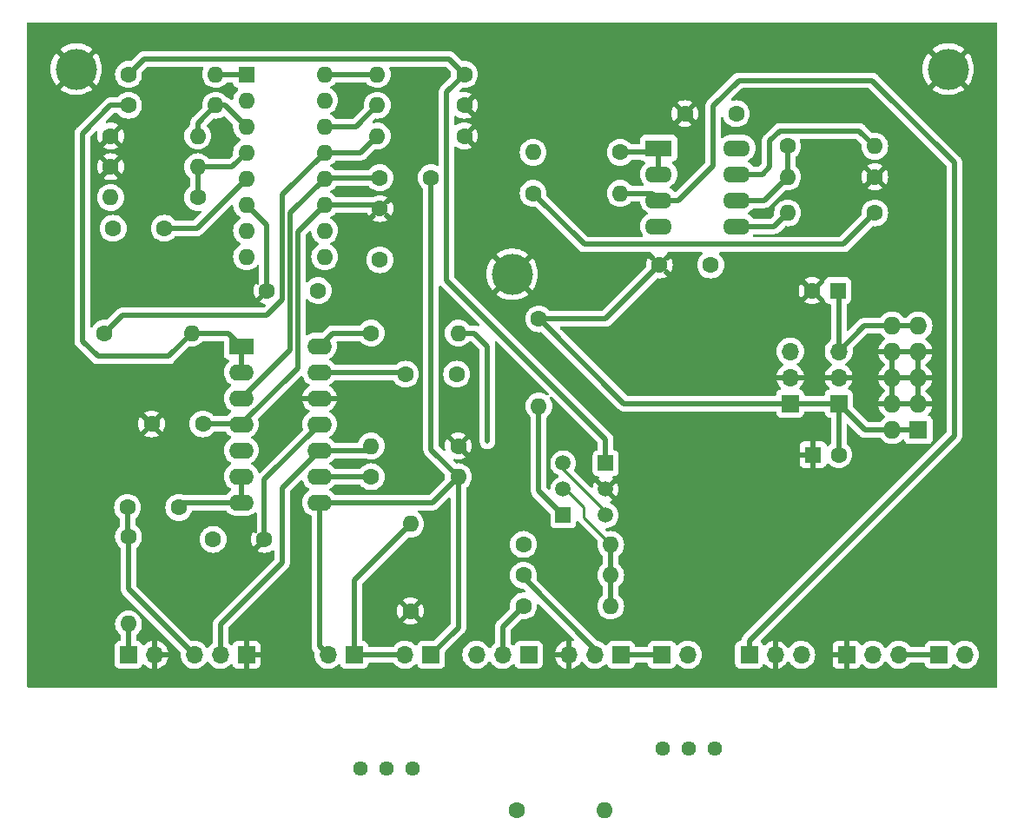
<source format=gbr>
G04 #@! TF.GenerationSoftware,KiCad,Pcbnew,7.0.2*
G04 #@! TF.CreationDate,2024-01-15T15:27:12-05:00*
G04 #@! TF.ProjectId,4 VCF FINAL,34205643-4620-4464-994e-414c2e6b6963,rev?*
G04 #@! TF.SameCoordinates,Original*
G04 #@! TF.FileFunction,Copper,L1,Top*
G04 #@! TF.FilePolarity,Positive*
%FSLAX46Y46*%
G04 Gerber Fmt 4.6, Leading zero omitted, Abs format (unit mm)*
G04 Created by KiCad (PCBNEW 7.0.2) date 2024-01-15 15:27:12*
%MOMM*%
%LPD*%
G01*
G04 APERTURE LIST*
G04 #@! TA.AperFunction,ComponentPad*
%ADD10C,1.440000*%
G04 #@! TD*
G04 #@! TA.AperFunction,ComponentPad*
%ADD11C,1.600000*%
G04 #@! TD*
G04 #@! TA.AperFunction,ComponentPad*
%ADD12O,1.600000X1.600000*%
G04 #@! TD*
G04 #@! TA.AperFunction,ComponentPad*
%ADD13R,1.700000X1.700000*%
G04 #@! TD*
G04 #@! TA.AperFunction,ComponentPad*
%ADD14O,1.700000X1.700000*%
G04 #@! TD*
G04 #@! TA.AperFunction,ComponentPad*
%ADD15R,2.640000X1.600000*%
G04 #@! TD*
G04 #@! TA.AperFunction,ComponentPad*
%ADD16O,2.640000X1.600000*%
G04 #@! TD*
G04 #@! TA.AperFunction,ComponentPad*
%ADD17R,1.727200X1.727200*%
G04 #@! TD*
G04 #@! TA.AperFunction,ComponentPad*
%ADD18O,1.727200X1.727200*%
G04 #@! TD*
G04 #@! TA.AperFunction,ComponentPad*
%ADD19R,1.600000X1.600000*%
G04 #@! TD*
G04 #@! TA.AperFunction,ComponentPad*
%ADD20R,1.500000X1.500000*%
G04 #@! TD*
G04 #@! TA.AperFunction,ComponentPad*
%ADD21C,1.500000*%
G04 #@! TD*
G04 #@! TA.AperFunction,ComponentPad*
%ADD22R,2.400000X1.600000*%
G04 #@! TD*
G04 #@! TA.AperFunction,ComponentPad*
%ADD23O,2.400000X1.600000*%
G04 #@! TD*
G04 #@! TA.AperFunction,ComponentPad*
%ADD24C,4.000000*%
G04 #@! TD*
G04 #@! TA.AperFunction,Conductor*
%ADD25C,0.500000*%
G04 #@! TD*
G04 #@! TA.AperFunction,Conductor*
%ADD26C,0.250000*%
G04 #@! TD*
G04 APERTURE END LIST*
D10*
X149100000Y-141100000D03*
X146560000Y-141100000D03*
X144020000Y-141100000D03*
D11*
X91975000Y-120475000D03*
D12*
X91975000Y-128975000D03*
D11*
X164725000Y-88895000D03*
D12*
X156225000Y-88895000D03*
D11*
X99225000Y-109475000D03*
X94225000Y-109475000D03*
X131415000Y-86995000D03*
D12*
X139915000Y-86995000D03*
D11*
X164725000Y-85395000D03*
D12*
X156225000Y-85395000D03*
D13*
X156475000Y-107475000D03*
D14*
X156475000Y-104935000D03*
X156475000Y-102395000D03*
D13*
X103475000Y-131975000D03*
D14*
X100935000Y-131975000D03*
X98395000Y-131975000D03*
D13*
X143975000Y-131975000D03*
D14*
X146515000Y-131975000D03*
D11*
X95475000Y-90395000D03*
X90475000Y-90395000D03*
X116475000Y-93475000D03*
X116475000Y-88475000D03*
D13*
X161975000Y-131975000D03*
D14*
X164515000Y-131975000D03*
X167055000Y-131975000D03*
D13*
X130975000Y-131975000D03*
D14*
X128435000Y-131975000D03*
X125895000Y-131975000D03*
D11*
X115625000Y-114620000D03*
D12*
X124125000Y-114620000D03*
D11*
X124125000Y-111620000D03*
D12*
X115625000Y-111620000D03*
D11*
X100225000Y-120725000D03*
X105225000Y-120725000D03*
X123975000Y-104620000D03*
X118975000Y-104620000D03*
X98725000Y-87395000D03*
D12*
X90225000Y-87395000D03*
D13*
X121475000Y-131975000D03*
D14*
X118935000Y-131975000D03*
D11*
X129850000Y-147100000D03*
D12*
X138350000Y-147100000D03*
D13*
X161205000Y-107475000D03*
D14*
X161205000Y-104935000D03*
X161205000Y-102395000D03*
D15*
X143665000Y-82585000D03*
D16*
X143665000Y-85125000D03*
X143665000Y-87665000D03*
X143665000Y-90205000D03*
X151285000Y-90205000D03*
X151285000Y-87665000D03*
X151285000Y-85125000D03*
X151285000Y-82585000D03*
D13*
X91975000Y-131975000D03*
D14*
X94515000Y-131975000D03*
D11*
X91975000Y-78395000D03*
D12*
X100475000Y-78395000D03*
D11*
X90225000Y-84395000D03*
D12*
X98725000Y-84395000D03*
D11*
X131975000Y-99225000D03*
D12*
X131975000Y-107725000D03*
D13*
X139975000Y-131975000D03*
D14*
X137435000Y-131975000D03*
X134895000Y-131975000D03*
D11*
X90225000Y-81395000D03*
D12*
X98725000Y-81395000D03*
D17*
X168975000Y-110055000D03*
D18*
X166435000Y-110055000D03*
X168975000Y-107515000D03*
X166435000Y-107515000D03*
X168975000Y-104975000D03*
X166435000Y-104975000D03*
X168975000Y-102435000D03*
X166435000Y-102435000D03*
X168975000Y-99895000D03*
X166435000Y-99895000D03*
D19*
X103475000Y-75395000D03*
D12*
X103475000Y-77935000D03*
X103475000Y-80475000D03*
X103475000Y-83015000D03*
X103475000Y-85555000D03*
X103475000Y-88095000D03*
X103475000Y-90635000D03*
X103475000Y-93175000D03*
X111095000Y-93175000D03*
X111095000Y-90635000D03*
X111095000Y-88095000D03*
X111095000Y-85555000D03*
X111095000Y-83015000D03*
X111095000Y-80475000D03*
X111095000Y-77935000D03*
X111095000Y-75395000D03*
D11*
X139915000Y-82995000D03*
D12*
X131415000Y-82995000D03*
D11*
X124725000Y-78395000D03*
D12*
X116225000Y-78395000D03*
D11*
X119475000Y-127725000D03*
D12*
X119475000Y-119225000D03*
D10*
X119640000Y-143100000D03*
X117100000Y-143100000D03*
X114560000Y-143100000D03*
D11*
X110475000Y-96475000D03*
X105475000Y-96475000D03*
D13*
X170975000Y-131975000D03*
D14*
X173515000Y-131975000D03*
D11*
X148725000Y-93975000D03*
X143725000Y-93975000D03*
X124725000Y-75395000D03*
D12*
X116225000Y-75395000D03*
D13*
X113975000Y-131975000D03*
D14*
X111435000Y-131975000D03*
D20*
X134350000Y-118390000D03*
D21*
X134350000Y-115850000D03*
X134350000Y-113310000D03*
D22*
X102975000Y-101895000D03*
D23*
X102975000Y-104435000D03*
X102975000Y-106975000D03*
X102975000Y-109515000D03*
X102975000Y-112055000D03*
X102975000Y-114595000D03*
X102975000Y-117135000D03*
X110595000Y-117135000D03*
X110595000Y-114595000D03*
X110595000Y-112055000D03*
X110595000Y-109515000D03*
X110595000Y-106975000D03*
X110595000Y-104435000D03*
X110595000Y-101895000D03*
D24*
X86875000Y-74875000D03*
D19*
X158705000Y-112475000D03*
D11*
X161205000Y-112475000D03*
D20*
X138490000Y-113310000D03*
D21*
X138490000Y-115850000D03*
X138490000Y-118390000D03*
D11*
X96875000Y-117620000D03*
X91875000Y-117620000D03*
X115625000Y-100620000D03*
D12*
X124125000Y-100620000D03*
D13*
X152475000Y-131975000D03*
D14*
X155015000Y-131975000D03*
X157555000Y-131975000D03*
D11*
X91975000Y-75395000D03*
D12*
X100475000Y-75395000D03*
D11*
X130475000Y-121225000D03*
D12*
X138975000Y-121225000D03*
D11*
X151225000Y-79225000D03*
X146225000Y-79225000D03*
D19*
X161115225Y-96475000D03*
D11*
X158615225Y-96475000D03*
X116475000Y-85475000D03*
X121475000Y-85475000D03*
X156225000Y-82395000D03*
D12*
X164725000Y-82395000D03*
D11*
X89625000Y-100620000D03*
D12*
X98125000Y-100620000D03*
D11*
X130475000Y-127225000D03*
D12*
X138975000Y-127225000D03*
D24*
X171875000Y-74875000D03*
D11*
X124725000Y-81395000D03*
D12*
X116225000Y-81395000D03*
D11*
X130475000Y-124225000D03*
D12*
X138975000Y-124225000D03*
D24*
X129375000Y-94875000D03*
D25*
X103015000Y-109475000D02*
X102975000Y-109475000D01*
X161205000Y-96564775D02*
X161115225Y-96475000D01*
X102935000Y-109475000D02*
X102975000Y-109515000D01*
X99225000Y-109475000D02*
X102935000Y-109475000D01*
X116095000Y-88095000D02*
X116475000Y-88475000D01*
X163705000Y-99895000D02*
X166435000Y-99895000D01*
X161205000Y-102395000D02*
X163705000Y-99895000D01*
X108475000Y-104015000D02*
X103015000Y-109475000D01*
X111095000Y-88095000D02*
X108475000Y-90715000D01*
X168975000Y-99895000D02*
X166435000Y-99895000D01*
X108475000Y-90715000D02*
X108475000Y-104015000D01*
X161205000Y-102395000D02*
X161205000Y-96564775D01*
X111095000Y-88095000D02*
X116095000Y-88095000D01*
X128435000Y-129265000D02*
X130475000Y-127225000D01*
X128435000Y-131975000D02*
X128435000Y-129265000D01*
X140265000Y-107475000D02*
X161205000Y-107475000D01*
X105225000Y-114885000D02*
X105225000Y-120475000D01*
X131975000Y-99225000D02*
X132015000Y-99225000D01*
X161205000Y-107475000D02*
X163785000Y-110055000D01*
X138475000Y-99225000D02*
X143725000Y-93975000D01*
X168975000Y-110055000D02*
X166435000Y-110055000D01*
X161205000Y-107475000D02*
X161205000Y-112475000D01*
X131975000Y-99225000D02*
X138475000Y-99225000D01*
X132015000Y-99225000D02*
X140265000Y-107475000D01*
X103475000Y-88095000D02*
X105475000Y-90095000D01*
X110595000Y-109515000D02*
X105225000Y-114885000D01*
X163785000Y-110055000D02*
X166435000Y-110055000D01*
X105475000Y-90095000D02*
X105475000Y-96475000D01*
X139975000Y-131975000D02*
X143975000Y-131975000D01*
X130475000Y-124475000D02*
X130475000Y-124225000D01*
X137435000Y-131435000D02*
X130475000Y-124475000D01*
X137435000Y-131975000D02*
X137435000Y-131435000D01*
X100935000Y-129015000D02*
X106935000Y-123015000D01*
X100935000Y-131975000D02*
X100935000Y-129015000D01*
X115190000Y-112055000D02*
X115625000Y-111620000D01*
X106935000Y-115715000D02*
X110595000Y-112055000D01*
X110595000Y-112055000D02*
X115190000Y-112055000D01*
X106935000Y-123015000D02*
X106935000Y-115715000D01*
X91975000Y-125555000D02*
X98395000Y-131975000D01*
X91975000Y-120475000D02*
X91975000Y-125555000D01*
X91875000Y-120375000D02*
X91975000Y-120475000D01*
X91875000Y-117620000D02*
X91875000Y-120375000D01*
X166975000Y-131975000D02*
X170975000Y-131975000D01*
X161645000Y-91975000D02*
X164725000Y-88895000D01*
X131415000Y-86995000D02*
X136395000Y-91975000D01*
X136395000Y-91975000D02*
X161645000Y-91975000D01*
X172475000Y-83975000D02*
X164475000Y-75975000D01*
X148975000Y-84290000D02*
X145600000Y-87665000D01*
X139915000Y-86995000D02*
X142995000Y-86995000D01*
X142995000Y-86995000D02*
X143665000Y-87665000D01*
X164475000Y-75975000D02*
X151475000Y-75975000D01*
X151475000Y-75975000D02*
X148975000Y-78475000D01*
X145600000Y-87665000D02*
X143665000Y-87665000D01*
X172475000Y-110625000D02*
X172475000Y-83975000D01*
X152475000Y-131975000D02*
X152475000Y-130625000D01*
X152475000Y-130625000D02*
X172475000Y-110625000D01*
X148975000Y-78475000D02*
X148975000Y-84290000D01*
X154915000Y-90205000D02*
X156225000Y-88895000D01*
X151285000Y-90205000D02*
X154915000Y-90205000D01*
X100475000Y-75395000D02*
X103475000Y-75395000D01*
X111095000Y-75395000D02*
X116225000Y-75395000D01*
X122975000Y-95475000D02*
X138490000Y-110990000D01*
X122975000Y-77145000D02*
X122975000Y-95475000D01*
X124725000Y-75395000D02*
X122975000Y-77145000D01*
X91975000Y-75395000D02*
X93475000Y-73895000D01*
X123225000Y-73895000D02*
X124725000Y-75395000D01*
X138490000Y-110990000D02*
X138490000Y-113310000D01*
X93475000Y-73895000D02*
X123225000Y-73895000D01*
X113975000Y-131975000D02*
X118935000Y-131975000D01*
X115600000Y-114595000D02*
X115625000Y-114620000D01*
X113975000Y-124725000D02*
X119475000Y-119225000D01*
X113975000Y-131975000D02*
X113975000Y-124725000D01*
X110595000Y-114595000D02*
X115600000Y-114595000D01*
X124125000Y-129325000D02*
X121475000Y-131975000D01*
X110595000Y-117135000D02*
X110595000Y-131135000D01*
X110595000Y-117135000D02*
X121610000Y-117135000D01*
X121610000Y-117135000D02*
X124125000Y-114620000D01*
X121475000Y-85475000D02*
X121475000Y-111970000D01*
X110595000Y-131135000D02*
X111435000Y-131975000D01*
X124125000Y-114620000D02*
X124125000Y-129325000D01*
X121475000Y-111970000D02*
X124125000Y-114620000D01*
X115625000Y-100620000D02*
X111870000Y-100620000D01*
X111870000Y-100620000D02*
X110595000Y-101895000D01*
X118790000Y-104435000D02*
X118975000Y-104620000D01*
X131975000Y-116015000D02*
X134350000Y-118390000D01*
X131975000Y-108645000D02*
X131975000Y-116015000D01*
X110595000Y-104435000D02*
X118790000Y-104435000D01*
D26*
X136350000Y-117600000D02*
X136350000Y-118600000D01*
X136350000Y-118600000D02*
X138975000Y-121225000D01*
D25*
X138975000Y-124225000D02*
X138975000Y-127225000D01*
D26*
X134350000Y-115850000D02*
X134600000Y-115850000D01*
X134600000Y-115850000D02*
X136350000Y-117600000D01*
D25*
X138975000Y-121225000D02*
X138975000Y-124225000D01*
X154475000Y-84395000D02*
X154475000Y-81895000D01*
X154475000Y-81895000D02*
X155475000Y-80895000D01*
X153745000Y-85125000D02*
X154475000Y-84395000D01*
X151285000Y-85125000D02*
X153745000Y-85125000D01*
X155475000Y-80895000D02*
X163225000Y-80895000D01*
X163225000Y-80895000D02*
X164725000Y-82395000D01*
X91975000Y-128975000D02*
X91975000Y-131975000D01*
X125700000Y-100620000D02*
X126975000Y-101895000D01*
D26*
X138490000Y-117990000D02*
X134350000Y-113850000D01*
X134350000Y-113850000D02*
X134350000Y-113310000D01*
D25*
X124125000Y-100620000D02*
X125700000Y-100620000D01*
X126975000Y-101895000D02*
X126975000Y-111185000D01*
D26*
X138490000Y-118390000D02*
X138490000Y-117990000D01*
D25*
X100475000Y-78395000D02*
X101395000Y-78395000D01*
X98725000Y-80145000D02*
X100475000Y-78395000D01*
X101395000Y-78395000D02*
X103475000Y-80475000D01*
X98725000Y-81395000D02*
X98725000Y-80145000D01*
X102095000Y-84395000D02*
X103475000Y-83015000D01*
X98725000Y-84395000D02*
X102095000Y-84395000D01*
X98725000Y-87395000D02*
X98725000Y-84395000D01*
X98635000Y-90395000D02*
X103475000Y-85555000D01*
X95475000Y-90395000D02*
X98635000Y-90395000D01*
X107725000Y-102225000D02*
X107725000Y-88925000D01*
X111175000Y-85475000D02*
X111095000Y-85555000D01*
X107725000Y-88925000D02*
X111095000Y-85555000D01*
X116475000Y-85475000D02*
X111175000Y-85475000D01*
X102975000Y-106975000D02*
X107725000Y-102225000D01*
X105475000Y-98895000D02*
X106975000Y-97395000D01*
X114605000Y-83015000D02*
X116225000Y-81395000D01*
X106975000Y-97395000D02*
X106975000Y-87135000D01*
X89625000Y-100620000D02*
X91350000Y-98895000D01*
X91350000Y-98895000D02*
X105475000Y-98895000D01*
X111095000Y-83015000D02*
X114605000Y-83015000D01*
X106975000Y-87135000D02*
X111095000Y-83015000D01*
X111095000Y-80475000D02*
X114145000Y-80475000D01*
X114145000Y-80475000D02*
X116225000Y-78395000D01*
X98125000Y-100620000D02*
X101700000Y-100620000D01*
X91975000Y-78395000D02*
X90225000Y-78395000D01*
X88975000Y-102895000D02*
X95850000Y-102895000D01*
X90225000Y-78395000D02*
X87475000Y-81145000D01*
X87475000Y-101395000D02*
X88975000Y-102895000D01*
X101700000Y-100620000D02*
X102975000Y-101895000D01*
X102975000Y-104435000D02*
X102975000Y-101895000D01*
X95850000Y-102895000D02*
X98125000Y-100620000D01*
X87475000Y-81145000D02*
X87475000Y-101395000D01*
X102975000Y-117135000D02*
X97360000Y-117135000D01*
X102975000Y-114595000D02*
X102975000Y-117135000D01*
X97360000Y-117135000D02*
X96875000Y-117620000D01*
X143665000Y-85125000D02*
X143665000Y-82585000D01*
X139915000Y-82995000D02*
X143255000Y-82995000D01*
X143255000Y-82995000D02*
X143665000Y-82585000D01*
X151285000Y-87665000D02*
X153955000Y-87665000D01*
X153955000Y-87665000D02*
X156225000Y-85395000D01*
X156225000Y-82395000D02*
X156225000Y-85395000D01*
G04 #@! TA.AperFunction,Conductor*
G36*
X123284531Y-116637314D02*
G01*
X123341367Y-116679861D01*
X123366178Y-116746381D01*
X123366499Y-116755370D01*
X123366499Y-128958629D01*
X123346497Y-129026750D01*
X123329594Y-129047724D01*
X121797724Y-130579595D01*
X121735412Y-130613620D01*
X121708629Y-130616500D01*
X120576362Y-130616500D01*
X120573013Y-130616859D01*
X120573013Y-130616860D01*
X120515799Y-130623011D01*
X120378794Y-130674111D01*
X120261738Y-130761738D01*
X120174109Y-130878796D01*
X120130000Y-130997057D01*
X120087453Y-131053893D01*
X120020933Y-131078703D01*
X119951559Y-131063611D01*
X119919246Y-131038363D01*
X119858240Y-130972094D01*
X119858239Y-130972093D01*
X119858237Y-130972091D01*
X119680578Y-130833812D01*
X119482573Y-130726657D01*
X119329510Y-130674111D01*
X119269635Y-130653556D01*
X119047569Y-130616500D01*
X118822431Y-130616500D01*
X118600365Y-130653556D01*
X118600362Y-130653556D01*
X118600362Y-130653557D01*
X118387426Y-130726657D01*
X118189421Y-130833812D01*
X118011762Y-130972091D01*
X117859276Y-131137734D01*
X117855939Y-131142842D01*
X117845631Y-131158621D01*
X117845112Y-131159415D01*
X117791108Y-131205504D01*
X117739629Y-131216500D01*
X115459500Y-131216500D01*
X115391379Y-131196498D01*
X115344886Y-131142842D01*
X115333500Y-131090500D01*
X115333500Y-131079730D01*
X115333500Y-131076362D01*
X115326989Y-131015799D01*
X115275889Y-130878796D01*
X115275888Y-130878794D01*
X115188261Y-130761738D01*
X115071205Y-130674111D01*
X114981377Y-130640607D01*
X114934201Y-130623011D01*
X114873638Y-130616500D01*
X114870269Y-130616500D01*
X114859500Y-130616500D01*
X114791379Y-130596498D01*
X114744886Y-130542842D01*
X114733500Y-130490500D01*
X114733500Y-127725000D01*
X118162004Y-127725000D01*
X118181951Y-127952999D01*
X118241186Y-128174070D01*
X118337912Y-128381497D01*
X118387899Y-128452887D01*
X119076272Y-127764516D01*
X119089835Y-127850148D01*
X119147359Y-127963045D01*
X119236955Y-128052641D01*
X119349852Y-128110165D01*
X119435482Y-128123727D01*
X118747110Y-128812098D01*
X118747110Y-128812100D01*
X118818497Y-128862085D01*
X119025929Y-128958813D01*
X119247000Y-129018048D01*
X119474999Y-129037995D01*
X119702999Y-129018048D01*
X119924070Y-128958813D01*
X120131498Y-128862087D01*
X120202888Y-128812099D01*
X120202888Y-128812097D01*
X119514518Y-128123727D01*
X119600148Y-128110165D01*
X119713045Y-128052641D01*
X119802641Y-127963045D01*
X119860165Y-127850148D01*
X119873727Y-127764518D01*
X120562097Y-128452888D01*
X120562099Y-128452888D01*
X120612087Y-128381498D01*
X120708813Y-128174070D01*
X120768048Y-127952999D01*
X120787995Y-127725000D01*
X120768048Y-127497000D01*
X120708813Y-127275929D01*
X120612085Y-127068497D01*
X120562100Y-126997110D01*
X120562098Y-126997110D01*
X119873727Y-127685481D01*
X119860165Y-127599852D01*
X119802641Y-127486955D01*
X119713045Y-127397359D01*
X119600148Y-127339835D01*
X119514517Y-127326272D01*
X120202888Y-126637899D01*
X120131497Y-126587912D01*
X119924070Y-126491186D01*
X119702999Y-126431951D01*
X119474999Y-126412004D01*
X119247000Y-126431951D01*
X119025929Y-126491186D01*
X118818499Y-126587913D01*
X118747109Y-126637900D01*
X119435481Y-127326272D01*
X119349852Y-127339835D01*
X119236955Y-127397359D01*
X119147359Y-127486955D01*
X119089835Y-127599852D01*
X119076272Y-127685481D01*
X118387900Y-126997109D01*
X118337913Y-127068499D01*
X118241186Y-127275929D01*
X118181951Y-127497000D01*
X118162004Y-127725000D01*
X114733500Y-127725000D01*
X114733500Y-125091370D01*
X114753502Y-125023249D01*
X114770400Y-125002280D01*
X119212011Y-120560668D01*
X119274321Y-120526644D01*
X119312081Y-120524244D01*
X119475000Y-120538498D01*
X119703087Y-120518543D01*
X119924243Y-120459284D01*
X120131749Y-120362523D01*
X120319300Y-120231198D01*
X120481198Y-120069300D01*
X120612523Y-119881749D01*
X120709284Y-119674243D01*
X120768543Y-119453087D01*
X120788498Y-119225000D01*
X120768543Y-118996913D01*
X120709284Y-118775757D01*
X120701375Y-118758797D01*
X120612522Y-118568249D01*
X120481195Y-118380696D01*
X120319303Y-118218804D01*
X120182071Y-118122713D01*
X120137743Y-118067256D01*
X120130434Y-117996636D01*
X120162465Y-117933276D01*
X120223666Y-117897291D01*
X120254342Y-117893500D01*
X121545559Y-117893500D01*
X121563820Y-117894830D01*
X121587789Y-117898341D01*
X121634253Y-117894275D01*
X121637647Y-117893979D01*
X121648628Y-117893500D01*
X121650513Y-117893500D01*
X121654180Y-117893500D01*
X121685301Y-117889861D01*
X121688896Y-117889494D01*
X121764426Y-117882887D01*
X121764430Y-117882885D01*
X121765751Y-117882770D01*
X121784856Y-117878535D01*
X121786106Y-117878079D01*
X121786113Y-117878079D01*
X121857400Y-117852132D01*
X121860769Y-117850961D01*
X121932738Y-117827114D01*
X121932739Y-117827112D01*
X121934007Y-117826693D01*
X121951613Y-117818169D01*
X121952725Y-117817437D01*
X121952732Y-117817435D01*
X122016138Y-117775730D01*
X122019161Y-117773806D01*
X122044225Y-117758347D01*
X122083651Y-117734030D01*
X122083652Y-117734028D01*
X122084788Y-117733328D01*
X122099959Y-117720970D01*
X122100871Y-117720002D01*
X122100874Y-117720001D01*
X122152929Y-117664824D01*
X122155448Y-117662231D01*
X123151408Y-116666272D01*
X123213716Y-116632249D01*
X123284531Y-116637314D01*
G37*
G04 #@! TD.AperFunction*
G04 #@! TA.AperFunction,Conductor*
G36*
X122926750Y-74673502D02*
G01*
X122947724Y-74690405D01*
X123389328Y-75132009D01*
X123423354Y-75194321D01*
X123425754Y-75232084D01*
X123411502Y-75394999D01*
X123425754Y-75557914D01*
X123411764Y-75627518D01*
X123389328Y-75657989D01*
X122484225Y-76563092D01*
X122470377Y-76575061D01*
X122450944Y-76589529D01*
X122450942Y-76589530D01*
X122450942Y-76589531D01*
X122444069Y-76597722D01*
X122418773Y-76627868D01*
X122411360Y-76635958D01*
X122410017Y-76637301D01*
X122410011Y-76637307D01*
X122407420Y-76639899D01*
X122405149Y-76642770D01*
X122405140Y-76642781D01*
X122387997Y-76664460D01*
X122385688Y-76667294D01*
X122336119Y-76726369D01*
X122325589Y-76742899D01*
X122292995Y-76812794D01*
X122291401Y-76816087D01*
X122256795Y-76884997D01*
X122250363Y-76903500D01*
X122234759Y-76979064D01*
X122233967Y-76982637D01*
X122216192Y-77057640D01*
X122214202Y-77077115D01*
X122216447Y-77154258D01*
X122216500Y-77157922D01*
X122216500Y-84179216D01*
X122196498Y-84247337D01*
X122142842Y-84293830D01*
X122072568Y-84303934D01*
X122037251Y-84293411D01*
X121924245Y-84240716D01*
X121703087Y-84181457D01*
X121677472Y-84179216D01*
X121475000Y-84161502D01*
X121474999Y-84161502D01*
X121246912Y-84181457D01*
X121025756Y-84240715D01*
X120818249Y-84337477D01*
X120630696Y-84468804D01*
X120468804Y-84630696D01*
X120337477Y-84818249D01*
X120240715Y-85025756D01*
X120181457Y-85246912D01*
X120180779Y-85254668D01*
X120161502Y-85475000D01*
X120168501Y-85554999D01*
X120181457Y-85703087D01*
X120240715Y-85924243D01*
X120337477Y-86131750D01*
X120468804Y-86319303D01*
X120630695Y-86481194D01*
X120630698Y-86481196D01*
X120630700Y-86481198D01*
X120662770Y-86503653D01*
X120707099Y-86559110D01*
X120716500Y-86606867D01*
X120716499Y-111905559D01*
X120715169Y-111923816D01*
X120711658Y-111947786D01*
X120716020Y-111997633D01*
X120716500Y-112008616D01*
X120716500Y-112014180D01*
X120716924Y-112017815D01*
X120716926Y-112017834D01*
X120720135Y-112045291D01*
X120720507Y-112048932D01*
X120727228Y-112125744D01*
X120731469Y-112144873D01*
X120757846Y-112217342D01*
X120759049Y-112220804D01*
X120783304Y-112294000D01*
X120791837Y-112311627D01*
X120834232Y-112376084D01*
X120836171Y-112379127D01*
X120875970Y-112443651D01*
X120876674Y-112444792D01*
X120889038Y-112459967D01*
X120889998Y-112460873D01*
X120889999Y-112460874D01*
X120939963Y-112508013D01*
X120945155Y-112512911D01*
X120947784Y-112515465D01*
X122789328Y-114357009D01*
X122823354Y-114419321D01*
X122825754Y-114457084D01*
X122811502Y-114619999D01*
X122825754Y-114782914D01*
X122811764Y-114852518D01*
X122789328Y-114882989D01*
X121332722Y-116339596D01*
X121270412Y-116373620D01*
X121243629Y-116376500D01*
X112126867Y-116376500D01*
X112058746Y-116356498D01*
X112023654Y-116322770D01*
X112001197Y-116290698D01*
X111839303Y-116128804D01*
X111651748Y-115997476D01*
X111612543Y-115979195D01*
X111559257Y-115932278D01*
X111539796Y-115864001D01*
X111560337Y-115796041D01*
X111612543Y-115750805D01*
X111640595Y-115737724D01*
X111651749Y-115732523D01*
X111839300Y-115601198D01*
X112001198Y-115439300D01*
X112023653Y-115407230D01*
X112079111Y-115362901D01*
X112126867Y-115353500D01*
X114475628Y-115353500D01*
X114543749Y-115373502D01*
X114578841Y-115407230D01*
X114618802Y-115464301D01*
X114780696Y-115626195D01*
X114780699Y-115626197D01*
X114780700Y-115626198D01*
X114812468Y-115648442D01*
X114968249Y-115757522D01*
X115175756Y-115854284D01*
X115212021Y-115864001D01*
X115396913Y-115913543D01*
X115625000Y-115933498D01*
X115853087Y-115913543D01*
X116074243Y-115854284D01*
X116281749Y-115757523D01*
X116469300Y-115626198D01*
X116631198Y-115464300D01*
X116762523Y-115276749D01*
X116859284Y-115069243D01*
X116918543Y-114848087D01*
X116938498Y-114620000D01*
X116918543Y-114391913D01*
X116859284Y-114170757D01*
X116858558Y-114169201D01*
X116762522Y-113963249D01*
X116640159Y-113788498D01*
X116631198Y-113775700D01*
X116631196Y-113775698D01*
X116631195Y-113775696D01*
X116469303Y-113613804D01*
X116281750Y-113482477D01*
X116074243Y-113385715D01*
X115853087Y-113326457D01*
X115787901Y-113320754D01*
X115625000Y-113306502D01*
X115624999Y-113306502D01*
X115396912Y-113326457D01*
X115175756Y-113385715D01*
X114968249Y-113482477D01*
X114780696Y-113613804D01*
X114618802Y-113775698D01*
X114613851Y-113782770D01*
X114558394Y-113827099D01*
X114510638Y-113836500D01*
X112126867Y-113836500D01*
X112058746Y-113816498D01*
X112023654Y-113782770D01*
X112001197Y-113750698D01*
X111839303Y-113588804D01*
X111651748Y-113457476D01*
X111612543Y-113439195D01*
X111559257Y-113392278D01*
X111539796Y-113324001D01*
X111560337Y-113256041D01*
X111612543Y-113210805D01*
X111617163Y-113208650D01*
X111651749Y-113192523D01*
X111839300Y-113061198D01*
X112001198Y-112899300D01*
X112023653Y-112867230D01*
X112079111Y-112822901D01*
X112126867Y-112813500D01*
X115060361Y-112813500D01*
X115113611Y-112825305D01*
X115175757Y-112854284D01*
X115396913Y-112913543D01*
X115625000Y-112933498D01*
X115853087Y-112913543D01*
X116074243Y-112854284D01*
X116281749Y-112757523D01*
X116469300Y-112626198D01*
X116631198Y-112464300D01*
X116762523Y-112276749D01*
X116859284Y-112069243D01*
X116918543Y-111848087D01*
X116938498Y-111620000D01*
X116918543Y-111391913D01*
X116865762Y-111194933D01*
X116859284Y-111170756D01*
X116762522Y-110963249D01*
X116672190Y-110834242D01*
X116631198Y-110775700D01*
X116631197Y-110775699D01*
X116631195Y-110775696D01*
X116469303Y-110613804D01*
X116281750Y-110482477D01*
X116074243Y-110385715D01*
X115853087Y-110326457D01*
X115771282Y-110319300D01*
X115625000Y-110306502D01*
X115624999Y-110306502D01*
X115396912Y-110326457D01*
X115175756Y-110385715D01*
X114968249Y-110482477D01*
X114780696Y-110613804D01*
X114618804Y-110775696D01*
X114487477Y-110963249D01*
X114390715Y-111170757D01*
X114382047Y-111203110D01*
X114345096Y-111263733D01*
X114281236Y-111294755D01*
X114260340Y-111296500D01*
X112126867Y-111296500D01*
X112058746Y-111276498D01*
X112023654Y-111242770D01*
X112001197Y-111210698D01*
X111839303Y-111048804D01*
X111651748Y-110917476D01*
X111612543Y-110899195D01*
X111559257Y-110852278D01*
X111539796Y-110784001D01*
X111560337Y-110716041D01*
X111612543Y-110670805D01*
X111622873Y-110665988D01*
X111651749Y-110652523D01*
X111839300Y-110521198D01*
X112001198Y-110359300D01*
X112132523Y-110171749D01*
X112229284Y-109964243D01*
X112288543Y-109743087D01*
X112308498Y-109515000D01*
X112288543Y-109286913D01*
X112235736Y-109089835D01*
X112229284Y-109065756D01*
X112132522Y-108858249D01*
X112019262Y-108696498D01*
X112001198Y-108670700D01*
X112001197Y-108670699D01*
X112001195Y-108670696D01*
X111839303Y-108508804D01*
X111651748Y-108377476D01*
X111611951Y-108358919D01*
X111558665Y-108312002D01*
X111539204Y-108243725D01*
X111559745Y-108175765D01*
X111611951Y-108130529D01*
X111651497Y-108112088D01*
X111838981Y-107980810D01*
X112000810Y-107818981D01*
X112132087Y-107631498D01*
X112228813Y-107424070D01*
X112281082Y-107229000D01*
X110906686Y-107229000D01*
X110922641Y-107213045D01*
X110980165Y-107100148D01*
X110999986Y-106975000D01*
X110980165Y-106849852D01*
X110922641Y-106736955D01*
X110906686Y-106721000D01*
X112281082Y-106721000D01*
X112228813Y-106525929D01*
X112132087Y-106318501D01*
X112000810Y-106131018D01*
X111838981Y-105969189D01*
X111651497Y-105837911D01*
X111611951Y-105819471D01*
X111558665Y-105772554D01*
X111539204Y-105704277D01*
X111559745Y-105636317D01*
X111611951Y-105591081D01*
X111612784Y-105590692D01*
X111651749Y-105572523D01*
X111839300Y-105441198D01*
X112001198Y-105279300D01*
X112023653Y-105247230D01*
X112079111Y-105202901D01*
X112126867Y-105193500D01*
X117718387Y-105193500D01*
X117786508Y-105213502D01*
X117832581Y-105266250D01*
X117837477Y-105276749D01*
X117861523Y-105311090D01*
X117968804Y-105464303D01*
X118130696Y-105626195D01*
X118130699Y-105626197D01*
X118130700Y-105626198D01*
X118147158Y-105637722D01*
X118318249Y-105757522D01*
X118525756Y-105854284D01*
X118585015Y-105870162D01*
X118746913Y-105913543D01*
X118975000Y-105933498D01*
X119203087Y-105913543D01*
X119424243Y-105854284D01*
X119631749Y-105757523D01*
X119819300Y-105626198D01*
X119981198Y-105464300D01*
X120112523Y-105276749D01*
X120209284Y-105069243D01*
X120268543Y-104848087D01*
X120288498Y-104620000D01*
X120268543Y-104391913D01*
X120209284Y-104170757D01*
X120190117Y-104129654D01*
X120112522Y-103963249D01*
X120009286Y-103815814D01*
X119981198Y-103775700D01*
X119981197Y-103775699D01*
X119981195Y-103775696D01*
X119819303Y-103613804D01*
X119631750Y-103482477D01*
X119424243Y-103385715D01*
X119203087Y-103326457D01*
X118975000Y-103306502D01*
X118746912Y-103326457D01*
X118525756Y-103385715D01*
X118318249Y-103482477D01*
X118130696Y-103613804D01*
X118104906Y-103639595D01*
X118042594Y-103673621D01*
X118015811Y-103676500D01*
X112126867Y-103676500D01*
X112058746Y-103656498D01*
X112023654Y-103622770D01*
X112001197Y-103590698D01*
X111839303Y-103428804D01*
X111651748Y-103297476D01*
X111612543Y-103279195D01*
X111559257Y-103232278D01*
X111539796Y-103164001D01*
X111560337Y-103096041D01*
X111612543Y-103050805D01*
X111617163Y-103048650D01*
X111651749Y-103032523D01*
X111839300Y-102901198D01*
X112001198Y-102739300D01*
X112132523Y-102551749D01*
X112229284Y-102344243D01*
X112288543Y-102123087D01*
X112308498Y-101895000D01*
X112288543Y-101666913D01*
X112253762Y-101537109D01*
X112255452Y-101466135D01*
X112295246Y-101407339D01*
X112360510Y-101379391D01*
X112375469Y-101378500D01*
X114493133Y-101378500D01*
X114561254Y-101398502D01*
X114596346Y-101432230D01*
X114618802Y-101464301D01*
X114780696Y-101626195D01*
X114780699Y-101626197D01*
X114780700Y-101626198D01*
X114808700Y-101645804D01*
X114968249Y-101757522D01*
X115175756Y-101854284D01*
X115224523Y-101867351D01*
X115396913Y-101913543D01*
X115625000Y-101933498D01*
X115853087Y-101913543D01*
X116074243Y-101854284D01*
X116281749Y-101757523D01*
X116469300Y-101626198D01*
X116631198Y-101464300D01*
X116762523Y-101276749D01*
X116859284Y-101069243D01*
X116918543Y-100848087D01*
X116938498Y-100620000D01*
X116918543Y-100391913D01*
X116859284Y-100170757D01*
X116836890Y-100122733D01*
X116762522Y-99963249D01*
X116631195Y-99775696D01*
X116469303Y-99613804D01*
X116281750Y-99482477D01*
X116074243Y-99385715D01*
X115853087Y-99326457D01*
X115760469Y-99318354D01*
X115625000Y-99306502D01*
X115624999Y-99306502D01*
X115396912Y-99326457D01*
X115175756Y-99385715D01*
X114968249Y-99482477D01*
X114780696Y-99613804D01*
X114618802Y-99775698D01*
X114596346Y-99807770D01*
X114540889Y-99852099D01*
X114493133Y-99861500D01*
X111934441Y-99861500D01*
X111916180Y-99860170D01*
X111892211Y-99856659D01*
X111842353Y-99861021D01*
X111831372Y-99861500D01*
X111825820Y-99861500D01*
X111822185Y-99861924D01*
X111822165Y-99861926D01*
X111794709Y-99865135D01*
X111791068Y-99865507D01*
X111714251Y-99872228D01*
X111695139Y-99876465D01*
X111622653Y-99902846D01*
X111619198Y-99904047D01*
X111545995Y-99928305D01*
X111528372Y-99936837D01*
X111463932Y-99979220D01*
X111460843Y-99981188D01*
X111395221Y-100021665D01*
X111380036Y-100034034D01*
X111327104Y-100090138D01*
X111324552Y-100092765D01*
X110867724Y-100549595D01*
X110805411Y-100583620D01*
X110778628Y-100586500D01*
X110137873Y-100586500D01*
X110135156Y-100586737D01*
X110135149Y-100586738D01*
X109966912Y-100601457D01*
X109745756Y-100660715D01*
X109538246Y-100757479D01*
X109431769Y-100832035D01*
X109364495Y-100854723D01*
X109295635Y-100837438D01*
X109247051Y-100785668D01*
X109233500Y-100728826D01*
X109233500Y-97382873D01*
X109253502Y-97314753D01*
X109307158Y-97268260D01*
X109377432Y-97258157D01*
X109442012Y-97287650D01*
X109462712Y-97310602D01*
X109468802Y-97319300D01*
X109468805Y-97319304D01*
X109630696Y-97481195D01*
X109818249Y-97612522D01*
X110025756Y-97709284D01*
X110085015Y-97725162D01*
X110246913Y-97768543D01*
X110475000Y-97788498D01*
X110703087Y-97768543D01*
X110924243Y-97709284D01*
X111131749Y-97612523D01*
X111319300Y-97481198D01*
X111481198Y-97319300D01*
X111612523Y-97131749D01*
X111709284Y-96924243D01*
X111768543Y-96703087D01*
X111788498Y-96475000D01*
X111768543Y-96246913D01*
X111716500Y-96052687D01*
X111709284Y-96025756D01*
X111612522Y-95818249D01*
X111481195Y-95630696D01*
X111319303Y-95468804D01*
X111131750Y-95337477D01*
X110924243Y-95240715D01*
X110703087Y-95181457D01*
X110475000Y-95161502D01*
X110246912Y-95181457D01*
X110025756Y-95240715D01*
X109818249Y-95337477D01*
X109630696Y-95468804D01*
X109468804Y-95630696D01*
X109462713Y-95639396D01*
X109407255Y-95683724D01*
X109336636Y-95691033D01*
X109273276Y-95659002D01*
X109237291Y-95597801D01*
X109233500Y-95567125D01*
X109233500Y-93348604D01*
X109233500Y-91081366D01*
X109253501Y-91013249D01*
X109270399Y-90992280D01*
X109578063Y-90684616D01*
X109640373Y-90650592D01*
X109711188Y-90655657D01*
X109768024Y-90698204D01*
X109792677Y-90762731D01*
X109801457Y-90863087D01*
X109860715Y-91084243D01*
X109957477Y-91291750D01*
X110088804Y-91479303D01*
X110250696Y-91641195D01*
X110250699Y-91641197D01*
X110250700Y-91641198D01*
X110438251Y-91772523D01*
X110473359Y-91788894D01*
X110477457Y-91790805D01*
X110530742Y-91837722D01*
X110550203Y-91906000D01*
X110529661Y-91973960D01*
X110477457Y-92019195D01*
X110438250Y-92037477D01*
X110250696Y-92168804D01*
X110088804Y-92330696D01*
X109957477Y-92518249D01*
X109860715Y-92725756D01*
X109801457Y-92946912D01*
X109781502Y-93175000D01*
X109801457Y-93403087D01*
X109860715Y-93624243D01*
X109957477Y-93831750D01*
X110088804Y-94019303D01*
X110250696Y-94181195D01*
X110438249Y-94312522D01*
X110645756Y-94409284D01*
X110700939Y-94424070D01*
X110866913Y-94468543D01*
X111095000Y-94488498D01*
X111323087Y-94468543D01*
X111544243Y-94409284D01*
X111751749Y-94312523D01*
X111939300Y-94181198D01*
X112101198Y-94019300D01*
X112232523Y-93831749D01*
X112329284Y-93624243D01*
X112369274Y-93475000D01*
X115161502Y-93475000D01*
X115170251Y-93575000D01*
X115181457Y-93703087D01*
X115240715Y-93924243D01*
X115337477Y-94131750D01*
X115468804Y-94319303D01*
X115630696Y-94481195D01*
X115630699Y-94481197D01*
X115630700Y-94481198D01*
X115680102Y-94515790D01*
X115818249Y-94612522D01*
X116025756Y-94709284D01*
X116057270Y-94717728D01*
X116246913Y-94768543D01*
X116475000Y-94788498D01*
X116703087Y-94768543D01*
X116924243Y-94709284D01*
X117131749Y-94612523D01*
X117319300Y-94481198D01*
X117481198Y-94319300D01*
X117612523Y-94131749D01*
X117709284Y-93924243D01*
X117768543Y-93703087D01*
X117788498Y-93475000D01*
X117768543Y-93246913D01*
X117709284Y-93025757D01*
X117679886Y-92962713D01*
X117612522Y-92818249D01*
X117481195Y-92630696D01*
X117319303Y-92468804D01*
X117131750Y-92337477D01*
X116924243Y-92240715D01*
X116703087Y-92181457D01*
X116558439Y-92168802D01*
X116475000Y-92161502D01*
X116474999Y-92161502D01*
X116246912Y-92181457D01*
X116025756Y-92240715D01*
X115818249Y-92337477D01*
X115630696Y-92468804D01*
X115468804Y-92630696D01*
X115337477Y-92818249D01*
X115240715Y-93025756D01*
X115181457Y-93246912D01*
X115167794Y-93403087D01*
X115161502Y-93475000D01*
X112369274Y-93475000D01*
X112388543Y-93403087D01*
X112408498Y-93175000D01*
X112388543Y-92946913D01*
X112337274Y-92755575D01*
X112329284Y-92725756D01*
X112232522Y-92518249D01*
X112126616Y-92367000D01*
X112101198Y-92330700D01*
X112101197Y-92330699D01*
X112101195Y-92330696D01*
X111939303Y-92168804D01*
X111751748Y-92037476D01*
X111712543Y-92019195D01*
X111659257Y-91972278D01*
X111639796Y-91904001D01*
X111660337Y-91836041D01*
X111712543Y-91790805D01*
X111717163Y-91788650D01*
X111751749Y-91772523D01*
X111939300Y-91641198D01*
X112101198Y-91479300D01*
X112232523Y-91291749D01*
X112329284Y-91084243D01*
X112388543Y-90863087D01*
X112408498Y-90635000D01*
X112388543Y-90406913D01*
X112345162Y-90245015D01*
X112329284Y-90185756D01*
X112232522Y-89978249D01*
X112101195Y-89790696D01*
X111939303Y-89628804D01*
X111751748Y-89497476D01*
X111712543Y-89479195D01*
X111659257Y-89432278D01*
X111639796Y-89364001D01*
X111660337Y-89296041D01*
X111712543Y-89250805D01*
X111717163Y-89248650D01*
X111751749Y-89232523D01*
X111939300Y-89101198D01*
X112101198Y-88939300D01*
X112123653Y-88907230D01*
X112179111Y-88862901D01*
X112226867Y-88853500D01*
X115128008Y-88853500D01*
X115196129Y-88873502D01*
X115242203Y-88926250D01*
X115337913Y-89131501D01*
X115387899Y-89202888D01*
X115669958Y-88920830D01*
X115732271Y-88886805D01*
X115803086Y-88891869D01*
X115848149Y-88920830D01*
X115969899Y-89042580D01*
X115972779Y-89044857D01*
X116024544Y-89085788D01*
X116065573Y-89143729D01*
X116068763Y-89214654D01*
X116035489Y-89273719D01*
X115747110Y-89562097D01*
X115747110Y-89562100D01*
X115818497Y-89612085D01*
X116025929Y-89708813D01*
X116247000Y-89768048D01*
X116474999Y-89787995D01*
X116702999Y-89768048D01*
X116924070Y-89708813D01*
X117131498Y-89612087D01*
X117202888Y-89562099D01*
X117202888Y-89562098D01*
X116916619Y-89275830D01*
X116882594Y-89213517D01*
X116887658Y-89142702D01*
X116921948Y-89092610D01*
X117045476Y-88982681D01*
X117081422Y-88931343D01*
X117136878Y-88887016D01*
X117207497Y-88879706D01*
X117270858Y-88911737D01*
X117273731Y-88914520D01*
X117562098Y-89202888D01*
X117562099Y-89202888D01*
X117612087Y-89131498D01*
X117708813Y-88924070D01*
X117768048Y-88702999D01*
X117787995Y-88474999D01*
X117768048Y-88247000D01*
X117708813Y-88025929D01*
X117612085Y-87818497D01*
X117562100Y-87747110D01*
X117562097Y-87747110D01*
X117275914Y-88033294D01*
X117213602Y-88067320D01*
X117142787Y-88062255D01*
X117085951Y-88019708D01*
X117079589Y-88010362D01*
X117074030Y-88001349D01*
X116920830Y-87848149D01*
X116886804Y-87785837D01*
X116891869Y-87715022D01*
X116920830Y-87669959D01*
X117202888Y-87387900D01*
X117131497Y-87337912D01*
X116924070Y-87241186D01*
X116702999Y-87181951D01*
X116474999Y-87162004D01*
X116247000Y-87181951D01*
X116025929Y-87241186D01*
X115846846Y-87324695D01*
X115793596Y-87336500D01*
X112226867Y-87336500D01*
X112158746Y-87316498D01*
X112123654Y-87282770D01*
X112101197Y-87250698D01*
X111939303Y-87088804D01*
X111751748Y-86957476D01*
X111712543Y-86939195D01*
X111659257Y-86892278D01*
X111639796Y-86824001D01*
X111660337Y-86756041D01*
X111712543Y-86710805D01*
X111742911Y-86696644D01*
X111751749Y-86692523D01*
X111939300Y-86561198D01*
X112101198Y-86399300D01*
X112179671Y-86287228D01*
X112235128Y-86242901D01*
X112282884Y-86233500D01*
X115343133Y-86233500D01*
X115411254Y-86253502D01*
X115446346Y-86287230D01*
X115468802Y-86319301D01*
X115630696Y-86481195D01*
X115630699Y-86481197D01*
X115630700Y-86481198D01*
X115631987Y-86482099D01*
X115818249Y-86612522D01*
X115818250Y-86612522D01*
X115818251Y-86612523D01*
X115838742Y-86622078D01*
X116025756Y-86709284D01*
X116052198Y-86716369D01*
X116246913Y-86768543D01*
X116475000Y-86788498D01*
X116703087Y-86768543D01*
X116924243Y-86709284D01*
X117131749Y-86612523D01*
X117319300Y-86481198D01*
X117481198Y-86319300D01*
X117612523Y-86131749D01*
X117709284Y-85924243D01*
X117768543Y-85703087D01*
X117788498Y-85475000D01*
X117768543Y-85246913D01*
X117709284Y-85025757D01*
X117701859Y-85009835D01*
X117612522Y-84818249D01*
X117481195Y-84630696D01*
X117319303Y-84468804D01*
X117131750Y-84337477D01*
X116924243Y-84240715D01*
X116703087Y-84181457D01*
X116677472Y-84179216D01*
X116475000Y-84161502D01*
X116474999Y-84161502D01*
X116246912Y-84181457D01*
X116025756Y-84240715D01*
X115818249Y-84337477D01*
X115630696Y-84468804D01*
X115468802Y-84630698D01*
X115446346Y-84662770D01*
X115390889Y-84707099D01*
X115343133Y-84716500D01*
X112159189Y-84716500D01*
X112091068Y-84696498D01*
X112070094Y-84679595D01*
X111939303Y-84548804D01*
X111751748Y-84417476D01*
X111712543Y-84399195D01*
X111659257Y-84352278D01*
X111639796Y-84284001D01*
X111660337Y-84216041D01*
X111712543Y-84170805D01*
X111742244Y-84156955D01*
X111751749Y-84152523D01*
X111939300Y-84021198D01*
X112101198Y-83859300D01*
X112115200Y-83839303D01*
X112123654Y-83827230D01*
X112179111Y-83782901D01*
X112226867Y-83773500D01*
X114540559Y-83773500D01*
X114558820Y-83774830D01*
X114582789Y-83778341D01*
X114629253Y-83774275D01*
X114632647Y-83773979D01*
X114643628Y-83773500D01*
X114645513Y-83773500D01*
X114649180Y-83773500D01*
X114680301Y-83769861D01*
X114683896Y-83769494D01*
X114759426Y-83762887D01*
X114759430Y-83762885D01*
X114760751Y-83762770D01*
X114779856Y-83758535D01*
X114781106Y-83758079D01*
X114781113Y-83758079D01*
X114852400Y-83732132D01*
X114855769Y-83730961D01*
X114927738Y-83707114D01*
X114927739Y-83707112D01*
X114929007Y-83706693D01*
X114946613Y-83698169D01*
X114947725Y-83697437D01*
X114947732Y-83697435D01*
X115011138Y-83655730D01*
X115014161Y-83653806D01*
X115016666Y-83652261D01*
X115078651Y-83614030D01*
X115078652Y-83614028D01*
X115079788Y-83613328D01*
X115094959Y-83600970D01*
X115095871Y-83600002D01*
X115095874Y-83600001D01*
X115147930Y-83544823D01*
X115150449Y-83542230D01*
X115962011Y-82730668D01*
X116024321Y-82696644D01*
X116062081Y-82694244D01*
X116225000Y-82708498D01*
X116453087Y-82688543D01*
X116674243Y-82629284D01*
X116881749Y-82532523D01*
X117069300Y-82401198D01*
X117231198Y-82239300D01*
X117362523Y-82051749D01*
X117459284Y-81844243D01*
X117518543Y-81623087D01*
X117538498Y-81395000D01*
X117518543Y-81166913D01*
X117468209Y-80979064D01*
X117459284Y-80945756D01*
X117362522Y-80738249D01*
X117231195Y-80550696D01*
X117069303Y-80388804D01*
X116881750Y-80257477D01*
X116674243Y-80160715D01*
X116453087Y-80101457D01*
X116225000Y-80081502D01*
X115996910Y-80101457D01*
X115896943Y-80128243D01*
X115825967Y-80126553D01*
X115767171Y-80086758D01*
X115739224Y-80021494D01*
X115750998Y-79951480D01*
X115775235Y-79917444D01*
X115962011Y-79730668D01*
X116024321Y-79696644D01*
X116062081Y-79694244D01*
X116225000Y-79708498D01*
X116453087Y-79688543D01*
X116674243Y-79629284D01*
X116881749Y-79532523D01*
X117069300Y-79401198D01*
X117231198Y-79239300D01*
X117362523Y-79051749D01*
X117459284Y-78844243D01*
X117518543Y-78623087D01*
X117538498Y-78395000D01*
X117518543Y-78166913D01*
X117459284Y-77945757D01*
X117452846Y-77931951D01*
X117362522Y-77738249D01*
X117231195Y-77550696D01*
X117069303Y-77388804D01*
X116881750Y-77257477D01*
X116674243Y-77160715D01*
X116453087Y-77101457D01*
X116453086Y-77101457D01*
X116225000Y-77081502D01*
X116224999Y-77081502D01*
X115996912Y-77101457D01*
X115775756Y-77160715D01*
X115568249Y-77257477D01*
X115380696Y-77388804D01*
X115218804Y-77550696D01*
X115087477Y-77738249D01*
X114990715Y-77945756D01*
X114931457Y-78166912D01*
X114911502Y-78395000D01*
X114925754Y-78557914D01*
X114911764Y-78627518D01*
X114889328Y-78657989D01*
X113867722Y-79679596D01*
X113805412Y-79713620D01*
X113778629Y-79716500D01*
X112226867Y-79716500D01*
X112158746Y-79696498D01*
X112123654Y-79662770D01*
X112101197Y-79630698D01*
X111939303Y-79468804D01*
X111751748Y-79337476D01*
X111712543Y-79319195D01*
X111659257Y-79272278D01*
X111639796Y-79204001D01*
X111660337Y-79136041D01*
X111712543Y-79090805D01*
X111717163Y-79088650D01*
X111751749Y-79072523D01*
X111939300Y-78941198D01*
X112101198Y-78779300D01*
X112232523Y-78591749D01*
X112329284Y-78384243D01*
X112388543Y-78163087D01*
X112408498Y-77935000D01*
X112388543Y-77706913D01*
X112329284Y-77485757D01*
X112284074Y-77388804D01*
X112232522Y-77278249D01*
X112101195Y-77090696D01*
X111939303Y-76928804D01*
X111751748Y-76797476D01*
X111712543Y-76779195D01*
X111659257Y-76732278D01*
X111639796Y-76664001D01*
X111660337Y-76596041D01*
X111712543Y-76550805D01*
X111717163Y-76548650D01*
X111751749Y-76532523D01*
X111939300Y-76401198D01*
X112101198Y-76239300D01*
X112123653Y-76207230D01*
X112179111Y-76162901D01*
X112226867Y-76153500D01*
X115093133Y-76153500D01*
X115161254Y-76173502D01*
X115196346Y-76207230D01*
X115218802Y-76239301D01*
X115380696Y-76401195D01*
X115568249Y-76532522D01*
X115775756Y-76629284D01*
X115815372Y-76639899D01*
X115996913Y-76688543D01*
X116225000Y-76708498D01*
X116453087Y-76688543D01*
X116674243Y-76629284D01*
X116881749Y-76532523D01*
X117069300Y-76401198D01*
X117231198Y-76239300D01*
X117362523Y-76051749D01*
X117459284Y-75844243D01*
X117518543Y-75623087D01*
X117538498Y-75395000D01*
X117518543Y-75166913D01*
X117459284Y-74945757D01*
X117406587Y-74832748D01*
X117395927Y-74762558D01*
X117424907Y-74697746D01*
X117484327Y-74658889D01*
X117520783Y-74653500D01*
X122858629Y-74653500D01*
X122926750Y-74673502D01*
G37*
G04 #@! TD.AperFunction*
G04 #@! TA.AperFunction,Conductor*
G36*
X133225801Y-106799579D02*
G01*
X133236225Y-106808906D01*
X137694596Y-111267277D01*
X137728621Y-111329587D01*
X137731500Y-111356370D01*
X137731500Y-111934005D01*
X137711498Y-112002126D01*
X137657842Y-112048619D01*
X137645454Y-112052017D01*
X137645627Y-112052481D01*
X137630800Y-112058010D01*
X137630799Y-112058011D01*
X137597404Y-112070467D01*
X137493794Y-112109111D01*
X137376738Y-112196738D01*
X137289111Y-112313794D01*
X137238488Y-112449520D01*
X137238011Y-112450799D01*
X137231500Y-112511362D01*
X137231500Y-114108638D01*
X137238011Y-114169201D01*
X137254744Y-114214063D01*
X137289111Y-114306205D01*
X137376738Y-114423261D01*
X137493794Y-114510888D01*
X137493795Y-114510888D01*
X137493796Y-114510889D01*
X137630799Y-114561989D01*
X137691362Y-114568500D01*
X137694731Y-114568500D01*
X137727295Y-114568500D01*
X137795416Y-114588502D01*
X137841909Y-114642158D01*
X137852013Y-114712432D01*
X137822519Y-114777012D01*
X137799565Y-114797714D01*
X137798011Y-114798801D01*
X138450482Y-115451272D01*
X138364852Y-115464835D01*
X138251955Y-115522359D01*
X138162359Y-115611955D01*
X138104835Y-115724852D01*
X138091272Y-115810482D01*
X137438801Y-115158011D01*
X137396378Y-115218598D01*
X137303351Y-115418092D01*
X137256423Y-115593232D01*
X137219471Y-115653855D01*
X137155611Y-115684876D01*
X137085116Y-115676448D01*
X137045621Y-115649716D01*
X135472573Y-114076668D01*
X135438547Y-114014356D01*
X135443612Y-113943541D01*
X135447459Y-113934354D01*
X135537120Y-113742076D01*
X135594115Y-113529371D01*
X135613307Y-113310000D01*
X135594115Y-113090629D01*
X135537120Y-112877924D01*
X135444056Y-112678347D01*
X135317749Y-112497962D01*
X135317748Y-112497961D01*
X135317746Y-112497958D01*
X135162041Y-112342253D01*
X134981653Y-112215943D01*
X134782074Y-112122879D01*
X134569375Y-112065885D01*
X134350000Y-112046693D01*
X134130624Y-112065885D01*
X133917925Y-112122879D01*
X133718347Y-112215943D01*
X133537958Y-112342253D01*
X133382253Y-112497958D01*
X133255943Y-112678347D01*
X133162879Y-112877925D01*
X133105885Y-113090624D01*
X133086693Y-113310000D01*
X133105885Y-113529375D01*
X133162879Y-113742074D01*
X133255943Y-113941653D01*
X133382253Y-114122041D01*
X133537958Y-114277746D01*
X133718346Y-114404056D01*
X133850768Y-114465805D01*
X133904054Y-114512722D01*
X133923515Y-114580999D01*
X133902973Y-114648959D01*
X133850769Y-114694195D01*
X133718345Y-114755944D01*
X133537958Y-114882253D01*
X133382253Y-115037958D01*
X133255943Y-115218347D01*
X133162879Y-115417925D01*
X133105885Y-115630624D01*
X133093830Y-115768420D01*
X133067966Y-115834538D01*
X133010463Y-115876177D01*
X132939576Y-115880118D01*
X132879214Y-115846533D01*
X132770405Y-115737724D01*
X132736379Y-115675412D01*
X132733500Y-115648629D01*
X132733500Y-108856867D01*
X132753502Y-108788746D01*
X132787228Y-108753654D01*
X132819300Y-108731198D01*
X132981198Y-108569300D01*
X133112523Y-108381749D01*
X133209284Y-108174243D01*
X133268543Y-107953087D01*
X133288498Y-107725000D01*
X133268543Y-107496913D01*
X133209284Y-107275757D01*
X133202402Y-107260999D01*
X133164124Y-107178910D01*
X133112523Y-107068251D01*
X133043916Y-106970271D01*
X133021229Y-106902998D01*
X133038514Y-106834138D01*
X133090283Y-106785553D01*
X133160101Y-106772670D01*
X133225801Y-106799579D01*
G37*
G04 #@! TD.AperFunction*
G04 #@! TA.AperFunction,Conductor*
G36*
X108879872Y-104786973D02*
G01*
X108936708Y-104829520D01*
X108957546Y-104872416D01*
X108960714Y-104884239D01*
X109057477Y-105091750D01*
X109188804Y-105279303D01*
X109350696Y-105441195D01*
X109350699Y-105441197D01*
X109350700Y-105441198D01*
X109538251Y-105572523D01*
X109578049Y-105591081D01*
X109631333Y-105637996D01*
X109650795Y-105706273D01*
X109630254Y-105774233D01*
X109578051Y-105819469D01*
X109538502Y-105837911D01*
X109351018Y-105969189D01*
X109189189Y-106131018D01*
X109057912Y-106318501D01*
X108961186Y-106525929D01*
X108908917Y-106721000D01*
X110283314Y-106721000D01*
X110267359Y-106736955D01*
X110209835Y-106849852D01*
X110190014Y-106975000D01*
X110209835Y-107100148D01*
X110267359Y-107213045D01*
X110283314Y-107229000D01*
X108908918Y-107229000D01*
X108961186Y-107424070D01*
X109057912Y-107631498D01*
X109189189Y-107818981D01*
X109351018Y-107980810D01*
X109538501Y-108112087D01*
X109578049Y-108130529D01*
X109631334Y-108177446D01*
X109650795Y-108245724D01*
X109630253Y-108313684D01*
X109578049Y-108358919D01*
X109538250Y-108377477D01*
X109350696Y-108508804D01*
X109188804Y-108670696D01*
X109057477Y-108858249D01*
X108960715Y-109065756D01*
X108901457Y-109286912D01*
X108885002Y-109475000D01*
X108881502Y-109515000D01*
X108889846Y-109610370D01*
X108901457Y-109743087D01*
X108963569Y-109974890D01*
X108961375Y-109975477D01*
X108969823Y-110031104D01*
X108940842Y-110095916D01*
X108934062Y-110103255D01*
X104823254Y-114214063D01*
X104760942Y-114248089D01*
X104690127Y-114243024D01*
X104633291Y-114200477D01*
X104612453Y-114157580D01*
X104609286Y-114145761D01*
X104512522Y-113938249D01*
X104424817Y-113812995D01*
X104381198Y-113750700D01*
X104381196Y-113750698D01*
X104381195Y-113750696D01*
X104219303Y-113588804D01*
X104031748Y-113457476D01*
X103992543Y-113439195D01*
X103939257Y-113392278D01*
X103919796Y-113324001D01*
X103940337Y-113256041D01*
X103992543Y-113210805D01*
X103997163Y-113208650D01*
X104031749Y-113192523D01*
X104219300Y-113061198D01*
X104381198Y-112899300D01*
X104512523Y-112711749D01*
X104609284Y-112504243D01*
X104668543Y-112283087D01*
X104688498Y-112055000D01*
X104668543Y-111826913D01*
X104615968Y-111630700D01*
X104609284Y-111605756D01*
X104512522Y-111398249D01*
X104403654Y-111242770D01*
X104381198Y-111210700D01*
X104381196Y-111210698D01*
X104381195Y-111210696D01*
X104219303Y-111048804D01*
X104031748Y-110917476D01*
X103992543Y-110899195D01*
X103939257Y-110852278D01*
X103919796Y-110784001D01*
X103940337Y-110716041D01*
X103992543Y-110670805D01*
X104002873Y-110665988D01*
X104031749Y-110652523D01*
X104219300Y-110521198D01*
X104381198Y-110359300D01*
X104512523Y-110171749D01*
X104609284Y-109964243D01*
X104668543Y-109743087D01*
X104688498Y-109515000D01*
X104668543Y-109286913D01*
X104609284Y-109065757D01*
X104609284Y-109065756D01*
X104606431Y-109055109D01*
X104608624Y-109054521D01*
X104600176Y-108998894D01*
X104629157Y-108934082D01*
X104635924Y-108926755D01*
X108746747Y-104815932D01*
X108809057Y-104781908D01*
X108879872Y-104786973D01*
G37*
G04 #@! TD.AperFunction*
G04 #@! TA.AperFunction,Conductor*
G36*
X165291506Y-100673502D02*
G01*
X165328869Y-100710586D01*
X165348511Y-100740652D01*
X165502515Y-100907945D01*
X165602543Y-100985799D01*
X165681961Y-101047612D01*
X165685875Y-101049730D01*
X165694632Y-101054469D01*
X165745023Y-101104481D01*
X165760376Y-101173798D01*
X165735816Y-101240411D01*
X165694637Y-101276095D01*
X165682236Y-101282806D01*
X165502853Y-101422425D01*
X165348908Y-101589654D01*
X165224578Y-101779953D01*
X165133270Y-101988118D01*
X165084425Y-102180999D01*
X165084426Y-102181000D01*
X165994375Y-102181000D01*
X165968155Y-102221799D01*
X165927000Y-102361961D01*
X165927000Y-102508039D01*
X165968155Y-102648201D01*
X165994375Y-102689000D01*
X165084426Y-102689000D01*
X165133270Y-102881881D01*
X165224578Y-103090046D01*
X165348908Y-103280345D01*
X165502853Y-103447574D01*
X165682236Y-103587193D01*
X165695159Y-103594187D01*
X165745549Y-103644201D01*
X165760900Y-103713518D01*
X165736338Y-103780131D01*
X165695159Y-103815813D01*
X165682236Y-103822806D01*
X165502853Y-103962425D01*
X165348908Y-104129654D01*
X165224578Y-104319953D01*
X165133270Y-104528118D01*
X165084425Y-104720999D01*
X165084426Y-104721000D01*
X165994375Y-104721000D01*
X165968155Y-104761799D01*
X165927000Y-104901961D01*
X165927000Y-105048039D01*
X165968155Y-105188201D01*
X165994375Y-105229000D01*
X165084426Y-105229000D01*
X165133270Y-105421881D01*
X165224578Y-105630046D01*
X165348908Y-105820345D01*
X165502853Y-105987574D01*
X165682236Y-106127193D01*
X165695159Y-106134187D01*
X165745549Y-106184201D01*
X165760900Y-106253518D01*
X165736338Y-106320131D01*
X165695159Y-106355813D01*
X165682236Y-106362806D01*
X165502853Y-106502425D01*
X165348908Y-106669654D01*
X165224578Y-106859953D01*
X165133270Y-107068118D01*
X165084425Y-107260999D01*
X165084426Y-107261000D01*
X165994375Y-107261000D01*
X165968155Y-107301799D01*
X165927000Y-107441961D01*
X165927000Y-107588039D01*
X165968155Y-107728201D01*
X165994375Y-107769000D01*
X165084426Y-107769000D01*
X165133270Y-107961881D01*
X165224578Y-108170046D01*
X165348908Y-108360345D01*
X165502853Y-108527574D01*
X165682235Y-108667193D01*
X165694633Y-108673902D01*
X165745024Y-108723915D01*
X165760376Y-108793232D01*
X165735815Y-108859845D01*
X165694636Y-108895528D01*
X165681961Y-108902387D01*
X165502515Y-109042054D01*
X165348511Y-109209347D01*
X165328869Y-109239414D01*
X165274866Y-109285503D01*
X165223385Y-109296500D01*
X164151371Y-109296500D01*
X164083250Y-109276498D01*
X164062276Y-109259595D01*
X162600405Y-107797723D01*
X162566379Y-107735411D01*
X162563500Y-107708628D01*
X162563500Y-106579730D01*
X162563500Y-106576362D01*
X162556989Y-106515799D01*
X162505889Y-106378796D01*
X162493920Y-106362807D01*
X162418261Y-106261738D01*
X162301206Y-106174111D01*
X162227758Y-106146716D01*
X162185684Y-106131024D01*
X162128851Y-106088478D01*
X162104040Y-106021958D01*
X162119131Y-105952584D01*
X162137018Y-105927632D01*
X162280321Y-105771962D01*
X162403419Y-105583548D01*
X162493822Y-105377451D01*
X162541544Y-105189000D01*
X161636116Y-105189000D01*
X161664493Y-105144844D01*
X161705000Y-105006889D01*
X161705000Y-104863111D01*
X161664493Y-104725156D01*
X161636116Y-104681000D01*
X162541544Y-104681000D01*
X162541544Y-104680999D01*
X162493822Y-104492548D01*
X162403419Y-104286451D01*
X162280321Y-104098037D01*
X162127903Y-103932466D01*
X161950299Y-103794231D01*
X161916791Y-103776097D01*
X161866401Y-103726083D01*
X161851050Y-103656766D01*
X161875612Y-103590153D01*
X161916790Y-103554472D01*
X161950576Y-103536189D01*
X162128240Y-103397906D01*
X162280722Y-103232268D01*
X162403860Y-103043791D01*
X162494296Y-102837616D01*
X162549564Y-102619368D01*
X162568156Y-102395000D01*
X162550750Y-102184952D01*
X162565058Y-102115415D01*
X162587219Y-102085460D01*
X163982278Y-100690402D01*
X164044588Y-100656379D01*
X164071371Y-100653500D01*
X165223385Y-100653500D01*
X165291506Y-100673502D01*
G37*
G04 #@! TD.AperFunction*
G04 #@! TA.AperFunction,Conductor*
G36*
X168508155Y-107301799D02*
G01*
X168467000Y-107441961D01*
X168467000Y-107588039D01*
X168508155Y-107728201D01*
X168534375Y-107769000D01*
X166875625Y-107769000D01*
X166901845Y-107728201D01*
X166943000Y-107588039D01*
X166943000Y-107441961D01*
X166901845Y-107301799D01*
X166875625Y-107261000D01*
X168534375Y-107261000D01*
X168508155Y-107301799D01*
G37*
G04 #@! TD.AperFunction*
G04 #@! TA.AperFunction,Conductor*
G36*
X166689000Y-107072529D02*
G01*
X166579592Y-107022565D01*
X166471334Y-107007000D01*
X166398666Y-107007000D01*
X166290408Y-107022565D01*
X166181000Y-107072529D01*
X166181000Y-105417470D01*
X166290408Y-105467435D01*
X166398666Y-105483000D01*
X166471334Y-105483000D01*
X166579592Y-105467435D01*
X166689000Y-105417470D01*
X166689000Y-107072529D01*
G37*
G04 #@! TD.AperFunction*
G04 #@! TA.AperFunction,Conductor*
G36*
X169229000Y-107072529D02*
G01*
X169119592Y-107022565D01*
X169011334Y-107007000D01*
X168938666Y-107007000D01*
X168830408Y-107022565D01*
X168721000Y-107072529D01*
X168721000Y-105417470D01*
X168830408Y-105467435D01*
X168938666Y-105483000D01*
X169011334Y-105483000D01*
X169119592Y-105467435D01*
X169229000Y-105417470D01*
X169229000Y-107072529D01*
G37*
G04 #@! TD.AperFunction*
G04 #@! TA.AperFunction,Conductor*
G36*
X168508155Y-104761799D02*
G01*
X168467000Y-104901961D01*
X168467000Y-105048039D01*
X168508155Y-105188201D01*
X168534375Y-105229000D01*
X166875625Y-105229000D01*
X166901845Y-105188201D01*
X166943000Y-105048039D01*
X166943000Y-104901961D01*
X166901845Y-104761799D01*
X166875625Y-104721000D01*
X168534375Y-104721000D01*
X168508155Y-104761799D01*
G37*
G04 #@! TD.AperFunction*
G04 #@! TA.AperFunction,Conductor*
G36*
X166689000Y-104532529D02*
G01*
X166579592Y-104482565D01*
X166471334Y-104467000D01*
X166398666Y-104467000D01*
X166290408Y-104482565D01*
X166181000Y-104532529D01*
X166181000Y-102877470D01*
X166290408Y-102927435D01*
X166398666Y-102943000D01*
X166471334Y-102943000D01*
X166579592Y-102927435D01*
X166689000Y-102877470D01*
X166689000Y-104532529D01*
G37*
G04 #@! TD.AperFunction*
G04 #@! TA.AperFunction,Conductor*
G36*
X169229000Y-104532529D02*
G01*
X169119592Y-104482565D01*
X169011334Y-104467000D01*
X168938666Y-104467000D01*
X168830408Y-104482565D01*
X168721000Y-104532529D01*
X168721000Y-102877470D01*
X168830408Y-102927435D01*
X168938666Y-102943000D01*
X169011334Y-102943000D01*
X169119592Y-102927435D01*
X169229000Y-102877470D01*
X169229000Y-104532529D01*
G37*
G04 #@! TD.AperFunction*
G04 #@! TA.AperFunction,Conductor*
G36*
X168508155Y-102221799D02*
G01*
X168467000Y-102361961D01*
X168467000Y-102508039D01*
X168508155Y-102648201D01*
X168534375Y-102689000D01*
X166875625Y-102689000D01*
X166901845Y-102648201D01*
X166943000Y-102508039D01*
X166943000Y-102361961D01*
X166901845Y-102221799D01*
X166875625Y-102181000D01*
X168534375Y-102181000D01*
X168508155Y-102221799D01*
G37*
G04 #@! TD.AperFunction*
G04 #@! TA.AperFunction,Conductor*
G36*
X176616621Y-70345502D02*
G01*
X176663114Y-70399158D01*
X176674500Y-70451500D01*
X176674500Y-135048500D01*
X176654498Y-135116621D01*
X176600842Y-135163114D01*
X176548500Y-135174500D01*
X82201500Y-135174500D01*
X82133379Y-135154498D01*
X82086886Y-135100842D01*
X82075500Y-135048500D01*
X82075500Y-132873638D01*
X90616500Y-132873638D01*
X90623011Y-132934201D01*
X90648561Y-133002702D01*
X90674111Y-133071205D01*
X90761738Y-133188261D01*
X90878794Y-133275888D01*
X90878795Y-133275888D01*
X90878796Y-133275889D01*
X91015799Y-133326989D01*
X91076362Y-133333500D01*
X91079731Y-133333500D01*
X92870269Y-133333500D01*
X92873638Y-133333500D01*
X92934201Y-133326989D01*
X93071204Y-133275889D01*
X93188261Y-133188261D01*
X93275889Y-133071204D01*
X93320195Y-132952415D01*
X93362741Y-132895581D01*
X93429261Y-132870770D01*
X93498635Y-132885861D01*
X93530951Y-132911112D01*
X93592096Y-132977533D01*
X93769697Y-133115766D01*
X93967631Y-133222883D01*
X94180485Y-133295955D01*
X94261000Y-133309391D01*
X94261000Y-132408674D01*
X94372685Y-132459680D01*
X94479237Y-132475000D01*
X94550763Y-132475000D01*
X94657315Y-132459680D01*
X94769000Y-132408674D01*
X94769000Y-133309390D01*
X94849514Y-133295955D01*
X95062368Y-133222883D01*
X95260302Y-133115766D01*
X95437903Y-132977533D01*
X95590321Y-132811962D01*
X95713419Y-132623548D01*
X95803822Y-132417451D01*
X95851544Y-132229000D01*
X94946116Y-132229000D01*
X94974493Y-132184844D01*
X95015000Y-132046889D01*
X95015000Y-131903111D01*
X94974493Y-131765156D01*
X94946116Y-131721000D01*
X95851544Y-131721000D01*
X95851544Y-131720999D01*
X95803822Y-131532548D01*
X95713419Y-131326451D01*
X95590321Y-131138037D01*
X95437903Y-130972466D01*
X95260302Y-130834233D01*
X95062368Y-130727116D01*
X94849510Y-130654042D01*
X94769000Y-130640606D01*
X94769000Y-131541325D01*
X94657315Y-131490320D01*
X94550763Y-131475000D01*
X94479237Y-131475000D01*
X94372685Y-131490320D01*
X94261000Y-131541325D01*
X94261000Y-130640607D01*
X94260999Y-130640606D01*
X94180489Y-130654042D01*
X93967631Y-130727116D01*
X93769697Y-130834233D01*
X93592099Y-130972463D01*
X93530951Y-131038888D01*
X93470098Y-131075459D01*
X93399133Y-131073324D01*
X93340588Y-131033162D01*
X93320194Y-130997582D01*
X93320152Y-130997470D01*
X93275889Y-130878796D01*
X93275888Y-130878794D01*
X93188261Y-130761738D01*
X93071205Y-130674111D01*
X92981377Y-130640607D01*
X92934201Y-130623011D01*
X92873638Y-130616500D01*
X92870269Y-130616500D01*
X92859500Y-130616500D01*
X92791379Y-130596498D01*
X92744886Y-130542842D01*
X92733500Y-130490500D01*
X92733500Y-130106867D01*
X92753502Y-130038746D01*
X92787228Y-130003654D01*
X92819300Y-129981198D01*
X92981198Y-129819300D01*
X93112523Y-129631749D01*
X93209284Y-129424243D01*
X93268543Y-129203087D01*
X93288498Y-128975000D01*
X93268543Y-128746913D01*
X93212698Y-128538497D01*
X93209284Y-128525756D01*
X93112522Y-128318249D01*
X92981195Y-128130696D01*
X92819303Y-127968804D01*
X92631750Y-127837477D01*
X92424243Y-127740715D01*
X92203087Y-127681457D01*
X91975000Y-127661502D01*
X91746912Y-127681457D01*
X91525756Y-127740715D01*
X91318249Y-127837477D01*
X91130696Y-127968804D01*
X90968804Y-128130696D01*
X90837477Y-128318249D01*
X90740715Y-128525756D01*
X90681457Y-128746912D01*
X90661502Y-128975000D01*
X90681457Y-129203087D01*
X90740715Y-129424243D01*
X90837477Y-129631750D01*
X90968804Y-129819303D01*
X91130695Y-129981194D01*
X91130698Y-129981196D01*
X91130700Y-129981198D01*
X91162770Y-130003653D01*
X91207099Y-130059110D01*
X91216500Y-130106867D01*
X91216500Y-130490500D01*
X91196498Y-130558621D01*
X91142842Y-130605114D01*
X91090500Y-130616500D01*
X91076362Y-130616500D01*
X91073013Y-130616859D01*
X91073013Y-130616860D01*
X91015799Y-130623011D01*
X90878794Y-130674111D01*
X90761738Y-130761738D01*
X90674111Y-130878794D01*
X90630002Y-130997056D01*
X90623011Y-131015799D01*
X90616500Y-131076362D01*
X90616500Y-132873638D01*
X82075500Y-132873638D01*
X82075500Y-109474999D01*
X92912004Y-109474999D01*
X92931951Y-109702999D01*
X92991186Y-109924070D01*
X93087912Y-110131497D01*
X93137899Y-110202887D01*
X93826272Y-109514515D01*
X93839835Y-109600148D01*
X93897359Y-109713045D01*
X93986955Y-109802641D01*
X94099852Y-109860165D01*
X94185482Y-109873727D01*
X93497110Y-110562098D01*
X93497110Y-110562100D01*
X93568497Y-110612085D01*
X93775929Y-110708813D01*
X93997000Y-110768048D01*
X94225000Y-110787995D01*
X94452999Y-110768048D01*
X94674070Y-110708813D01*
X94881498Y-110612087D01*
X94952888Y-110562099D01*
X94952888Y-110562097D01*
X94264518Y-109873727D01*
X94350148Y-109860165D01*
X94463045Y-109802641D01*
X94552641Y-109713045D01*
X94610165Y-109600148D01*
X94623727Y-109514518D01*
X95312097Y-110202888D01*
X95312099Y-110202888D01*
X95362087Y-110131498D01*
X95458813Y-109924070D01*
X95518048Y-109702999D01*
X95537995Y-109474999D01*
X95518048Y-109247000D01*
X95458813Y-109025929D01*
X95362085Y-108818497D01*
X95312100Y-108747110D01*
X95312098Y-108747110D01*
X94623727Y-109435481D01*
X94610165Y-109349852D01*
X94552641Y-109236955D01*
X94463045Y-109147359D01*
X94350148Y-109089835D01*
X94264515Y-109076272D01*
X94952888Y-108387899D01*
X94881497Y-108337912D01*
X94674070Y-108241186D01*
X94452999Y-108181951D01*
X94225000Y-108162004D01*
X93997000Y-108181951D01*
X93775929Y-108241186D01*
X93568499Y-108337913D01*
X93497109Y-108387899D01*
X94185482Y-109076272D01*
X94099852Y-109089835D01*
X93986955Y-109147359D01*
X93897359Y-109236955D01*
X93839835Y-109349852D01*
X93826272Y-109435482D01*
X93137899Y-108747109D01*
X93087913Y-108818499D01*
X92991186Y-109025929D01*
X92931951Y-109247000D01*
X92912004Y-109474999D01*
X82075500Y-109474999D01*
X82075500Y-101372790D01*
X86711658Y-101372790D01*
X86716020Y-101422633D01*
X86716500Y-101433616D01*
X86716500Y-101439180D01*
X86716924Y-101442815D01*
X86716926Y-101442834D01*
X86720135Y-101470291D01*
X86720507Y-101473932D01*
X86727228Y-101550744D01*
X86731469Y-101569873D01*
X86757846Y-101642342D01*
X86759049Y-101645804D01*
X86783304Y-101719000D01*
X86791837Y-101736627D01*
X86834232Y-101801084D01*
X86836171Y-101804127D01*
X86875168Y-101867351D01*
X86876674Y-101869792D01*
X86889038Y-101884967D01*
X86889998Y-101885873D01*
X86889999Y-101885874D01*
X86945155Y-101937911D01*
X86947784Y-101940465D01*
X88393092Y-103385773D01*
X88405060Y-103399620D01*
X88419531Y-103419058D01*
X88457870Y-103451228D01*
X88465974Y-103458655D01*
X88469899Y-103462580D01*
X88491931Y-103480001D01*
X88494453Y-103481995D01*
X88497292Y-103484308D01*
X88556378Y-103533886D01*
X88572887Y-103544403D01*
X88574090Y-103544964D01*
X88574094Y-103544967D01*
X88642867Y-103577035D01*
X88646036Y-103578570D01*
X88709354Y-103610370D01*
X88715001Y-103613206D01*
X88733493Y-103619633D01*
X88734790Y-103619900D01*
X88734793Y-103619902D01*
X88809066Y-103635237D01*
X88812530Y-103636004D01*
X88886344Y-103653500D01*
X88886347Y-103653500D01*
X88887642Y-103653807D01*
X88907111Y-103655796D01*
X88908438Y-103655757D01*
X88908442Y-103655758D01*
X88982697Y-103653597D01*
X88984224Y-103653553D01*
X88987888Y-103653500D01*
X95785559Y-103653500D01*
X95803820Y-103654830D01*
X95827789Y-103658341D01*
X95874253Y-103654275D01*
X95877647Y-103653979D01*
X95888628Y-103653500D01*
X95890513Y-103653500D01*
X95894180Y-103653500D01*
X95925301Y-103649861D01*
X95928896Y-103649494D01*
X96004426Y-103642887D01*
X96004430Y-103642885D01*
X96005751Y-103642770D01*
X96024856Y-103638535D01*
X96026106Y-103638079D01*
X96026113Y-103638079D01*
X96097400Y-103612132D01*
X96100769Y-103610961D01*
X96172738Y-103587114D01*
X96172739Y-103587112D01*
X96174007Y-103586693D01*
X96191613Y-103578169D01*
X96192725Y-103577437D01*
X96192732Y-103577435D01*
X96256138Y-103535730D01*
X96259161Y-103533806D01*
X96279478Y-103521275D01*
X96323651Y-103494030D01*
X96323652Y-103494028D01*
X96324788Y-103493328D01*
X96339959Y-103480970D01*
X96340871Y-103480002D01*
X96340874Y-103480001D01*
X96392929Y-103424824D01*
X96395448Y-103422231D01*
X97862011Y-101955668D01*
X97924321Y-101921644D01*
X97962081Y-101919244D01*
X98125000Y-101933498D01*
X98353087Y-101913543D01*
X98574243Y-101854284D01*
X98781749Y-101757523D01*
X98969300Y-101626198D01*
X99131198Y-101464300D01*
X99153653Y-101432230D01*
X99209111Y-101387901D01*
X99256867Y-101378500D01*
X101140500Y-101378500D01*
X101208621Y-101398502D01*
X101255114Y-101452158D01*
X101266500Y-101504499D01*
X101266500Y-102743638D01*
X101273011Y-102804201D01*
X101285474Y-102837616D01*
X101324111Y-102941205D01*
X101411738Y-103058261D01*
X101528794Y-103145888D01*
X101528795Y-103145888D01*
X101528796Y-103145889D01*
X101665799Y-103196989D01*
X101675198Y-103197999D01*
X101740790Y-103225167D01*
X101781282Y-103283485D01*
X101783816Y-103354436D01*
X101747590Y-103415495D01*
X101734005Y-103426487D01*
X101730698Y-103428802D01*
X101568804Y-103590696D01*
X101437477Y-103778249D01*
X101340715Y-103985756D01*
X101291145Y-104170756D01*
X101281457Y-104206913D01*
X101261502Y-104435000D01*
X101276305Y-104604202D01*
X101281457Y-104663087D01*
X101340715Y-104884243D01*
X101437477Y-105091750D01*
X101568804Y-105279303D01*
X101730696Y-105441195D01*
X101730699Y-105441197D01*
X101730700Y-105441198D01*
X101918251Y-105572523D01*
X101953359Y-105588894D01*
X101957457Y-105590805D01*
X102010742Y-105637722D01*
X102030203Y-105706000D01*
X102009661Y-105773960D01*
X101957457Y-105819195D01*
X101918250Y-105837477D01*
X101730696Y-105968804D01*
X101568804Y-106130696D01*
X101437477Y-106318249D01*
X101340715Y-106525756D01*
X101281457Y-106746912D01*
X101261502Y-106975000D01*
X101281457Y-107203087D01*
X101340715Y-107424243D01*
X101437477Y-107631750D01*
X101568804Y-107819303D01*
X101730696Y-107981195D01*
X101730699Y-107981197D01*
X101730700Y-107981198D01*
X101918251Y-108112523D01*
X101953359Y-108128894D01*
X101957457Y-108130805D01*
X102010742Y-108177722D01*
X102030203Y-108246000D01*
X102009661Y-108313960D01*
X101957457Y-108359195D01*
X101918250Y-108377477D01*
X101730696Y-108508804D01*
X101561007Y-108678494D01*
X101558198Y-108675685D01*
X101518892Y-108707101D01*
X101471141Y-108716500D01*
X100356867Y-108716500D01*
X100288746Y-108696498D01*
X100253654Y-108662770D01*
X100231197Y-108630698D01*
X100069303Y-108468804D01*
X99881750Y-108337477D01*
X99674243Y-108240715D01*
X99453087Y-108181457D01*
X99322658Y-108170046D01*
X99225000Y-108161502D01*
X99224999Y-108161502D01*
X98996912Y-108181457D01*
X98775756Y-108240715D01*
X98568249Y-108337477D01*
X98380696Y-108468804D01*
X98218804Y-108630696D01*
X98087477Y-108818249D01*
X97990715Y-109025756D01*
X97931457Y-109246912D01*
X97927958Y-109286912D01*
X97911502Y-109475000D01*
X97915002Y-109515000D01*
X97931457Y-109703087D01*
X97990715Y-109924243D01*
X98087477Y-110131750D01*
X98218804Y-110319303D01*
X98380696Y-110481195D01*
X98380699Y-110481197D01*
X98380700Y-110481198D01*
X98406304Y-110499126D01*
X98568249Y-110612522D01*
X98775756Y-110709284D01*
X98835014Y-110725162D01*
X98996913Y-110768543D01*
X99225000Y-110788498D01*
X99453087Y-110768543D01*
X99674243Y-110709284D01*
X99881749Y-110612523D01*
X100069300Y-110481198D01*
X100231198Y-110319300D01*
X100253653Y-110287230D01*
X100309111Y-110242901D01*
X100356867Y-110233500D01*
X101415124Y-110233500D01*
X101483245Y-110253502D01*
X101518337Y-110287229D01*
X101568804Y-110359303D01*
X101730696Y-110521195D01*
X101730699Y-110521197D01*
X101730700Y-110521198D01*
X101918251Y-110652523D01*
X101947127Y-110665988D01*
X101957457Y-110670805D01*
X102010742Y-110717722D01*
X102030203Y-110786000D01*
X102009661Y-110853960D01*
X101957457Y-110899195D01*
X101918250Y-110917477D01*
X101730696Y-111048804D01*
X101568804Y-111210696D01*
X101437477Y-111398249D01*
X101340715Y-111605756D01*
X101281457Y-111826912D01*
X101261502Y-112055000D01*
X101281457Y-112283087D01*
X101340715Y-112504243D01*
X101437477Y-112711750D01*
X101568804Y-112899303D01*
X101730696Y-113061195D01*
X101730699Y-113061197D01*
X101730700Y-113061198D01*
X101918251Y-113192523D01*
X101953359Y-113208894D01*
X101957457Y-113210805D01*
X102010742Y-113257722D01*
X102030203Y-113326000D01*
X102009661Y-113393960D01*
X101957457Y-113439195D01*
X101918250Y-113457477D01*
X101730696Y-113588804D01*
X101568804Y-113750696D01*
X101437477Y-113938249D01*
X101340715Y-114145756D01*
X101281457Y-114366912D01*
X101261502Y-114594999D01*
X101281457Y-114823087D01*
X101340715Y-115044243D01*
X101437477Y-115251750D01*
X101568804Y-115439303D01*
X101730696Y-115601195D01*
X101730699Y-115601197D01*
X101730700Y-115601198D01*
X101918251Y-115732523D01*
X101929405Y-115737724D01*
X101957457Y-115750805D01*
X102010742Y-115797722D01*
X102030203Y-115866000D01*
X102009661Y-115933960D01*
X101957457Y-115979195D01*
X101918250Y-115997477D01*
X101730696Y-116128804D01*
X101568802Y-116290698D01*
X101546346Y-116322770D01*
X101490889Y-116367099D01*
X101443133Y-116376500D01*
X97424442Y-116376500D01*
X97406182Y-116375170D01*
X97382212Y-116371659D01*
X97382211Y-116371659D01*
X97370827Y-116372655D01*
X97332353Y-116376021D01*
X97321372Y-116376500D01*
X97315820Y-116376500D01*
X97314558Y-116376647D01*
X97275502Y-116372655D01*
X97103087Y-116326457D01*
X97060944Y-116322770D01*
X96875000Y-116306502D01*
X96874999Y-116306502D01*
X96646912Y-116326457D01*
X96425756Y-116385715D01*
X96218249Y-116482477D01*
X96030696Y-116613804D01*
X95868804Y-116775696D01*
X95737477Y-116963249D01*
X95640715Y-117170756D01*
X95602327Y-117314024D01*
X95581457Y-117391913D01*
X95561502Y-117620000D01*
X95567088Y-117683853D01*
X95581457Y-117848087D01*
X95640715Y-118069243D01*
X95737477Y-118276750D01*
X95868804Y-118464303D01*
X96030696Y-118626195D01*
X96030699Y-118626197D01*
X96030700Y-118626198D01*
X96092995Y-118669817D01*
X96218249Y-118757522D01*
X96425756Y-118854284D01*
X96485015Y-118870162D01*
X96646913Y-118913543D01*
X96875000Y-118933498D01*
X97103087Y-118913543D01*
X97324243Y-118854284D01*
X97531749Y-118757523D01*
X97719300Y-118626198D01*
X97881198Y-118464300D01*
X98012523Y-118276749D01*
X98109284Y-118069243D01*
X98126069Y-118006600D01*
X98131352Y-117986887D01*
X98168304Y-117926265D01*
X98232165Y-117895244D01*
X98253058Y-117893500D01*
X101443133Y-117893500D01*
X101511254Y-117913502D01*
X101546346Y-117947230D01*
X101568802Y-117979301D01*
X101730696Y-118141195D01*
X101918249Y-118272522D01*
X102125756Y-118369284D01*
X102134038Y-118371503D01*
X102346913Y-118428543D01*
X102517873Y-118443500D01*
X102520613Y-118443500D01*
X103429387Y-118443500D01*
X103432127Y-118443500D01*
X103603087Y-118428543D01*
X103824243Y-118369284D01*
X104031749Y-118272523D01*
X104219300Y-118141198D01*
X104251404Y-118109093D01*
X104313714Y-118075069D01*
X104384530Y-118080133D01*
X104441366Y-118122679D01*
X104466178Y-118189199D01*
X104466499Y-118198189D01*
X104466500Y-120021519D01*
X104446498Y-120089640D01*
X104392842Y-120136133D01*
X104322568Y-120146237D01*
X104257988Y-120116743D01*
X104251405Y-120110614D01*
X104137900Y-119997109D01*
X104087913Y-120068499D01*
X103991186Y-120275929D01*
X103931951Y-120497000D01*
X103912004Y-120724999D01*
X103931951Y-120952999D01*
X103991186Y-121174070D01*
X104087912Y-121381497D01*
X104137899Y-121452887D01*
X104545695Y-121045092D01*
X104608008Y-121011067D01*
X104678823Y-121016131D01*
X104721257Y-121042538D01*
X104768970Y-121087553D01*
X104913755Y-121171144D01*
X104962748Y-121222526D01*
X104976184Y-121292240D01*
X104949798Y-121358151D01*
X104939850Y-121369358D01*
X104497110Y-121812097D01*
X104497110Y-121812100D01*
X104568497Y-121862085D01*
X104775929Y-121958813D01*
X104997000Y-122018048D01*
X105225000Y-122037995D01*
X105452999Y-122018048D01*
X105674070Y-121958813D01*
X105881498Y-121862087D01*
X105978229Y-121794356D01*
X106045503Y-121771668D01*
X106114363Y-121788953D01*
X106162948Y-121840722D01*
X106176500Y-121897569D01*
X106176500Y-122648628D01*
X106156498Y-122716749D01*
X106139595Y-122737723D01*
X100444225Y-128433092D01*
X100430377Y-128445061D01*
X100410944Y-128459529D01*
X100378773Y-128497868D01*
X100371360Y-128505958D01*
X100370017Y-128507301D01*
X100370011Y-128507307D01*
X100367420Y-128509899D01*
X100365149Y-128512770D01*
X100365140Y-128512781D01*
X100347997Y-128534460D01*
X100345688Y-128537294D01*
X100296119Y-128596369D01*
X100285589Y-128612899D01*
X100252995Y-128682794D01*
X100251401Y-128686087D01*
X100216795Y-128754997D01*
X100210363Y-128773500D01*
X100194759Y-128849064D01*
X100193967Y-128852637D01*
X100176192Y-128927640D01*
X100174202Y-128947115D01*
X100176447Y-129024258D01*
X100176500Y-129027922D01*
X100176500Y-130782273D01*
X100156498Y-130850394D01*
X100127891Y-130881704D01*
X100011762Y-130972091D01*
X99859278Y-131137731D01*
X99770483Y-131273643D01*
X99716479Y-131319731D01*
X99646131Y-131329306D01*
X99581774Y-131299328D01*
X99559517Y-131273643D01*
X99518127Y-131210291D01*
X99470722Y-131137732D01*
X99318240Y-130972094D01*
X99318239Y-130972093D01*
X99318237Y-130972091D01*
X99140578Y-130833812D01*
X98942573Y-130726657D01*
X98789510Y-130674111D01*
X98729635Y-130653556D01*
X98507569Y-130616500D01*
X98282431Y-130616500D01*
X98267331Y-130619019D01*
X98197926Y-130630600D01*
X98127442Y-130622082D01*
X98088094Y-130595413D01*
X92770405Y-125277724D01*
X92736379Y-125215412D01*
X92733500Y-125188629D01*
X92733500Y-121606867D01*
X92753502Y-121538746D01*
X92787228Y-121503654D01*
X92819300Y-121481198D01*
X92981198Y-121319300D01*
X93112523Y-121131749D01*
X93209284Y-120924243D01*
X93262671Y-120725000D01*
X98911502Y-120725000D01*
X98931457Y-120953087D01*
X98990715Y-121174243D01*
X99087477Y-121381750D01*
X99218804Y-121569303D01*
X99380696Y-121731195D01*
X99568249Y-121862522D01*
X99775756Y-121959284D01*
X99835014Y-121975162D01*
X99996913Y-122018543D01*
X100225000Y-122038498D01*
X100453087Y-122018543D01*
X100674243Y-121959284D01*
X100881749Y-121862523D01*
X101069300Y-121731198D01*
X101231198Y-121569300D01*
X101362523Y-121381749D01*
X101459284Y-121174243D01*
X101518543Y-120953087D01*
X101538498Y-120725000D01*
X101518543Y-120496913D01*
X101459284Y-120275757D01*
X101445833Y-120246912D01*
X101371488Y-120087477D01*
X101362523Y-120068251D01*
X101332768Y-120025757D01*
X101274817Y-119942995D01*
X101231198Y-119880700D01*
X101231197Y-119880699D01*
X101231195Y-119880696D01*
X101069303Y-119718804D01*
X100881750Y-119587477D01*
X100674243Y-119490715D01*
X100453087Y-119431457D01*
X100225000Y-119411502D01*
X99996912Y-119431457D01*
X99775756Y-119490715D01*
X99568249Y-119587477D01*
X99380696Y-119718804D01*
X99218804Y-119880696D01*
X99087477Y-120068249D01*
X98990715Y-120275756D01*
X98931457Y-120496912D01*
X98911502Y-120725000D01*
X93262671Y-120725000D01*
X93268543Y-120703087D01*
X93288498Y-120475000D01*
X93268543Y-120246913D01*
X93209284Y-120025757D01*
X93195925Y-119997109D01*
X93112522Y-119818249D01*
X92993409Y-119648139D01*
X92981198Y-119630700D01*
X92981197Y-119630699D01*
X92981195Y-119630696D01*
X92819303Y-119468804D01*
X92687229Y-119376324D01*
X92642901Y-119320866D01*
X92633500Y-119273111D01*
X92633500Y-118751867D01*
X92653502Y-118683746D01*
X92687228Y-118648654D01*
X92719300Y-118626198D01*
X92881198Y-118464300D01*
X93012523Y-118276749D01*
X93109284Y-118069243D01*
X93168543Y-117848087D01*
X93188498Y-117620000D01*
X93168543Y-117391913D01*
X93125162Y-117230015D01*
X93109284Y-117170756D01*
X93012522Y-116963249D01*
X92881195Y-116775696D01*
X92719303Y-116613804D01*
X92531750Y-116482477D01*
X92324243Y-116385715D01*
X92103087Y-116326457D01*
X91875000Y-116306502D01*
X91646912Y-116326457D01*
X91425756Y-116385715D01*
X91218249Y-116482477D01*
X91030696Y-116613804D01*
X90868804Y-116775696D01*
X90737477Y-116963249D01*
X90640715Y-117170756D01*
X90581457Y-117391912D01*
X90561502Y-117620000D01*
X90581457Y-117848087D01*
X90640715Y-118069243D01*
X90737477Y-118276750D01*
X90868804Y-118464303D01*
X91030695Y-118626194D01*
X91030698Y-118626196D01*
X91030700Y-118626198D01*
X91062770Y-118648653D01*
X91107099Y-118704110D01*
X91116500Y-118751867D01*
X91116500Y-119430811D01*
X91096498Y-119498932D01*
X91079595Y-119519906D01*
X90968804Y-119630696D01*
X90837477Y-119818249D01*
X90740715Y-120025756D01*
X90681457Y-120246912D01*
X90661502Y-120475000D01*
X90681457Y-120703087D01*
X90740715Y-120924243D01*
X90837477Y-121131750D01*
X90968804Y-121319303D01*
X91130695Y-121481194D01*
X91130698Y-121481196D01*
X91130700Y-121481198D01*
X91162770Y-121503653D01*
X91207099Y-121559110D01*
X91216500Y-121606867D01*
X91216500Y-125490559D01*
X91215170Y-125508820D01*
X91211658Y-125532790D01*
X91216020Y-125582633D01*
X91216500Y-125593616D01*
X91216500Y-125599180D01*
X91216924Y-125602815D01*
X91216926Y-125602834D01*
X91220135Y-125630291D01*
X91220507Y-125633932D01*
X91227228Y-125710744D01*
X91231469Y-125729873D01*
X91257846Y-125802342D01*
X91259049Y-125805804D01*
X91283304Y-125879000D01*
X91291837Y-125896627D01*
X91334232Y-125961084D01*
X91336171Y-125964127D01*
X91352572Y-125990716D01*
X91376674Y-126029792D01*
X91389038Y-126044967D01*
X91445155Y-126097911D01*
X91447784Y-126100465D01*
X97012774Y-131665455D01*
X97046800Y-131727767D01*
X97049249Y-131764955D01*
X97031844Y-131975000D01*
X97050436Y-132199368D01*
X97050436Y-132199371D01*
X97050437Y-132199372D01*
X97105702Y-132417611D01*
X97196139Y-132623790D01*
X97213700Y-132650669D01*
X97319278Y-132812268D01*
X97448295Y-132952417D01*
X97471762Y-132977908D01*
X97649421Y-133116187D01*
X97649424Y-133116189D01*
X97847426Y-133223342D01*
X98060365Y-133296444D01*
X98282431Y-133333500D01*
X98282434Y-133333500D01*
X98507566Y-133333500D01*
X98507569Y-133333500D01*
X98729635Y-133296444D01*
X98942574Y-133223342D01*
X99140576Y-133116189D01*
X99318240Y-132977906D01*
X99470722Y-132812268D01*
X99559518Y-132676354D01*
X99613521Y-132630268D01*
X99683869Y-132620693D01*
X99748226Y-132650670D01*
X99770480Y-132676353D01*
X99859278Y-132812268D01*
X99988295Y-132952417D01*
X100011762Y-132977908D01*
X100189421Y-133116187D01*
X100189424Y-133116189D01*
X100387426Y-133223342D01*
X100600365Y-133296444D01*
X100822431Y-133333500D01*
X100822434Y-133333500D01*
X101047566Y-133333500D01*
X101047569Y-133333500D01*
X101269635Y-133296444D01*
X101482574Y-133223342D01*
X101680576Y-133116189D01*
X101858240Y-132977906D01*
X101919626Y-132911222D01*
X101980476Y-132874654D01*
X102051440Y-132876787D01*
X102109986Y-132916948D01*
X102130381Y-132952529D01*
X102174554Y-133070963D01*
X102262095Y-133187904D01*
X102379037Y-133275445D01*
X102515906Y-133326494D01*
X102573063Y-133332640D01*
X102579777Y-133333000D01*
X103221000Y-133333000D01*
X103221000Y-132408674D01*
X103332685Y-132459680D01*
X103439237Y-132475000D01*
X103510763Y-132475000D01*
X103617315Y-132459680D01*
X103729000Y-132408674D01*
X103729000Y-133333000D01*
X104370223Y-133333000D01*
X104376936Y-133332640D01*
X104434093Y-133326494D01*
X104570962Y-133275445D01*
X104687904Y-133187904D01*
X104775445Y-133070962D01*
X104826494Y-132934093D01*
X104832640Y-132876936D01*
X104833000Y-132870222D01*
X104833000Y-132229000D01*
X103906116Y-132229000D01*
X103934493Y-132184844D01*
X103975000Y-132046889D01*
X103975000Y-131903111D01*
X103934493Y-131765156D01*
X103906116Y-131721000D01*
X104833000Y-131721000D01*
X104833000Y-131079777D01*
X104832640Y-131073063D01*
X104826494Y-131015906D01*
X104775445Y-130879037D01*
X104687904Y-130762095D01*
X104570962Y-130674554D01*
X104434093Y-130623505D01*
X104376936Y-130617359D01*
X104370223Y-130617000D01*
X103729000Y-130617000D01*
X103729000Y-131541325D01*
X103617315Y-131490320D01*
X103510763Y-131475000D01*
X103439237Y-131475000D01*
X103332685Y-131490320D01*
X103221000Y-131541325D01*
X103221000Y-130617000D01*
X102579777Y-130617000D01*
X102573063Y-130617359D01*
X102515906Y-130623505D01*
X102379037Y-130674554D01*
X102262095Y-130762095D01*
X102174554Y-130879036D01*
X102130381Y-130997470D01*
X102087834Y-131054305D01*
X102021313Y-131079116D01*
X101951939Y-131064024D01*
X101919624Y-131038774D01*
X101858240Y-130972093D01*
X101742109Y-130881704D01*
X101700638Y-130824079D01*
X101693500Y-130782273D01*
X101693500Y-129381370D01*
X101713502Y-129313249D01*
X101730400Y-129292280D01*
X107425777Y-123596902D01*
X107439624Y-123584936D01*
X107459058Y-123570469D01*
X107491221Y-123532138D01*
X107498660Y-123524020D01*
X107502580Y-123520101D01*
X107522070Y-123495450D01*
X107524234Y-123492794D01*
X107573032Y-123434640D01*
X107573035Y-123434633D01*
X107573895Y-123433609D01*
X107584403Y-123417114D01*
X107584965Y-123415908D01*
X107584967Y-123415906D01*
X107617022Y-123347159D01*
X107618572Y-123343958D01*
X107652609Y-123276188D01*
X107652610Y-123276183D01*
X107653207Y-123274995D01*
X107659631Y-123256517D01*
X107659901Y-123255209D01*
X107659902Y-123255207D01*
X107675251Y-123180866D01*
X107676001Y-123177484D01*
X107693500Y-123103656D01*
X107693500Y-123103651D01*
X107693807Y-123102356D01*
X107695796Y-123082888D01*
X107695757Y-123081560D01*
X107695758Y-123081558D01*
X107693553Y-123005774D01*
X107693500Y-123002110D01*
X107693500Y-116081370D01*
X107713502Y-116013249D01*
X107730400Y-115992279D01*
X108746747Y-114975932D01*
X108809057Y-114941909D01*
X108879872Y-114946973D01*
X108936708Y-114989520D01*
X108957546Y-115032416D01*
X108960714Y-115044239D01*
X109057477Y-115251750D01*
X109188804Y-115439303D01*
X109350696Y-115601195D01*
X109350699Y-115601197D01*
X109350700Y-115601198D01*
X109538251Y-115732523D01*
X109549405Y-115737724D01*
X109577457Y-115750805D01*
X109630742Y-115797722D01*
X109650203Y-115866000D01*
X109629661Y-115933960D01*
X109577457Y-115979195D01*
X109538250Y-115997477D01*
X109350696Y-116128804D01*
X109188804Y-116290696D01*
X109057477Y-116478249D01*
X108960715Y-116685756D01*
X108901457Y-116906912D01*
X108881502Y-117135000D01*
X108901457Y-117363087D01*
X108960715Y-117584243D01*
X109057477Y-117791750D01*
X109188804Y-117979303D01*
X109350696Y-118141195D01*
X109538249Y-118272522D01*
X109755748Y-118373943D01*
X109754900Y-118375761D01*
X109803734Y-118405528D01*
X109834755Y-118469389D01*
X109836499Y-118490282D01*
X109836499Y-131070564D01*
X109835169Y-131088823D01*
X109831658Y-131112790D01*
X109836020Y-131162633D01*
X109836500Y-131173616D01*
X109836500Y-131179180D01*
X109836924Y-131182815D01*
X109836926Y-131182834D01*
X109840135Y-131210291D01*
X109840507Y-131213932D01*
X109847228Y-131290744D01*
X109851469Y-131309873D01*
X109877846Y-131382342D01*
X109879049Y-131385804D01*
X109903304Y-131459000D01*
X109911837Y-131476627D01*
X109954232Y-131541084D01*
X109956171Y-131544127D01*
X109995970Y-131608651D01*
X109996674Y-131609792D01*
X110009035Y-131624964D01*
X110009998Y-131625872D01*
X110009999Y-131625874D01*
X110050081Y-131663689D01*
X110085904Y-131724986D01*
X110089183Y-131765742D01*
X110071844Y-131975000D01*
X110090436Y-132199368D01*
X110090436Y-132199371D01*
X110090437Y-132199372D01*
X110145702Y-132417611D01*
X110236139Y-132623790D01*
X110253700Y-132650669D01*
X110359278Y-132812268D01*
X110488295Y-132952417D01*
X110511762Y-132977908D01*
X110689421Y-133116187D01*
X110689424Y-133116189D01*
X110887426Y-133223342D01*
X111100365Y-133296444D01*
X111322431Y-133333500D01*
X111322434Y-133333500D01*
X111547566Y-133333500D01*
X111547569Y-133333500D01*
X111769635Y-133296444D01*
X111982574Y-133223342D01*
X112180576Y-133116189D01*
X112358240Y-132977906D01*
X112419246Y-132911635D01*
X112480096Y-132875067D01*
X112551061Y-132877200D01*
X112609606Y-132917362D01*
X112630000Y-132952942D01*
X112674109Y-133071203D01*
X112761738Y-133188261D01*
X112878794Y-133275888D01*
X112878795Y-133275888D01*
X112878796Y-133275889D01*
X113015799Y-133326989D01*
X113076362Y-133333500D01*
X113079731Y-133333500D01*
X114870269Y-133333500D01*
X114873638Y-133333500D01*
X114934201Y-133326989D01*
X115071204Y-133275889D01*
X115188261Y-133188261D01*
X115275889Y-133071204D01*
X115326989Y-132934201D01*
X115333500Y-132873638D01*
X115333500Y-132859500D01*
X115353502Y-132791379D01*
X115407158Y-132744886D01*
X115459500Y-132733500D01*
X117739629Y-132733500D01*
X117807750Y-132753502D01*
X117845111Y-132790584D01*
X117859278Y-132812268D01*
X117988399Y-132952529D01*
X118011762Y-132977908D01*
X118189421Y-133116187D01*
X118189424Y-133116189D01*
X118387426Y-133223342D01*
X118600365Y-133296444D01*
X118822431Y-133333500D01*
X118822434Y-133333500D01*
X119047566Y-133333500D01*
X119047569Y-133333500D01*
X119269635Y-133296444D01*
X119482574Y-133223342D01*
X119680576Y-133116189D01*
X119858240Y-132977906D01*
X119919246Y-132911635D01*
X119980096Y-132875067D01*
X120051061Y-132877200D01*
X120109606Y-132917362D01*
X120130000Y-132952942D01*
X120174109Y-133071203D01*
X120261738Y-133188261D01*
X120378794Y-133275888D01*
X120378795Y-133275888D01*
X120378796Y-133275889D01*
X120515799Y-133326989D01*
X120576362Y-133333500D01*
X120579731Y-133333500D01*
X122370269Y-133333500D01*
X122373638Y-133333500D01*
X122434201Y-133326989D01*
X122571204Y-133275889D01*
X122688261Y-133188261D01*
X122775889Y-133071204D01*
X122826989Y-132934201D01*
X122833500Y-132873638D01*
X122833500Y-131975000D01*
X124531844Y-131975000D01*
X124550436Y-132199368D01*
X124550436Y-132199371D01*
X124550437Y-132199372D01*
X124605702Y-132417611D01*
X124696139Y-132623790D01*
X124713700Y-132650669D01*
X124819278Y-132812268D01*
X124948295Y-132952417D01*
X124971762Y-132977908D01*
X125149421Y-133116187D01*
X125149424Y-133116189D01*
X125347426Y-133223342D01*
X125560365Y-133296444D01*
X125782431Y-133333500D01*
X125782434Y-133333500D01*
X126007566Y-133333500D01*
X126007569Y-133333500D01*
X126229635Y-133296444D01*
X126442574Y-133223342D01*
X126640576Y-133116189D01*
X126818240Y-132977906D01*
X126970722Y-132812268D01*
X127059518Y-132676354D01*
X127113520Y-132630267D01*
X127183868Y-132620692D01*
X127248226Y-132650669D01*
X127270480Y-132676353D01*
X127359278Y-132812268D01*
X127488399Y-132952529D01*
X127511762Y-132977908D01*
X127689421Y-133116187D01*
X127689424Y-133116189D01*
X127887426Y-133223342D01*
X128100365Y-133296444D01*
X128322431Y-133333500D01*
X128322434Y-133333500D01*
X128547566Y-133333500D01*
X128547569Y-133333500D01*
X128769635Y-133296444D01*
X128982574Y-133223342D01*
X129180576Y-133116189D01*
X129358240Y-132977906D01*
X129419246Y-132911635D01*
X129480096Y-132875067D01*
X129551061Y-132877200D01*
X129609606Y-132917362D01*
X129630000Y-132952942D01*
X129674109Y-133071203D01*
X129761738Y-133188261D01*
X129878794Y-133275888D01*
X129878795Y-133275888D01*
X129878796Y-133275889D01*
X130015799Y-133326989D01*
X130076362Y-133333500D01*
X130079731Y-133333500D01*
X131870269Y-133333500D01*
X131873638Y-133333500D01*
X131934201Y-133326989D01*
X132071204Y-133275889D01*
X132188261Y-133188261D01*
X132275889Y-133071204D01*
X132326989Y-132934201D01*
X132333500Y-132873638D01*
X132333500Y-131076362D01*
X132326989Y-131015799D01*
X132275889Y-130878796D01*
X132275888Y-130878794D01*
X132188261Y-130761738D01*
X132071205Y-130674111D01*
X131981377Y-130640607D01*
X131934201Y-130623011D01*
X131873638Y-130616500D01*
X130076362Y-130616500D01*
X130073013Y-130616859D01*
X130073013Y-130616860D01*
X130015799Y-130623011D01*
X129878794Y-130674111D01*
X129761738Y-130761738D01*
X129674109Y-130878796D01*
X129630000Y-130997057D01*
X129587453Y-131053893D01*
X129520933Y-131078703D01*
X129451559Y-131063611D01*
X129419246Y-131038363D01*
X129358240Y-130972094D01*
X129358239Y-130972093D01*
X129358237Y-130972091D01*
X129242109Y-130881704D01*
X129200638Y-130824079D01*
X129193500Y-130782273D01*
X129193500Y-129631370D01*
X129213502Y-129563249D01*
X129230400Y-129542279D01*
X130212011Y-128560668D01*
X130274321Y-128526645D01*
X130312081Y-128524244D01*
X130475000Y-128538498D01*
X130703087Y-128518543D01*
X130924243Y-128459284D01*
X131131749Y-128362523D01*
X131319300Y-128231198D01*
X131481198Y-128069300D01*
X131612523Y-127881749D01*
X131709284Y-127674243D01*
X131768543Y-127453087D01*
X131788498Y-127225000D01*
X131783787Y-127171157D01*
X131797776Y-127101556D01*
X131847176Y-127050563D01*
X131916302Y-127034373D01*
X131983207Y-127058126D01*
X131998403Y-127071084D01*
X135380190Y-130452871D01*
X135414216Y-130515183D01*
X135409151Y-130585998D01*
X135366604Y-130642834D01*
X135300084Y-130667645D01*
X135250183Y-130661139D01*
X135229510Y-130654042D01*
X135149000Y-130640606D01*
X135149000Y-131541325D01*
X135037315Y-131490320D01*
X134930763Y-131475000D01*
X134859237Y-131475000D01*
X134752685Y-131490320D01*
X134641000Y-131541325D01*
X134641000Y-130640607D01*
X134640999Y-130640606D01*
X134560489Y-130654042D01*
X134347631Y-130727116D01*
X134149697Y-130834233D01*
X133972096Y-130972466D01*
X133819678Y-131138037D01*
X133696580Y-131326451D01*
X133606177Y-131532548D01*
X133558455Y-131720999D01*
X133558456Y-131721000D01*
X134463884Y-131721000D01*
X134435507Y-131765156D01*
X134395000Y-131903111D01*
X134395000Y-132046889D01*
X134435507Y-132184844D01*
X134463884Y-132229000D01*
X133558455Y-132229000D01*
X133606177Y-132417451D01*
X133696580Y-132623548D01*
X133819678Y-132811962D01*
X133972096Y-132977533D01*
X134149697Y-133115766D01*
X134347631Y-133222883D01*
X134560485Y-133295955D01*
X134641000Y-133309391D01*
X134641000Y-132408674D01*
X134752685Y-132459680D01*
X134859237Y-132475000D01*
X134930763Y-132475000D01*
X135037315Y-132459680D01*
X135149000Y-132408674D01*
X135149000Y-133309390D01*
X135229514Y-133295955D01*
X135442368Y-133222883D01*
X135640302Y-133115766D01*
X135817903Y-132977533D01*
X135970323Y-132811960D01*
X136059217Y-132675899D01*
X136113220Y-132629810D01*
X136183568Y-132620235D01*
X136247926Y-132650212D01*
X136270183Y-132675898D01*
X136359278Y-132812268D01*
X136488295Y-132952417D01*
X136511762Y-132977908D01*
X136689421Y-133116187D01*
X136689424Y-133116189D01*
X136887426Y-133223342D01*
X137100365Y-133296444D01*
X137322431Y-133333500D01*
X137322434Y-133333500D01*
X137547566Y-133333500D01*
X137547569Y-133333500D01*
X137769635Y-133296444D01*
X137982574Y-133223342D01*
X138180576Y-133116189D01*
X138358240Y-132977906D01*
X138419246Y-132911635D01*
X138480096Y-132875067D01*
X138551061Y-132877200D01*
X138609606Y-132917362D01*
X138630000Y-132952942D01*
X138674109Y-133071203D01*
X138761738Y-133188261D01*
X138878794Y-133275888D01*
X138878795Y-133275888D01*
X138878796Y-133275889D01*
X139015799Y-133326989D01*
X139076362Y-133333500D01*
X139079731Y-133333500D01*
X140870269Y-133333500D01*
X140873638Y-133333500D01*
X140934201Y-133326989D01*
X141071204Y-133275889D01*
X141188261Y-133188261D01*
X141275889Y-133071204D01*
X141326989Y-132934201D01*
X141333500Y-132873638D01*
X141333500Y-132859499D01*
X141353502Y-132791379D01*
X141407158Y-132744886D01*
X141459500Y-132733500D01*
X142490500Y-132733500D01*
X142558621Y-132753502D01*
X142605114Y-132807158D01*
X142616500Y-132859499D01*
X142616500Y-132873638D01*
X142623011Y-132934201D01*
X142648561Y-133002702D01*
X142674111Y-133071205D01*
X142761738Y-133188261D01*
X142878794Y-133275888D01*
X142878795Y-133275888D01*
X142878796Y-133275889D01*
X143015799Y-133326989D01*
X143076362Y-133333500D01*
X143079731Y-133333500D01*
X144870269Y-133333500D01*
X144873638Y-133333500D01*
X144934201Y-133326989D01*
X145071204Y-133275889D01*
X145188261Y-133188261D01*
X145275889Y-133071204D01*
X145319999Y-132952941D01*
X145362545Y-132896107D01*
X145429065Y-132871296D01*
X145498439Y-132886387D01*
X145530753Y-132911635D01*
X145568399Y-132952529D01*
X145591762Y-132977908D01*
X145769421Y-133116187D01*
X145769424Y-133116189D01*
X145967426Y-133223342D01*
X146180365Y-133296444D01*
X146402431Y-133333500D01*
X146402434Y-133333500D01*
X146627566Y-133333500D01*
X146627569Y-133333500D01*
X146849635Y-133296444D01*
X147062574Y-133223342D01*
X147260576Y-133116189D01*
X147438240Y-132977906D01*
X147590722Y-132812268D01*
X147713860Y-132623791D01*
X147804296Y-132417616D01*
X147859564Y-132199368D01*
X147878156Y-131975000D01*
X147859564Y-131750632D01*
X147804296Y-131532384D01*
X147713860Y-131326209D01*
X147590722Y-131137732D01*
X147438240Y-130972094D01*
X147438239Y-130972093D01*
X147438237Y-130972091D01*
X147260578Y-130833812D01*
X147062573Y-130726657D01*
X146909510Y-130674111D01*
X146849635Y-130653556D01*
X146627569Y-130616500D01*
X146402431Y-130616500D01*
X146180365Y-130653556D01*
X146180362Y-130653556D01*
X146180362Y-130653557D01*
X145967426Y-130726657D01*
X145769421Y-130833812D01*
X145591758Y-130972094D01*
X145530754Y-131038362D01*
X145469901Y-131074933D01*
X145398937Y-131072798D01*
X145340392Y-131032636D01*
X145319998Y-130997056D01*
X145310687Y-130972093D01*
X145275889Y-130878796D01*
X145275888Y-130878794D01*
X145188261Y-130761738D01*
X145071205Y-130674111D01*
X144981377Y-130640607D01*
X144934201Y-130623011D01*
X144873638Y-130616500D01*
X143076362Y-130616500D01*
X143073013Y-130616859D01*
X143073013Y-130616860D01*
X143015799Y-130623011D01*
X142878794Y-130674111D01*
X142761738Y-130761738D01*
X142674111Y-130878794D01*
X142630002Y-130997056D01*
X142623011Y-131015799D01*
X142616500Y-131076362D01*
X142616500Y-131079730D01*
X142616500Y-131090500D01*
X142596498Y-131158621D01*
X142542842Y-131205114D01*
X142490500Y-131216500D01*
X141459500Y-131216500D01*
X141391379Y-131196498D01*
X141344886Y-131142842D01*
X141333500Y-131090500D01*
X141333500Y-131079730D01*
X141333500Y-131076362D01*
X141326989Y-131015799D01*
X141275889Y-130878796D01*
X141275888Y-130878794D01*
X141188261Y-130761738D01*
X141071205Y-130674111D01*
X140981377Y-130640607D01*
X140934201Y-130623011D01*
X140873638Y-130616500D01*
X139076362Y-130616500D01*
X139073013Y-130616859D01*
X139073013Y-130616860D01*
X139015799Y-130623011D01*
X138878794Y-130674111D01*
X138761738Y-130761738D01*
X138674109Y-130878796D01*
X138630000Y-130997057D01*
X138587453Y-131053893D01*
X138520933Y-131078703D01*
X138451559Y-131063611D01*
X138419246Y-131038363D01*
X138358240Y-130972094D01*
X138358239Y-130972093D01*
X138358237Y-130972091D01*
X138180578Y-130833812D01*
X137982573Y-130726657D01*
X137769634Y-130653555D01*
X137757354Y-130651506D01*
X137693455Y-130620563D01*
X137689001Y-130616320D01*
X131768678Y-124695997D01*
X131734652Y-124633685D01*
X131736066Y-124574290D01*
X131768543Y-124453087D01*
X131788498Y-124225000D01*
X131768543Y-123996913D01*
X131709284Y-123775757D01*
X131612523Y-123568251D01*
X131587236Y-123532138D01*
X131506695Y-123417114D01*
X131481198Y-123380700D01*
X131481197Y-123380699D01*
X131481195Y-123380696D01*
X131319303Y-123218804D01*
X131131750Y-123087477D01*
X130924243Y-122990715D01*
X130703087Y-122931457D01*
X130475000Y-122911502D01*
X130474999Y-122911502D01*
X130246912Y-122931457D01*
X130025756Y-122990715D01*
X129818249Y-123087477D01*
X129630696Y-123218804D01*
X129468804Y-123380696D01*
X129337477Y-123568249D01*
X129240715Y-123775756D01*
X129181457Y-123996912D01*
X129161502Y-124225000D01*
X129181457Y-124453087D01*
X129240715Y-124674243D01*
X129337477Y-124881750D01*
X129468804Y-125069303D01*
X129630696Y-125231195D01*
X129818249Y-125362522D01*
X130025756Y-125459284D01*
X130085014Y-125475162D01*
X130246913Y-125518543D01*
X130419251Y-125533620D01*
X130485370Y-125559483D01*
X130497365Y-125570046D01*
X130628915Y-125701596D01*
X130662941Y-125763908D01*
X130657876Y-125834723D01*
X130615329Y-125891559D01*
X130548809Y-125916370D01*
X130528840Y-125916212D01*
X130475001Y-125911502D01*
X130475000Y-125911502D01*
X130360956Y-125921479D01*
X130246912Y-125931457D01*
X130025756Y-125990715D01*
X129818249Y-126087477D01*
X129630696Y-126218804D01*
X129468804Y-126380696D01*
X129337477Y-126568249D01*
X129240715Y-126775756D01*
X129181457Y-126996912D01*
X129161502Y-127225000D01*
X129175754Y-127387914D01*
X129161764Y-127457518D01*
X129139328Y-127487989D01*
X127944225Y-128683092D01*
X127930377Y-128695061D01*
X127910944Y-128709529D01*
X127878773Y-128747868D01*
X127871360Y-128755958D01*
X127870017Y-128757301D01*
X127870011Y-128757307D01*
X127867420Y-128759899D01*
X127865149Y-128762770D01*
X127865140Y-128762781D01*
X127847997Y-128784460D01*
X127845688Y-128787294D01*
X127796119Y-128846369D01*
X127785589Y-128862899D01*
X127752995Y-128932794D01*
X127751401Y-128936087D01*
X127716795Y-129004997D01*
X127710363Y-129023500D01*
X127694759Y-129099064D01*
X127693967Y-129102637D01*
X127676192Y-129177640D01*
X127674202Y-129197115D01*
X127676447Y-129274258D01*
X127676500Y-129277922D01*
X127676500Y-130782273D01*
X127656498Y-130850394D01*
X127627891Y-130881704D01*
X127511762Y-130972091D01*
X127359278Y-131137731D01*
X127329811Y-131182834D01*
X127270481Y-131273645D01*
X127216479Y-131319732D01*
X127146131Y-131329307D01*
X127081774Y-131299330D01*
X127059519Y-131273646D01*
X126970722Y-131137732D01*
X126818240Y-130972094D01*
X126818239Y-130972093D01*
X126818237Y-130972091D01*
X126640578Y-130833812D01*
X126442573Y-130726657D01*
X126289510Y-130674111D01*
X126229635Y-130653556D01*
X126007569Y-130616500D01*
X125782431Y-130616500D01*
X125560365Y-130653556D01*
X125560362Y-130653556D01*
X125560362Y-130653557D01*
X125347426Y-130726657D01*
X125149421Y-130833812D01*
X124971762Y-130972091D01*
X124819278Y-131137731D01*
X124696139Y-131326209D01*
X124605702Y-131532388D01*
X124556930Y-131724986D01*
X124550436Y-131750632D01*
X124531844Y-131975000D01*
X122833500Y-131975000D01*
X122833500Y-131741370D01*
X122853502Y-131673249D01*
X122870400Y-131652280D01*
X124615777Y-129906902D01*
X124629624Y-129894936D01*
X124649058Y-129880469D01*
X124681221Y-129842138D01*
X124688660Y-129834020D01*
X124692581Y-129830100D01*
X124712012Y-129805523D01*
X124714286Y-129802731D01*
X124763032Y-129744640D01*
X124763033Y-129744636D01*
X124763890Y-129743616D01*
X124774402Y-129727117D01*
X124778155Y-129719068D01*
X124807036Y-129657131D01*
X124808544Y-129654015D01*
X124842609Y-129586188D01*
X124842610Y-129586179D01*
X124843212Y-129584983D01*
X124849634Y-129566509D01*
X124865238Y-129490935D01*
X124866022Y-129487397D01*
X124883500Y-129413656D01*
X124883500Y-129413651D01*
X124883807Y-129412356D01*
X124885797Y-129392885D01*
X124885758Y-129391560D01*
X124885759Y-129391558D01*
X124883552Y-129315740D01*
X124883499Y-129312075D01*
X124883499Y-122518542D01*
X124883499Y-121224999D01*
X129161502Y-121224999D01*
X129181457Y-121453087D01*
X129240715Y-121674243D01*
X129337477Y-121881750D01*
X129468804Y-122069303D01*
X129630696Y-122231195D01*
X129818249Y-122362522D01*
X130025756Y-122459284D01*
X130085014Y-122475162D01*
X130246913Y-122518543D01*
X130475000Y-122538498D01*
X130703087Y-122518543D01*
X130924243Y-122459284D01*
X131131749Y-122362523D01*
X131319300Y-122231198D01*
X131481198Y-122069300D01*
X131612523Y-121881749D01*
X131709284Y-121674243D01*
X131768543Y-121453087D01*
X131788498Y-121225000D01*
X131768543Y-120996913D01*
X131709284Y-120775757D01*
X131685615Y-120724999D01*
X131612522Y-120568249D01*
X131481195Y-120380696D01*
X131319303Y-120218804D01*
X131131750Y-120087477D01*
X130924243Y-119990715D01*
X130703087Y-119931457D01*
X130475000Y-119911502D01*
X130474999Y-119911502D01*
X130246912Y-119931457D01*
X130025756Y-119990715D01*
X129818249Y-120087477D01*
X129630696Y-120218804D01*
X129468804Y-120380696D01*
X129337477Y-120568249D01*
X129240715Y-120775756D01*
X129181457Y-120996912D01*
X129161502Y-121224999D01*
X124883499Y-121224999D01*
X124883499Y-115751863D01*
X124903501Y-115683746D01*
X124937226Y-115648656D01*
X124969300Y-115626198D01*
X125131198Y-115464300D01*
X125262523Y-115276749D01*
X125359284Y-115069243D01*
X125418543Y-114848087D01*
X125438498Y-114620000D01*
X125418543Y-114391913D01*
X125359284Y-114170757D01*
X125358558Y-114169201D01*
X125262522Y-113963249D01*
X125140159Y-113788498D01*
X125131198Y-113775700D01*
X125131196Y-113775698D01*
X125131195Y-113775696D01*
X124969303Y-113613804D01*
X124781750Y-113482477D01*
X124574243Y-113385715D01*
X124353087Y-113326457D01*
X124287901Y-113320754D01*
X124125000Y-113306502D01*
X124124998Y-113306502D01*
X123962084Y-113320754D01*
X123892480Y-113306764D01*
X123862009Y-113284328D01*
X123674532Y-113096851D01*
X123640506Y-113034539D01*
X123645571Y-112963724D01*
X123688118Y-112906888D01*
X123754638Y-112882077D01*
X123796239Y-112886049D01*
X123897002Y-112913048D01*
X124124999Y-112932995D01*
X124352999Y-112913048D01*
X124574070Y-112853813D01*
X124781498Y-112757087D01*
X124852888Y-112707099D01*
X124852888Y-112707098D01*
X124164516Y-112018727D01*
X124250148Y-112005165D01*
X124363045Y-111947641D01*
X124452641Y-111858045D01*
X124510165Y-111745148D01*
X124523727Y-111659517D01*
X125212097Y-112347888D01*
X125212099Y-112347888D01*
X125262087Y-112276498D01*
X125358813Y-112069070D01*
X125418048Y-111847999D01*
X125437995Y-111620000D01*
X125418048Y-111392000D01*
X125358813Y-111170929D01*
X125262085Y-110963497D01*
X125212099Y-110892110D01*
X124523726Y-111580481D01*
X124510165Y-111494852D01*
X124452641Y-111381955D01*
X124363045Y-111292359D01*
X124250148Y-111234835D01*
X124164517Y-111221272D01*
X124852888Y-110532899D01*
X124781497Y-110482912D01*
X124574070Y-110386186D01*
X124352999Y-110326951D01*
X124125000Y-110307004D01*
X123897000Y-110326951D01*
X123675929Y-110386186D01*
X123468499Y-110482913D01*
X123397109Y-110532900D01*
X124085481Y-111221272D01*
X123999852Y-111234835D01*
X123886955Y-111292359D01*
X123797359Y-111381955D01*
X123739835Y-111494852D01*
X123726272Y-111580482D01*
X123037900Y-110892109D01*
X122987913Y-110963499D01*
X122891186Y-111170929D01*
X122831951Y-111392000D01*
X122812004Y-111620000D01*
X122831951Y-111847999D01*
X122858950Y-111948761D01*
X122857260Y-112019738D01*
X122817466Y-112078533D01*
X122752201Y-112106481D01*
X122682188Y-112094707D01*
X122648148Y-112070467D01*
X122270405Y-111692724D01*
X122236379Y-111630412D01*
X122233500Y-111603629D01*
X122233500Y-104619999D01*
X122661502Y-104619999D01*
X122681457Y-104848087D01*
X122740715Y-105069243D01*
X122837477Y-105276750D01*
X122968804Y-105464303D01*
X123130696Y-105626195D01*
X123130699Y-105626197D01*
X123130700Y-105626198D01*
X123147158Y-105637722D01*
X123318249Y-105757522D01*
X123525756Y-105854284D01*
X123585015Y-105870162D01*
X123746913Y-105913543D01*
X123975000Y-105933498D01*
X124203087Y-105913543D01*
X124424243Y-105854284D01*
X124631749Y-105757523D01*
X124819300Y-105626198D01*
X124981198Y-105464300D01*
X125112523Y-105276749D01*
X125209284Y-105069243D01*
X125268543Y-104848087D01*
X125288498Y-104620000D01*
X125268543Y-104391913D01*
X125209284Y-104170757D01*
X125190117Y-104129654D01*
X125112522Y-103963249D01*
X125009286Y-103815814D01*
X124981198Y-103775700D01*
X124981197Y-103775699D01*
X124981195Y-103775696D01*
X124819303Y-103613804D01*
X124631750Y-103482477D01*
X124424243Y-103385715D01*
X124203087Y-103326457D01*
X123975000Y-103306502D01*
X123746912Y-103326457D01*
X123525756Y-103385715D01*
X123318249Y-103482477D01*
X123130696Y-103613804D01*
X122968804Y-103775696D01*
X122837477Y-103963249D01*
X122740715Y-104170756D01*
X122681457Y-104391912D01*
X122661502Y-104619999D01*
X122233500Y-104619999D01*
X122233500Y-96110371D01*
X122253502Y-96042250D01*
X122307158Y-95995757D01*
X122377432Y-95985653D01*
X122442012Y-96015147D01*
X122448595Y-96021276D01*
X126149390Y-99722071D01*
X126183416Y-99784383D01*
X126178351Y-99855198D01*
X126135804Y-99912034D01*
X126069284Y-99936845D01*
X126003748Y-99923765D01*
X125959996Y-99901792D01*
X125941504Y-99895365D01*
X125865942Y-99879762D01*
X125862367Y-99878969D01*
X125787356Y-99861191D01*
X125767885Y-99859202D01*
X125690741Y-99861447D01*
X125687077Y-99861500D01*
X125256867Y-99861500D01*
X125188746Y-99841498D01*
X125153654Y-99807770D01*
X125131197Y-99775698D01*
X124969303Y-99613804D01*
X124781750Y-99482477D01*
X124574243Y-99385715D01*
X124353087Y-99326457D01*
X124260469Y-99318354D01*
X124125000Y-99306502D01*
X124124999Y-99306502D01*
X123896912Y-99326457D01*
X123675756Y-99385715D01*
X123468249Y-99482477D01*
X123280696Y-99613804D01*
X123118804Y-99775696D01*
X122987477Y-99963249D01*
X122890715Y-100170756D01*
X122831457Y-100391912D01*
X122818633Y-100538497D01*
X122811502Y-100620000D01*
X122822058Y-100740652D01*
X122831457Y-100848087D01*
X122890715Y-101069243D01*
X122987477Y-101276750D01*
X123118804Y-101464303D01*
X123280696Y-101626195D01*
X123280699Y-101626197D01*
X123280700Y-101626198D01*
X123308700Y-101645804D01*
X123468249Y-101757522D01*
X123675756Y-101854284D01*
X123724523Y-101867351D01*
X123896913Y-101913543D01*
X124125000Y-101933498D01*
X124353087Y-101913543D01*
X124574243Y-101854284D01*
X124781749Y-101757523D01*
X124969300Y-101626198D01*
X125131198Y-101464300D01*
X125153653Y-101432230D01*
X125209111Y-101387901D01*
X125256867Y-101378500D01*
X125333629Y-101378500D01*
X125401750Y-101398502D01*
X125422724Y-101415405D01*
X126179595Y-102172276D01*
X126213621Y-102234588D01*
X126216500Y-102261371D01*
X126216500Y-111229180D01*
X126216924Y-111232808D01*
X126216925Y-111232824D01*
X126231921Y-111361114D01*
X126292563Y-111527728D01*
X126292564Y-111527729D01*
X126292565Y-111527732D01*
X126389999Y-111675874D01*
X126518971Y-111797553D01*
X126518973Y-111797554D01*
X126672525Y-111886208D01*
X126672527Y-111886208D01*
X126672528Y-111886209D01*
X126842391Y-111937062D01*
X127019403Y-111947372D01*
X127194021Y-111916582D01*
X127356832Y-111846352D01*
X127499058Y-111740469D01*
X127613032Y-111604640D01*
X127692609Y-111446188D01*
X127733500Y-111273656D01*
X127733500Y-101959434D01*
X127734831Y-101941172D01*
X127736907Y-101927000D01*
X127738341Y-101917211D01*
X127733979Y-101867351D01*
X127733500Y-101856371D01*
X127733500Y-101854487D01*
X127733500Y-101850820D01*
X127729862Y-101819705D01*
X127729492Y-101816078D01*
X127728451Y-101804176D01*
X127722887Y-101740573D01*
X127722886Y-101740570D01*
X127722770Y-101739242D01*
X127718537Y-101720147D01*
X127718079Y-101718889D01*
X127718079Y-101718887D01*
X127692137Y-101647613D01*
X127690964Y-101644235D01*
X127669573Y-101579681D01*
X127667132Y-101508726D01*
X127703440Y-101447716D01*
X127766969Y-101416021D01*
X127837549Y-101423703D01*
X127878272Y-101450953D01*
X132891093Y-106463774D01*
X132925119Y-106526086D01*
X132920054Y-106596901D01*
X132877507Y-106653737D01*
X132810987Y-106678548D01*
X132741613Y-106663457D01*
X132729727Y-106656082D01*
X132631750Y-106587477D01*
X132424243Y-106490715D01*
X132203087Y-106431457D01*
X131975000Y-106411502D01*
X131746912Y-106431457D01*
X131525756Y-106490715D01*
X131318249Y-106587477D01*
X131130696Y-106718804D01*
X130968804Y-106880696D01*
X130837477Y-107068249D01*
X130740715Y-107275756D01*
X130681457Y-107496912D01*
X130661502Y-107725000D01*
X130681457Y-107953087D01*
X130740715Y-108174243D01*
X130837477Y-108381750D01*
X130968804Y-108569303D01*
X131130697Y-108731196D01*
X131162770Y-108753654D01*
X131207098Y-108809111D01*
X131216499Y-108856867D01*
X131216499Y-115950564D01*
X131215169Y-115968823D01*
X131211658Y-115992790D01*
X131216020Y-116042633D01*
X131216500Y-116053616D01*
X131216500Y-116059180D01*
X131216924Y-116062815D01*
X131216926Y-116062834D01*
X131220135Y-116090291D01*
X131220507Y-116093932D01*
X131227228Y-116170744D01*
X131231469Y-116189873D01*
X131257846Y-116262342D01*
X131259049Y-116265804D01*
X131283304Y-116339000D01*
X131291837Y-116356627D01*
X131334232Y-116421084D01*
X131336171Y-116424127D01*
X131371501Y-116481405D01*
X131376674Y-116489792D01*
X131389038Y-116504967D01*
X131389998Y-116505873D01*
X131389999Y-116505874D01*
X131445155Y-116557911D01*
X131447784Y-116560465D01*
X133054595Y-118167275D01*
X133088620Y-118229587D01*
X133091500Y-118256369D01*
X133091500Y-119188638D01*
X133091860Y-119191986D01*
X133098011Y-119249200D01*
X133149111Y-119386205D01*
X133236738Y-119503261D01*
X133353794Y-119590888D01*
X133353795Y-119590888D01*
X133353796Y-119590889D01*
X133490799Y-119641989D01*
X133551362Y-119648500D01*
X133554731Y-119648500D01*
X135145269Y-119648500D01*
X135148638Y-119648500D01*
X135209201Y-119641989D01*
X135346204Y-119590889D01*
X135463261Y-119503261D01*
X135550889Y-119386204D01*
X135601989Y-119249201D01*
X135608500Y-119188638D01*
X135608500Y-119051266D01*
X135628502Y-118983145D01*
X135682158Y-118936652D01*
X135752432Y-118926548D01*
X135817012Y-118956042D01*
X135842954Y-118987128D01*
X135845459Y-118991364D01*
X135859778Y-119005683D01*
X135872618Y-119020716D01*
X135884526Y-119037105D01*
X135884527Y-119037106D01*
X135884528Y-119037107D01*
X135918598Y-119065292D01*
X135927378Y-119073282D01*
X137665847Y-120811751D01*
X137699873Y-120874063D01*
X137698459Y-120933456D01*
X137681457Y-120996910D01*
X137661502Y-121225000D01*
X137681457Y-121453087D01*
X137740715Y-121674243D01*
X137837477Y-121881750D01*
X137968804Y-122069303D01*
X138130695Y-122231194D01*
X138130698Y-122231196D01*
X138130700Y-122231198D01*
X138162770Y-122253653D01*
X138207099Y-122309110D01*
X138216500Y-122356867D01*
X138216500Y-123093132D01*
X138196498Y-123161253D01*
X138162772Y-123196344D01*
X138130697Y-123218803D01*
X137968804Y-123380696D01*
X137837477Y-123568249D01*
X137740715Y-123775756D01*
X137681457Y-123996912D01*
X137662176Y-124217301D01*
X137661502Y-124225000D01*
X137668533Y-124305360D01*
X137681457Y-124453087D01*
X137740715Y-124674243D01*
X137837477Y-124881750D01*
X137968804Y-125069303D01*
X138130695Y-125231194D01*
X138130698Y-125231196D01*
X138130700Y-125231198D01*
X138162770Y-125253653D01*
X138207099Y-125309110D01*
X138216500Y-125356867D01*
X138216500Y-126093132D01*
X138196498Y-126161253D01*
X138162772Y-126196344D01*
X138130697Y-126218803D01*
X137968804Y-126380696D01*
X137837477Y-126568249D01*
X137740715Y-126775756D01*
X137681457Y-126996912D01*
X137661502Y-127224999D01*
X137681457Y-127453087D01*
X137740715Y-127674243D01*
X137837477Y-127881750D01*
X137968804Y-128069303D01*
X138130696Y-128231195D01*
X138318249Y-128362522D01*
X138525756Y-128459284D01*
X138585015Y-128475162D01*
X138746913Y-128518543D01*
X138975000Y-128538498D01*
X139203087Y-128518543D01*
X139424243Y-128459284D01*
X139631749Y-128362523D01*
X139819300Y-128231198D01*
X139981198Y-128069300D01*
X140112523Y-127881749D01*
X140209284Y-127674243D01*
X140268543Y-127453087D01*
X140288498Y-127225000D01*
X140268543Y-126996913D01*
X140209284Y-126775757D01*
X140112523Y-126568251D01*
X140058561Y-126491186D01*
X139981195Y-126380696D01*
X139819302Y-126218803D01*
X139787228Y-126196344D01*
X139742900Y-126140887D01*
X139733500Y-126093132D01*
X139733500Y-125356867D01*
X139753502Y-125288746D01*
X139787228Y-125253654D01*
X139819300Y-125231198D01*
X139981198Y-125069300D01*
X140112523Y-124881749D01*
X140209284Y-124674243D01*
X140268543Y-124453087D01*
X140288498Y-124225000D01*
X140268543Y-123996913D01*
X140209284Y-123775757D01*
X140112523Y-123568251D01*
X140087236Y-123532138D01*
X140006695Y-123417114D01*
X139981198Y-123380700D01*
X139981197Y-123380699D01*
X139981195Y-123380696D01*
X139819302Y-123218803D01*
X139787228Y-123196344D01*
X139742900Y-123140887D01*
X139733500Y-123093132D01*
X139733500Y-122356867D01*
X139753502Y-122288746D01*
X139787228Y-122253654D01*
X139819300Y-122231198D01*
X139981198Y-122069300D01*
X140112523Y-121881749D01*
X140209284Y-121674243D01*
X140268543Y-121453087D01*
X140288498Y-121225000D01*
X140268543Y-120996913D01*
X140209284Y-120775757D01*
X140185615Y-120724999D01*
X140112522Y-120568249D01*
X139981195Y-120380696D01*
X139819303Y-120218804D01*
X139631750Y-120087477D01*
X139424243Y-119990715D01*
X139203087Y-119931457D01*
X138975000Y-119911502D01*
X138746910Y-119931457D01*
X138683458Y-119948459D01*
X138612482Y-119946769D01*
X138561753Y-119915847D01*
X138505627Y-119859721D01*
X138471601Y-119797409D01*
X138476666Y-119726594D01*
X138519213Y-119669758D01*
X138583737Y-119645106D01*
X138709371Y-119634115D01*
X138922076Y-119577120D01*
X139121654Y-119484056D01*
X139302038Y-119357749D01*
X139457749Y-119202038D01*
X139584056Y-119021654D01*
X139677120Y-118822076D01*
X139734115Y-118609371D01*
X139753307Y-118390000D01*
X139734115Y-118170629D01*
X139733216Y-118167275D01*
X139684881Y-117986887D01*
X139677120Y-117957924D01*
X139584056Y-117758347D01*
X139457749Y-117577962D01*
X139457748Y-117577961D01*
X139457746Y-117577958D01*
X139302041Y-117422253D01*
X139121653Y-117295943D01*
X138988640Y-117233919D01*
X138935354Y-117187002D01*
X138915893Y-117118725D01*
X138936434Y-117050765D01*
X138988639Y-117005529D01*
X139121405Y-116943619D01*
X139181986Y-116901198D01*
X139181986Y-116901197D01*
X138529517Y-116248727D01*
X138615148Y-116235165D01*
X138728045Y-116177641D01*
X138817641Y-116088045D01*
X138875165Y-115975148D01*
X138888727Y-115889517D01*
X139541196Y-116541986D01*
X139541198Y-116541986D01*
X139583619Y-116481405D01*
X139676649Y-116281904D01*
X139733619Y-116069284D01*
X139752804Y-115850000D01*
X139733619Y-115630715D01*
X139676649Y-115418095D01*
X139583620Y-115218597D01*
X139541198Y-115158012D01*
X139541197Y-115158012D01*
X138888727Y-115810481D01*
X138875165Y-115724852D01*
X138817641Y-115611955D01*
X138728045Y-115522359D01*
X138615148Y-115464835D01*
X138529516Y-115451272D01*
X139181986Y-114798801D01*
X139181986Y-114798800D01*
X139180433Y-114797713D01*
X139136104Y-114742255D01*
X139128796Y-114671636D01*
X139160827Y-114608275D01*
X139222029Y-114572291D01*
X139252704Y-114568500D01*
X139285269Y-114568500D01*
X139288638Y-114568500D01*
X139349201Y-114561989D01*
X139486204Y-114510889D01*
X139603261Y-114423261D01*
X139690889Y-114306204D01*
X139741989Y-114169201D01*
X139748500Y-114108638D01*
X139748500Y-112511362D01*
X139741989Y-112450799D01*
X139690889Y-112313796D01*
X139690888Y-112313794D01*
X139603261Y-112196738D01*
X139486205Y-112109111D01*
X139404222Y-112078533D01*
X139349201Y-112058011D01*
X139349199Y-112058010D01*
X139334373Y-112052481D01*
X139335742Y-112048808D01*
X139295435Y-112032110D01*
X139254946Y-111973791D01*
X139248500Y-111934005D01*
X139248500Y-111054435D01*
X139249831Y-111036172D01*
X139251308Y-111026086D01*
X139253341Y-111012211D01*
X139249058Y-110963251D01*
X139248979Y-110962351D01*
X139248500Y-110951371D01*
X139248500Y-110949487D01*
X139248500Y-110945820D01*
X139244862Y-110914705D01*
X139244492Y-110911078D01*
X139243580Y-110900649D01*
X139237887Y-110835573D01*
X139237886Y-110835570D01*
X139237770Y-110834242D01*
X139233537Y-110815147D01*
X139233079Y-110813889D01*
X139233079Y-110813887D01*
X139207137Y-110742611D01*
X139205977Y-110739277D01*
X139182114Y-110667261D01*
X139182111Y-110667256D01*
X139181691Y-110665988D01*
X139173170Y-110648386D01*
X139170481Y-110644298D01*
X139151721Y-110615774D01*
X139130776Y-110583928D01*
X139128808Y-110580839D01*
X139092020Y-110521198D01*
X139089029Y-110516348D01*
X139089027Y-110516346D01*
X139088326Y-110515209D01*
X139075964Y-110500034D01*
X139019825Y-110447069D01*
X139017197Y-110444516D01*
X123770405Y-95197724D01*
X123736379Y-95135412D01*
X123733500Y-95108629D01*
X123733500Y-94878957D01*
X126862289Y-94878957D01*
X126881606Y-95185994D01*
X126882599Y-95193855D01*
X126940245Y-95496046D01*
X126942216Y-95503723D01*
X127037284Y-95796309D01*
X127040199Y-95803672D01*
X127171189Y-96082040D01*
X127175001Y-96088974D01*
X127339847Y-96348730D01*
X127344500Y-96355135D01*
X127431043Y-96459746D01*
X128074994Y-95815794D01*
X128076570Y-95818365D01*
X128240130Y-96009870D01*
X128431635Y-96173430D01*
X128434203Y-96175004D01*
X127787521Y-96821686D01*
X127787521Y-96821688D01*
X128025280Y-96994429D01*
X128031961Y-96998669D01*
X128301572Y-97146889D01*
X128308707Y-97150247D01*
X128594769Y-97263507D01*
X128602295Y-97265952D01*
X128900278Y-97342462D01*
X128908050Y-97343944D01*
X129213278Y-97382503D01*
X129221169Y-97383000D01*
X129528831Y-97383000D01*
X129536721Y-97382503D01*
X129841949Y-97343944D01*
X129849721Y-97342462D01*
X130147704Y-97265952D01*
X130155230Y-97263507D01*
X130441292Y-97150247D01*
X130448427Y-97146889D01*
X130718038Y-96998669D01*
X130724719Y-96994429D01*
X130962477Y-96821688D01*
X130962477Y-96821686D01*
X130315795Y-96175004D01*
X130318365Y-96173430D01*
X130509870Y-96009870D01*
X130673430Y-95818365D01*
X130675004Y-95815795D01*
X131318955Y-96459746D01*
X131318956Y-96459745D01*
X131405499Y-96355135D01*
X131410152Y-96348730D01*
X131574998Y-96088974D01*
X131578810Y-96082040D01*
X131709800Y-95803672D01*
X131712715Y-95796309D01*
X131807783Y-95503723D01*
X131809754Y-95496046D01*
X131867400Y-95193855D01*
X131868393Y-95185994D01*
X131887710Y-94878957D01*
X131887710Y-94871042D01*
X131868393Y-94564005D01*
X131867400Y-94556144D01*
X131809754Y-94253953D01*
X131807783Y-94246276D01*
X131712715Y-93953690D01*
X131709800Y-93946327D01*
X131578810Y-93667959D01*
X131574998Y-93661025D01*
X131410152Y-93401269D01*
X131405499Y-93394864D01*
X131318955Y-93290252D01*
X130675003Y-93934203D01*
X130673430Y-93931635D01*
X130509870Y-93740130D01*
X130318365Y-93576570D01*
X130315794Y-93574994D01*
X130962477Y-92928312D01*
X130962477Y-92928310D01*
X130724719Y-92755570D01*
X130718038Y-92751330D01*
X130448427Y-92603110D01*
X130441292Y-92599752D01*
X130155230Y-92486492D01*
X130147704Y-92484047D01*
X129849721Y-92407537D01*
X129841949Y-92406055D01*
X129536721Y-92367496D01*
X129528831Y-92367000D01*
X129221169Y-92367000D01*
X129213278Y-92367496D01*
X128908050Y-92406055D01*
X128900278Y-92407537D01*
X128602295Y-92484047D01*
X128594769Y-92486492D01*
X128308707Y-92599752D01*
X128301572Y-92603110D01*
X128031961Y-92751330D01*
X128025272Y-92755575D01*
X127787521Y-92928309D01*
X127787521Y-92928312D01*
X128434204Y-93574995D01*
X128431635Y-93576570D01*
X128240130Y-93740130D01*
X128076570Y-93931635D01*
X128074995Y-93934204D01*
X127431043Y-93290252D01*
X127431042Y-93290252D01*
X127344495Y-93394870D01*
X127339850Y-93401263D01*
X127175001Y-93661025D01*
X127171189Y-93667959D01*
X127040199Y-93946327D01*
X127037284Y-93953690D01*
X126942216Y-94246276D01*
X126940245Y-94253953D01*
X126882599Y-94556144D01*
X126881606Y-94564005D01*
X126862289Y-94871042D01*
X126862289Y-94878957D01*
X123733500Y-94878957D01*
X123733500Y-86995000D01*
X130101502Y-86995000D01*
X130121457Y-87223087D01*
X130180715Y-87444243D01*
X130277477Y-87651750D01*
X130408804Y-87839303D01*
X130570696Y-88001195D01*
X130570699Y-88001197D01*
X130570700Y-88001198D01*
X130616538Y-88033294D01*
X130758249Y-88132522D01*
X130965756Y-88229284D01*
X130999222Y-88238251D01*
X131186913Y-88288543D01*
X131415000Y-88308498D01*
X131577914Y-88294244D01*
X131647517Y-88308233D01*
X131677989Y-88330670D01*
X135813092Y-92465773D01*
X135825060Y-92479620D01*
X135828356Y-92484047D01*
X135839531Y-92499058D01*
X135877870Y-92531228D01*
X135885974Y-92538655D01*
X135889900Y-92542581D01*
X135892780Y-92544858D01*
X135914455Y-92561997D01*
X135917296Y-92564311D01*
X135928879Y-92574030D01*
X135963535Y-92603110D01*
X135976377Y-92613885D01*
X135992890Y-92624405D01*
X135994094Y-92624966D01*
X135994095Y-92624967D01*
X136006389Y-92630700D01*
X136062786Y-92656998D01*
X136066078Y-92658591D01*
X136133812Y-92692609D01*
X136133814Y-92692609D01*
X136135008Y-92693209D01*
X136153490Y-92699633D01*
X136154791Y-92699901D01*
X136154794Y-92699903D01*
X136229078Y-92715241D01*
X136232630Y-92716029D01*
X136306344Y-92733500D01*
X136306346Y-92733500D01*
X136307641Y-92733807D01*
X136327114Y-92735797D01*
X136328439Y-92735758D01*
X136328442Y-92735759D01*
X136402477Y-92733604D01*
X136404259Y-92733553D01*
X136407923Y-92733500D01*
X142873114Y-92733500D01*
X142941235Y-92753502D01*
X142987728Y-92807158D01*
X142998634Y-92870484D01*
X142997110Y-92887899D01*
X143283294Y-93174083D01*
X143317319Y-93236396D01*
X143312255Y-93307211D01*
X143269708Y-93364047D01*
X143260349Y-93370418D01*
X143251349Y-93375969D01*
X143098148Y-93529169D01*
X143035835Y-93563194D01*
X142965020Y-93558128D01*
X142919957Y-93529168D01*
X142637899Y-93247110D01*
X142587913Y-93318499D01*
X142491186Y-93525929D01*
X142431951Y-93747000D01*
X142412004Y-93975000D01*
X142426216Y-94137451D01*
X142412226Y-94207056D01*
X142389790Y-94237527D01*
X138197724Y-98429595D01*
X138135412Y-98463620D01*
X138108629Y-98466500D01*
X133106867Y-98466500D01*
X133038746Y-98446498D01*
X133003654Y-98412770D01*
X132981197Y-98380698D01*
X132819303Y-98218804D01*
X132631750Y-98087477D01*
X132424243Y-97990715D01*
X132203087Y-97931457D01*
X131975000Y-97911502D01*
X131746912Y-97931457D01*
X131525756Y-97990715D01*
X131318249Y-98087477D01*
X131130696Y-98218804D01*
X130968804Y-98380696D01*
X130837477Y-98568249D01*
X130740715Y-98775756D01*
X130681457Y-98996912D01*
X130662654Y-99211838D01*
X130661502Y-99225000D01*
X130668854Y-99309038D01*
X130681457Y-99453087D01*
X130740715Y-99674243D01*
X130837477Y-99881750D01*
X130968804Y-100069303D01*
X131130696Y-100231195D01*
X131318249Y-100362522D01*
X131525756Y-100459284D01*
X131585015Y-100475162D01*
X131746913Y-100518543D01*
X131975000Y-100538498D01*
X132174697Y-100521026D01*
X132244299Y-100535015D01*
X132274771Y-100557452D01*
X139683092Y-107965773D01*
X139695060Y-107979620D01*
X139696235Y-107981198D01*
X139709531Y-107999058D01*
X139747870Y-108031228D01*
X139755974Y-108038655D01*
X139759900Y-108042581D01*
X139762780Y-108044858D01*
X139784455Y-108061997D01*
X139787296Y-108064311D01*
X139819072Y-108090974D01*
X139844753Y-108112523D01*
X139846377Y-108113885D01*
X139862890Y-108124405D01*
X139932786Y-108156998D01*
X139936078Y-108158591D01*
X140003812Y-108192609D01*
X140003814Y-108192609D01*
X140005008Y-108193209D01*
X140023490Y-108199633D01*
X140024791Y-108199901D01*
X140024794Y-108199903D01*
X140099078Y-108215241D01*
X140102630Y-108216029D01*
X140176344Y-108233500D01*
X140176346Y-108233500D01*
X140177641Y-108233807D01*
X140197114Y-108235797D01*
X140198439Y-108235758D01*
X140198442Y-108235759D01*
X140272477Y-108233604D01*
X140274259Y-108233553D01*
X140277923Y-108233500D01*
X154990500Y-108233500D01*
X155058621Y-108253502D01*
X155105114Y-108307158D01*
X155116500Y-108359499D01*
X155116500Y-108373638D01*
X155123011Y-108434201D01*
X155147129Y-108498864D01*
X155174111Y-108571205D01*
X155261738Y-108688261D01*
X155378794Y-108775888D01*
X155378795Y-108775888D01*
X155378796Y-108775889D01*
X155515799Y-108826989D01*
X155576362Y-108833500D01*
X155579731Y-108833500D01*
X157370269Y-108833500D01*
X157373638Y-108833500D01*
X157434201Y-108826989D01*
X157571204Y-108775889D01*
X157688261Y-108688261D01*
X157775889Y-108571204D01*
X157826989Y-108434201D01*
X157833500Y-108373638D01*
X157833500Y-108359500D01*
X157853502Y-108291379D01*
X157907158Y-108244886D01*
X157959500Y-108233500D01*
X159720500Y-108233500D01*
X159788621Y-108253502D01*
X159835114Y-108307158D01*
X159846500Y-108359499D01*
X159846500Y-108373638D01*
X159853011Y-108434201D01*
X159877129Y-108498864D01*
X159904111Y-108571205D01*
X159991738Y-108688261D01*
X160108794Y-108775888D01*
X160108795Y-108775888D01*
X160108796Y-108775889D01*
X160245799Y-108826989D01*
X160306362Y-108833500D01*
X160320500Y-108833500D01*
X160388621Y-108853502D01*
X160435114Y-108907158D01*
X160446500Y-108959500D01*
X160446500Y-111343132D01*
X160426498Y-111411253D01*
X160392772Y-111446344D01*
X160360700Y-111468800D01*
X160214972Y-111614529D01*
X160152660Y-111648554D01*
X160081844Y-111643489D01*
X160025009Y-111600942D01*
X160007821Y-111569464D01*
X159955446Y-111429037D01*
X159867904Y-111312095D01*
X159750962Y-111224554D01*
X159614093Y-111173505D01*
X159556936Y-111167359D01*
X159550223Y-111167000D01*
X158959000Y-111167000D01*
X158959000Y-112163314D01*
X158943045Y-112147359D01*
X158830148Y-112089835D01*
X158736481Y-112075000D01*
X158673519Y-112075000D01*
X158579852Y-112089835D01*
X158466955Y-112147359D01*
X158451000Y-112163314D01*
X158451000Y-111167000D01*
X157859777Y-111167000D01*
X157853063Y-111167359D01*
X157795906Y-111173505D01*
X157659037Y-111224554D01*
X157542095Y-111312095D01*
X157454554Y-111429037D01*
X157403505Y-111565906D01*
X157397359Y-111623063D01*
X157397000Y-111629777D01*
X157397000Y-112221000D01*
X158393314Y-112221000D01*
X158377359Y-112236955D01*
X158319835Y-112349852D01*
X158300014Y-112475000D01*
X158319835Y-112600148D01*
X158377359Y-112713045D01*
X158393314Y-112729000D01*
X157397000Y-112729000D01*
X157397000Y-113320222D01*
X157397359Y-113326936D01*
X157403505Y-113384093D01*
X157454554Y-113520962D01*
X157542095Y-113637904D01*
X157659037Y-113725445D01*
X157795906Y-113776494D01*
X157853063Y-113782640D01*
X157859777Y-113783000D01*
X158451000Y-113783000D01*
X158451000Y-112786686D01*
X158466955Y-112802641D01*
X158579852Y-112860165D01*
X158673519Y-112875000D01*
X158736481Y-112875000D01*
X158830148Y-112860165D01*
X158943045Y-112802641D01*
X158959000Y-112786685D01*
X158959000Y-113783000D01*
X159550223Y-113783000D01*
X159556936Y-113782640D01*
X159614093Y-113776494D01*
X159750962Y-113725445D01*
X159867904Y-113637904D01*
X159955446Y-113520962D01*
X160007821Y-113380535D01*
X160050367Y-113323699D01*
X160116887Y-113298887D01*
X160186261Y-113313978D01*
X160214972Y-113335471D01*
X160360696Y-113481195D01*
X160548249Y-113612522D01*
X160755756Y-113709284D01*
X160815015Y-113725162D01*
X160976913Y-113768543D01*
X161205000Y-113788498D01*
X161433087Y-113768543D01*
X161654243Y-113709284D01*
X161861749Y-113612523D01*
X162049300Y-113481198D01*
X162211198Y-113319300D01*
X162342523Y-113131749D01*
X162439284Y-112924243D01*
X162498543Y-112703087D01*
X162518498Y-112475000D01*
X162498543Y-112246913D01*
X162450036Y-112065885D01*
X162439284Y-112025756D01*
X162342522Y-111818249D01*
X162242829Y-111675873D01*
X162211198Y-111630700D01*
X162211197Y-111630699D01*
X162211195Y-111630696D01*
X162049302Y-111468803D01*
X162017228Y-111446344D01*
X161972900Y-111390887D01*
X161963500Y-111343132D01*
X161963500Y-109610370D01*
X161983502Y-109542249D01*
X162037158Y-109495756D01*
X162107432Y-109485652D01*
X162172012Y-109515146D01*
X162178592Y-109521272D01*
X162698190Y-110040871D01*
X163203092Y-110545773D01*
X163215060Y-110559620D01*
X163229531Y-110579058D01*
X163267870Y-110611228D01*
X163275974Y-110618655D01*
X163279899Y-110622580D01*
X163304460Y-110642000D01*
X163307281Y-110644298D01*
X163366376Y-110693885D01*
X163382889Y-110704404D01*
X163384093Y-110704965D01*
X163384095Y-110704967D01*
X163452786Y-110736998D01*
X163456078Y-110738591D01*
X163523812Y-110772609D01*
X163523814Y-110772609D01*
X163525008Y-110773209D01*
X163543490Y-110779633D01*
X163544791Y-110779901D01*
X163544794Y-110779903D01*
X163619078Y-110795241D01*
X163622630Y-110796029D01*
X163696344Y-110813500D01*
X163696346Y-110813500D01*
X163697641Y-110813807D01*
X163717114Y-110815797D01*
X163718439Y-110815758D01*
X163718442Y-110815759D01*
X163792477Y-110813604D01*
X163794259Y-110813553D01*
X163797923Y-110813500D01*
X165223385Y-110813500D01*
X165291506Y-110833502D01*
X165328869Y-110870586D01*
X165348511Y-110900652D01*
X165502515Y-111067945D01*
X165681960Y-111207612D01*
X165846210Y-111296500D01*
X165881945Y-111315839D01*
X166097015Y-111389672D01*
X166186730Y-111404643D01*
X166321302Y-111427100D01*
X166321305Y-111427100D01*
X166548698Y-111427100D01*
X166660839Y-111408385D01*
X166772985Y-111389672D01*
X166988055Y-111315839D01*
X167188039Y-111207612D01*
X167367483Y-111067946D01*
X167411287Y-111020361D01*
X167472137Y-110983792D01*
X167543102Y-110985925D01*
X167601648Y-111026086D01*
X167622042Y-111061667D01*
X167624385Y-111067948D01*
X167660511Y-111164805D01*
X167748138Y-111281861D01*
X167865194Y-111369488D01*
X167865195Y-111369488D01*
X167865196Y-111369489D01*
X168002199Y-111420589D01*
X168062762Y-111427100D01*
X168066131Y-111427100D01*
X169883869Y-111427100D01*
X169887238Y-111427100D01*
X169947801Y-111420589D01*
X170084804Y-111369489D01*
X170201861Y-111281861D01*
X170289489Y-111164804D01*
X170340589Y-111027801D01*
X170347100Y-110967238D01*
X170347100Y-109142762D01*
X170340589Y-109082199D01*
X170289489Y-108945196D01*
X170289487Y-108945193D01*
X170201861Y-108828138D01*
X170084805Y-108740511D01*
X170020429Y-108716500D01*
X169982243Y-108702257D01*
X169925408Y-108659711D01*
X169900597Y-108593191D01*
X169915688Y-108523817D01*
X169933575Y-108498864D01*
X170061094Y-108360342D01*
X170185421Y-108170046D01*
X170276729Y-107961881D01*
X170325574Y-107769000D01*
X169415625Y-107769000D01*
X169441845Y-107728201D01*
X169483000Y-107588039D01*
X169483000Y-107441961D01*
X169441845Y-107301799D01*
X169415625Y-107261000D01*
X170325574Y-107261000D01*
X170325574Y-107260999D01*
X170276729Y-107068118D01*
X170185421Y-106859953D01*
X170061091Y-106669654D01*
X169907146Y-106502425D01*
X169727764Y-106362807D01*
X169714842Y-106355814D01*
X169664452Y-106305801D01*
X169649099Y-106236484D01*
X169673659Y-106169871D01*
X169714842Y-106134186D01*
X169727764Y-106127192D01*
X169907146Y-105987574D01*
X170061091Y-105820345D01*
X170185421Y-105630046D01*
X170276729Y-105421881D01*
X170325574Y-105229000D01*
X169415625Y-105229000D01*
X169441845Y-105188201D01*
X169483000Y-105048039D01*
X169483000Y-104901961D01*
X169441845Y-104761799D01*
X169415625Y-104721000D01*
X170325574Y-104721000D01*
X170325574Y-104720999D01*
X170276729Y-104528118D01*
X170185421Y-104319953D01*
X170061091Y-104129654D01*
X169907146Y-103962425D01*
X169727764Y-103822807D01*
X169714842Y-103815814D01*
X169664452Y-103765801D01*
X169649099Y-103696484D01*
X169673659Y-103629871D01*
X169714842Y-103594186D01*
X169727764Y-103587192D01*
X169907146Y-103447574D01*
X170061091Y-103280345D01*
X170185421Y-103090046D01*
X170276729Y-102881881D01*
X170325574Y-102689000D01*
X169415625Y-102689000D01*
X169441845Y-102648201D01*
X169483000Y-102508039D01*
X169483000Y-102361961D01*
X169441845Y-102221799D01*
X169415625Y-102181000D01*
X170325574Y-102181000D01*
X170325574Y-102180999D01*
X170276729Y-101988118D01*
X170185421Y-101779953D01*
X170061091Y-101589654D01*
X169907146Y-101422425D01*
X169727763Y-101282806D01*
X169715364Y-101276096D01*
X169664974Y-101226082D01*
X169649623Y-101156765D01*
X169674185Y-101090152D01*
X169715363Y-101054471D01*
X169728039Y-101047612D01*
X169907483Y-100907946D01*
X170061490Y-100740649D01*
X170185861Y-100550285D01*
X170277203Y-100342047D01*
X170333024Y-100121614D01*
X170351802Y-99895000D01*
X170333024Y-99668386D01*
X170277203Y-99447953D01*
X170185861Y-99239715D01*
X170117558Y-99135170D01*
X170061489Y-99049349D01*
X169907484Y-98882054D01*
X169728039Y-98742387D01*
X169528056Y-98634161D01*
X169312982Y-98560327D01*
X169088698Y-98522900D01*
X169088695Y-98522900D01*
X168861305Y-98522900D01*
X168861302Y-98522900D01*
X168637017Y-98560327D01*
X168421943Y-98634161D01*
X168221960Y-98742387D01*
X168042515Y-98882054D01*
X167888511Y-99049347D01*
X167868869Y-99079414D01*
X167814866Y-99125503D01*
X167763385Y-99136500D01*
X167646615Y-99136500D01*
X167578494Y-99116498D01*
X167541131Y-99079414D01*
X167521488Y-99049347D01*
X167367484Y-98882054D01*
X167188039Y-98742387D01*
X166988056Y-98634161D01*
X166772982Y-98560327D01*
X166548698Y-98522900D01*
X166548695Y-98522900D01*
X166321305Y-98522900D01*
X166321302Y-98522900D01*
X166097017Y-98560327D01*
X165881943Y-98634161D01*
X165681960Y-98742387D01*
X165502515Y-98882054D01*
X165348511Y-99049347D01*
X165328869Y-99079414D01*
X165274866Y-99125503D01*
X165223385Y-99136500D01*
X163769442Y-99136500D01*
X163751182Y-99135170D01*
X163727212Y-99131659D01*
X163727211Y-99131659D01*
X163701075Y-99133945D01*
X163677353Y-99136021D01*
X163666372Y-99136500D01*
X163660820Y-99136500D01*
X163657182Y-99136925D01*
X163657167Y-99136926D01*
X163629711Y-99140135D01*
X163626070Y-99140507D01*
X163549260Y-99147227D01*
X163530123Y-99151470D01*
X163457634Y-99177853D01*
X163454176Y-99179055D01*
X163381000Y-99203303D01*
X163363372Y-99211838D01*
X163298918Y-99254229D01*
X163295831Y-99256196D01*
X163230218Y-99296667D01*
X163215032Y-99309038D01*
X163162087Y-99365156D01*
X163159534Y-99367783D01*
X162178595Y-100348722D01*
X162116283Y-100382748D01*
X162045468Y-100377683D01*
X161988632Y-100335136D01*
X161963821Y-100268616D01*
X161963500Y-100259627D01*
X161963500Y-97887196D01*
X161983502Y-97819075D01*
X162037158Y-97772582D01*
X162045451Y-97769146D01*
X162161429Y-97725889D01*
X162278486Y-97638261D01*
X162366114Y-97521204D01*
X162417214Y-97384201D01*
X162423725Y-97323638D01*
X162423725Y-95626362D01*
X162417214Y-95565799D01*
X162366114Y-95428796D01*
X162335499Y-95387899D01*
X162278486Y-95311738D01*
X162161430Y-95224111D01*
X162059234Y-95185994D01*
X162024426Y-95173011D01*
X161963863Y-95166500D01*
X160266587Y-95166500D01*
X160263238Y-95166859D01*
X160263238Y-95166860D01*
X160206024Y-95173011D01*
X160069019Y-95224111D01*
X159951963Y-95311738D01*
X159864336Y-95428794D01*
X159836389Y-95503723D01*
X159813236Y-95565799D01*
X159806754Y-95626083D01*
X159806754Y-95626086D01*
X159806728Y-95626324D01*
X159806725Y-95626359D01*
X159806745Y-95626113D01*
X159783321Y-95692485D01*
X159727247Y-95736031D01*
X159711060Y-95738374D01*
X159013952Y-96435481D01*
X159000390Y-96349852D01*
X158942866Y-96236955D01*
X158853270Y-96147359D01*
X158740373Y-96089835D01*
X158654742Y-96076272D01*
X159343113Y-95387899D01*
X159271722Y-95337912D01*
X159064295Y-95241186D01*
X158843224Y-95181951D01*
X158615225Y-95162004D01*
X158387225Y-95181951D01*
X158166154Y-95241186D01*
X157958724Y-95337913D01*
X157887334Y-95387900D01*
X158575706Y-96076272D01*
X158490077Y-96089835D01*
X158377180Y-96147359D01*
X158287584Y-96236955D01*
X158230060Y-96349852D01*
X158216497Y-96435481D01*
X157528125Y-95747109D01*
X157478138Y-95818499D01*
X157381411Y-96025929D01*
X157322176Y-96247000D01*
X157302229Y-96474999D01*
X157322176Y-96702999D01*
X157381411Y-96924070D01*
X157478137Y-97131497D01*
X157528124Y-97202887D01*
X158216497Y-96514516D01*
X158230060Y-96600148D01*
X158287584Y-96713045D01*
X158377180Y-96802641D01*
X158490077Y-96860165D01*
X158575707Y-96873727D01*
X157887335Y-97562098D01*
X157887335Y-97562100D01*
X157958722Y-97612085D01*
X158166154Y-97708813D01*
X158387225Y-97768048D01*
X158615224Y-97787995D01*
X158843224Y-97768048D01*
X159064295Y-97708813D01*
X159271723Y-97612087D01*
X159343113Y-97562099D01*
X159343113Y-97562097D01*
X158654743Y-96873727D01*
X158740373Y-96860165D01*
X158853270Y-96802641D01*
X158942866Y-96713045D01*
X159000390Y-96600148D01*
X159013952Y-96514518D01*
X159713937Y-97214503D01*
X159739754Y-97219692D01*
X159790746Y-97269091D01*
X159806731Y-97323718D01*
X159806725Y-97323640D01*
X159807084Y-97326980D01*
X159807085Y-97326993D01*
X159808908Y-97343944D01*
X159813053Y-97382503D01*
X159813236Y-97384200D01*
X159864336Y-97521205D01*
X159951963Y-97638261D01*
X160069019Y-97725888D01*
X160069020Y-97725888D01*
X160069021Y-97725889D01*
X160206024Y-97776989D01*
X160266587Y-97783500D01*
X160320500Y-97783500D01*
X160388621Y-97803502D01*
X160435114Y-97857158D01*
X160446500Y-97909500D01*
X160446500Y-101202273D01*
X160426498Y-101270394D01*
X160397891Y-101301704D01*
X160281762Y-101392091D01*
X160129278Y-101557731D01*
X160006139Y-101746209D01*
X159915702Y-101952388D01*
X159869079Y-102136500D01*
X159860436Y-102170632D01*
X159841844Y-102395000D01*
X159860436Y-102619368D01*
X159860436Y-102619371D01*
X159860437Y-102619372D01*
X159915702Y-102837611D01*
X160006139Y-103043790D01*
X160084677Y-103164001D01*
X160129278Y-103232268D01*
X160257021Y-103371033D01*
X160281762Y-103397908D01*
X160459422Y-103536188D01*
X160459424Y-103536189D01*
X160493205Y-103554470D01*
X160543596Y-103604482D01*
X160558949Y-103673799D01*
X160534389Y-103740413D01*
X160493209Y-103776096D01*
X160459702Y-103794229D01*
X160282096Y-103932466D01*
X160129678Y-104098037D01*
X160006580Y-104286451D01*
X159916177Y-104492548D01*
X159868455Y-104680999D01*
X159868456Y-104681000D01*
X160773884Y-104681000D01*
X160745507Y-104725156D01*
X160705000Y-104863111D01*
X160705000Y-105006889D01*
X160745507Y-105144844D01*
X160773884Y-105189000D01*
X159868455Y-105189000D01*
X159916177Y-105377451D01*
X160006580Y-105583548D01*
X160129678Y-105771962D01*
X160272981Y-105927632D01*
X160304402Y-105991297D01*
X160296415Y-106061843D01*
X160251556Y-106116872D01*
X160224313Y-106131025D01*
X160108793Y-106174111D01*
X159991738Y-106261738D01*
X159904111Y-106378794D01*
X159857999Y-106502425D01*
X159853011Y-106515799D01*
X159846500Y-106576362D01*
X159846500Y-106579730D01*
X159846500Y-106590500D01*
X159826498Y-106658621D01*
X159772842Y-106705114D01*
X159720500Y-106716500D01*
X157959500Y-106716500D01*
X157891379Y-106696498D01*
X157844886Y-106642842D01*
X157833500Y-106590500D01*
X157833500Y-106579730D01*
X157833500Y-106576362D01*
X157826989Y-106515799D01*
X157775889Y-106378796D01*
X157763920Y-106362807D01*
X157688261Y-106261738D01*
X157571206Y-106174111D01*
X157497758Y-106146716D01*
X157455684Y-106131024D01*
X157398851Y-106088478D01*
X157374040Y-106021958D01*
X157389131Y-105952584D01*
X157407018Y-105927632D01*
X157550321Y-105771962D01*
X157673419Y-105583548D01*
X157763822Y-105377451D01*
X157811544Y-105189000D01*
X156906116Y-105189000D01*
X156934493Y-105144844D01*
X156975000Y-105006889D01*
X156975000Y-104863111D01*
X156934493Y-104725156D01*
X156906116Y-104681000D01*
X157811544Y-104681000D01*
X157811544Y-104680999D01*
X157763822Y-104492548D01*
X157673419Y-104286451D01*
X157550321Y-104098037D01*
X157397903Y-103932466D01*
X157220299Y-103794231D01*
X157186791Y-103776097D01*
X157136401Y-103726083D01*
X157121050Y-103656766D01*
X157145612Y-103590153D01*
X157186790Y-103554472D01*
X157220576Y-103536189D01*
X157398240Y-103397906D01*
X157550722Y-103232268D01*
X157673860Y-103043791D01*
X157764296Y-102837616D01*
X157819564Y-102619368D01*
X157838156Y-102395000D01*
X157819564Y-102170632D01*
X157764296Y-101952384D01*
X157673860Y-101746209D01*
X157550722Y-101557732D01*
X157398240Y-101392094D01*
X157398239Y-101392093D01*
X157398237Y-101392091D01*
X157220578Y-101253812D01*
X157022573Y-101146657D01*
X156878427Y-101097172D01*
X156809635Y-101073556D01*
X156587569Y-101036500D01*
X156362431Y-101036500D01*
X156140365Y-101073556D01*
X156140362Y-101073556D01*
X156140362Y-101073557D01*
X155927426Y-101146657D01*
X155729421Y-101253812D01*
X155551762Y-101392091D01*
X155399278Y-101557731D01*
X155276139Y-101746209D01*
X155185702Y-101952388D01*
X155139079Y-102136500D01*
X155130436Y-102170632D01*
X155111844Y-102395000D01*
X155130436Y-102619368D01*
X155130436Y-102619371D01*
X155130437Y-102619372D01*
X155185702Y-102837611D01*
X155276139Y-103043790D01*
X155354677Y-103164001D01*
X155399278Y-103232268D01*
X155527021Y-103371033D01*
X155551762Y-103397908D01*
X155729422Y-103536188D01*
X155729424Y-103536189D01*
X155763205Y-103554470D01*
X155813596Y-103604482D01*
X155828949Y-103673799D01*
X155804389Y-103740413D01*
X155763209Y-103776096D01*
X155729702Y-103794229D01*
X155552096Y-103932466D01*
X155399678Y-104098037D01*
X155276580Y-104286451D01*
X155186177Y-104492548D01*
X155138455Y-104680999D01*
X155138456Y-104681000D01*
X156043884Y-104681000D01*
X156015507Y-104725156D01*
X155975000Y-104863111D01*
X155975000Y-105006889D01*
X156015507Y-105144844D01*
X156043884Y-105189000D01*
X155138455Y-105189000D01*
X155186177Y-105377451D01*
X155276580Y-105583548D01*
X155399678Y-105771962D01*
X155542981Y-105927632D01*
X155574402Y-105991297D01*
X155566415Y-106061843D01*
X155521556Y-106116872D01*
X155494313Y-106131025D01*
X155378793Y-106174111D01*
X155261738Y-106261738D01*
X155174111Y-106378794D01*
X155127999Y-106502425D01*
X155123011Y-106515799D01*
X155116500Y-106576362D01*
X155116500Y-106579730D01*
X155116500Y-106590500D01*
X155096498Y-106658621D01*
X155042842Y-106705114D01*
X154990500Y-106716500D01*
X140631371Y-106716500D01*
X140563250Y-106696498D01*
X140542276Y-106679595D01*
X134061276Y-100198595D01*
X134027250Y-100136283D01*
X134032315Y-100065468D01*
X134074862Y-100008632D01*
X134141382Y-99983821D01*
X134150371Y-99983500D01*
X138410559Y-99983500D01*
X138428820Y-99984830D01*
X138452789Y-99988341D01*
X138499253Y-99984275D01*
X138502647Y-99983979D01*
X138513628Y-99983500D01*
X138515513Y-99983500D01*
X138519180Y-99983500D01*
X138550301Y-99979861D01*
X138553896Y-99979494D01*
X138629426Y-99972887D01*
X138629430Y-99972885D01*
X138630751Y-99972770D01*
X138649856Y-99968535D01*
X138651106Y-99968079D01*
X138651113Y-99968079D01*
X138722400Y-99942132D01*
X138725769Y-99940961D01*
X138797738Y-99917114D01*
X138797739Y-99917112D01*
X138799007Y-99916693D01*
X138816613Y-99908169D01*
X138817725Y-99907437D01*
X138817732Y-99907435D01*
X138881138Y-99865730D01*
X138884161Y-99863806D01*
X138948651Y-99824030D01*
X138948652Y-99824028D01*
X138949788Y-99823328D01*
X138964959Y-99810970D01*
X138965871Y-99810002D01*
X138965874Y-99810001D01*
X139017929Y-99754824D01*
X139020448Y-99752231D01*
X143462476Y-95310204D01*
X143524782Y-95276182D01*
X143562547Y-95273782D01*
X143725000Y-95287995D01*
X143952999Y-95268048D01*
X144174070Y-95208813D01*
X144381498Y-95112087D01*
X144452888Y-95062099D01*
X144452888Y-95062098D01*
X144170830Y-94780041D01*
X144136805Y-94717728D01*
X144141869Y-94646913D01*
X144170826Y-94601854D01*
X144292580Y-94480101D01*
X144335788Y-94425454D01*
X144393727Y-94384426D01*
X144464652Y-94381234D01*
X144523720Y-94414509D01*
X144812098Y-94702888D01*
X144812099Y-94702888D01*
X144862087Y-94631498D01*
X144958813Y-94424070D01*
X145018048Y-94202999D01*
X145037995Y-93975000D01*
X145018048Y-93747000D01*
X144958813Y-93525929D01*
X144862085Y-93318497D01*
X144812100Y-93247110D01*
X144812097Y-93247110D01*
X144525828Y-93533380D01*
X144463516Y-93567406D01*
X144392701Y-93562341D01*
X144342610Y-93528051D01*
X144232681Y-93404524D01*
X144228032Y-93401269D01*
X144211671Y-93389812D01*
X144181343Y-93368577D01*
X144137015Y-93313121D01*
X144129706Y-93242501D01*
X144161736Y-93179141D01*
X144164519Y-93176268D01*
X144452888Y-92887899D01*
X144451365Y-92870481D01*
X144465355Y-92800876D01*
X144514755Y-92749884D01*
X144576886Y-92733500D01*
X147817125Y-92733500D01*
X147885246Y-92753502D01*
X147931739Y-92807158D01*
X147941843Y-92877432D01*
X147912349Y-92942012D01*
X147889396Y-92962713D01*
X147880696Y-92968804D01*
X147718804Y-93130696D01*
X147587477Y-93318249D01*
X147490715Y-93525756D01*
X147431457Y-93746912D01*
X147411502Y-93975000D01*
X147431457Y-94203087D01*
X147490715Y-94424243D01*
X147587477Y-94631750D01*
X147718804Y-94819303D01*
X147880696Y-94981195D01*
X148068249Y-95112522D01*
X148275756Y-95209284D01*
X148331092Y-95224111D01*
X148496913Y-95268543D01*
X148725000Y-95288498D01*
X148953087Y-95268543D01*
X149174243Y-95209284D01*
X149381749Y-95112523D01*
X149569300Y-94981198D01*
X149731198Y-94819300D01*
X149862523Y-94631749D01*
X149959284Y-94424243D01*
X150018543Y-94203087D01*
X150038498Y-93975000D01*
X150018543Y-93746913D01*
X149967958Y-93558128D01*
X149959284Y-93525756D01*
X149862522Y-93318249D01*
X149731195Y-93130696D01*
X149569303Y-92968804D01*
X149560604Y-92962713D01*
X149516276Y-92907255D01*
X149508967Y-92836636D01*
X149540998Y-92773276D01*
X149602199Y-92737291D01*
X149632875Y-92733500D01*
X161580559Y-92733500D01*
X161598820Y-92734830D01*
X161622789Y-92738341D01*
X161669253Y-92734275D01*
X161672647Y-92733979D01*
X161683628Y-92733500D01*
X161685513Y-92733500D01*
X161689180Y-92733500D01*
X161720301Y-92729861D01*
X161723896Y-92729494D01*
X161799426Y-92722887D01*
X161799430Y-92722885D01*
X161800751Y-92722770D01*
X161819856Y-92718535D01*
X161821106Y-92718079D01*
X161821113Y-92718079D01*
X161892400Y-92692132D01*
X161895769Y-92690961D01*
X161967738Y-92667114D01*
X161967739Y-92667112D01*
X161969007Y-92666693D01*
X161986613Y-92658169D01*
X161987725Y-92657437D01*
X161987732Y-92657435D01*
X162051138Y-92615730D01*
X162054161Y-92613806D01*
X162055416Y-92613032D01*
X162118651Y-92574030D01*
X162118652Y-92574028D01*
X162119788Y-92573328D01*
X162134959Y-92560970D01*
X162135871Y-92560002D01*
X162135874Y-92560001D01*
X162187929Y-92504824D01*
X162190448Y-92502231D01*
X164462011Y-90230668D01*
X164524321Y-90196644D01*
X164562081Y-90194244D01*
X164725000Y-90208498D01*
X164953087Y-90188543D01*
X165174243Y-90129284D01*
X165381749Y-90032523D01*
X165569300Y-89901198D01*
X165731198Y-89739300D01*
X165862523Y-89551749D01*
X165959284Y-89344243D01*
X166018543Y-89123087D01*
X166038498Y-88895000D01*
X166018543Y-88666913D01*
X165967120Y-88475000D01*
X165959284Y-88445756D01*
X165866603Y-88247000D01*
X165862523Y-88238251D01*
X165856244Y-88229284D01*
X165731933Y-88051750D01*
X165731198Y-88050700D01*
X165731197Y-88050699D01*
X165731195Y-88050696D01*
X165569303Y-87888804D01*
X165381750Y-87757477D01*
X165174243Y-87660715D01*
X164953087Y-87601457D01*
X164725000Y-87581502D01*
X164496912Y-87601457D01*
X164275756Y-87660715D01*
X164068249Y-87757477D01*
X163880696Y-87888804D01*
X163718804Y-88050696D01*
X163587477Y-88238249D01*
X163490715Y-88445756D01*
X163431457Y-88666912D01*
X163411502Y-88895000D01*
X163425754Y-89057914D01*
X163411764Y-89127518D01*
X163389328Y-89157989D01*
X161367724Y-91179595D01*
X161305412Y-91213620D01*
X161278629Y-91216500D01*
X154942196Y-91216500D01*
X154899747Y-91204035D01*
X154874988Y-91215264D01*
X154857386Y-91216500D01*
X152936167Y-91216500D01*
X152868046Y-91196498D01*
X152821553Y-91142842D01*
X152811449Y-91072568D01*
X152832944Y-91018244D01*
X152833644Y-91017244D01*
X152889095Y-90972907D01*
X152936867Y-90963500D01*
X154850559Y-90963500D01*
X154868820Y-90964830D01*
X154875647Y-90965830D01*
X154897169Y-90975727D01*
X154906698Y-90969604D01*
X154931216Y-90964979D01*
X154942648Y-90963979D01*
X154953628Y-90963500D01*
X154955513Y-90963500D01*
X154959180Y-90963500D01*
X154990301Y-90959861D01*
X154993896Y-90959494D01*
X155069426Y-90952887D01*
X155069430Y-90952885D01*
X155070751Y-90952770D01*
X155089856Y-90948535D01*
X155091106Y-90948079D01*
X155091113Y-90948079D01*
X155162400Y-90922132D01*
X155165769Y-90920961D01*
X155237738Y-90897114D01*
X155237739Y-90897112D01*
X155239007Y-90896693D01*
X155256613Y-90888169D01*
X155257725Y-90887437D01*
X155257732Y-90887435D01*
X155321138Y-90845730D01*
X155324161Y-90843806D01*
X155388651Y-90804030D01*
X155388652Y-90804028D01*
X155389788Y-90803328D01*
X155404959Y-90790970D01*
X155405871Y-90790002D01*
X155405874Y-90790001D01*
X155457929Y-90734824D01*
X155460448Y-90732231D01*
X155962011Y-90230668D01*
X156024321Y-90196644D01*
X156062081Y-90194244D01*
X156225000Y-90208498D01*
X156453087Y-90188543D01*
X156674243Y-90129284D01*
X156881749Y-90032523D01*
X157069300Y-89901198D01*
X157231198Y-89739300D01*
X157362523Y-89551749D01*
X157459284Y-89344243D01*
X157518543Y-89123087D01*
X157538498Y-88895000D01*
X157518543Y-88666913D01*
X157467120Y-88475000D01*
X157459284Y-88445756D01*
X157366603Y-88247000D01*
X157362523Y-88238251D01*
X157356244Y-88229284D01*
X157231933Y-88051750D01*
X157231198Y-88050700D01*
X157231197Y-88050699D01*
X157231195Y-88050696D01*
X157069303Y-87888804D01*
X156881750Y-87757477D01*
X156674243Y-87660715D01*
X156453087Y-87601457D01*
X156225000Y-87581502D01*
X155996912Y-87601457D01*
X155775756Y-87660715D01*
X155568249Y-87757477D01*
X155380696Y-87888804D01*
X155218804Y-88050696D01*
X155087477Y-88238249D01*
X154990715Y-88445756D01*
X154931457Y-88666912D01*
X154911502Y-88895000D01*
X154925754Y-89057913D01*
X154911764Y-89127517D01*
X154889329Y-89157988D01*
X154637724Y-89409595D01*
X154575412Y-89443620D01*
X154548628Y-89446500D01*
X152936867Y-89446500D01*
X152868746Y-89426498D01*
X152833654Y-89392770D01*
X152811197Y-89360698D01*
X152649303Y-89198804D01*
X152461748Y-89067476D01*
X152422543Y-89049195D01*
X152369257Y-89002278D01*
X152349796Y-88934001D01*
X152370337Y-88866041D01*
X152422543Y-88820805D01*
X152427163Y-88818650D01*
X152461749Y-88802523D01*
X152649300Y-88671198D01*
X152811198Y-88509300D01*
X152833653Y-88477230D01*
X152889111Y-88432901D01*
X152936867Y-88423500D01*
X153890559Y-88423500D01*
X153908820Y-88424830D01*
X153932789Y-88428341D01*
X153979253Y-88424275D01*
X153982647Y-88423979D01*
X153993628Y-88423500D01*
X153995513Y-88423500D01*
X153999180Y-88423500D01*
X154030301Y-88419861D01*
X154033896Y-88419494D01*
X154109426Y-88412887D01*
X154109430Y-88412885D01*
X154110751Y-88412770D01*
X154129856Y-88408535D01*
X154131106Y-88408079D01*
X154131113Y-88408079D01*
X154202400Y-88382132D01*
X154205769Y-88380961D01*
X154277738Y-88357114D01*
X154277739Y-88357112D01*
X154279007Y-88356693D01*
X154296613Y-88348169D01*
X154297725Y-88347437D01*
X154297732Y-88347435D01*
X154361138Y-88305730D01*
X154364161Y-88303806D01*
X154377341Y-88295677D01*
X154428651Y-88264030D01*
X154428652Y-88264028D01*
X154429788Y-88263328D01*
X154444959Y-88250970D01*
X154445871Y-88250002D01*
X154445874Y-88250001D01*
X154497929Y-88194824D01*
X154500448Y-88192231D01*
X155962011Y-86730668D01*
X156024321Y-86696644D01*
X156062081Y-86694244D01*
X156225000Y-86708498D01*
X156453087Y-86688543D01*
X156674243Y-86629284D01*
X156881749Y-86532523D01*
X157069300Y-86401198D01*
X157231198Y-86239300D01*
X157362523Y-86051749D01*
X157459284Y-85844243D01*
X157518543Y-85623087D01*
X157538498Y-85395000D01*
X157538498Y-85394999D01*
X163412004Y-85394999D01*
X163431951Y-85622999D01*
X163491186Y-85844070D01*
X163587912Y-86051497D01*
X163637899Y-86122887D01*
X164326272Y-85434515D01*
X164339835Y-85520148D01*
X164397359Y-85633045D01*
X164486955Y-85722641D01*
X164599852Y-85780165D01*
X164685482Y-85793727D01*
X163997110Y-86482098D01*
X163997110Y-86482100D01*
X164068497Y-86532085D01*
X164275929Y-86628813D01*
X164497000Y-86688048D01*
X164725000Y-86707995D01*
X164952999Y-86688048D01*
X165174070Y-86628813D01*
X165381498Y-86532087D01*
X165452888Y-86482099D01*
X165452888Y-86482097D01*
X164764518Y-85793727D01*
X164850148Y-85780165D01*
X164963045Y-85722641D01*
X165052641Y-85633045D01*
X165110165Y-85520148D01*
X165123727Y-85434516D01*
X165812098Y-86122888D01*
X165812099Y-86122888D01*
X165862087Y-86051498D01*
X165958813Y-85844070D01*
X166018048Y-85622999D01*
X166037995Y-85394999D01*
X166018048Y-85167000D01*
X165958813Y-84945929D01*
X165862085Y-84738497D01*
X165812100Y-84667110D01*
X165812097Y-84667110D01*
X165123726Y-85355480D01*
X165110165Y-85269852D01*
X165052641Y-85156955D01*
X164963045Y-85067359D01*
X164850148Y-85009835D01*
X164764514Y-84996272D01*
X165452888Y-84307899D01*
X165381497Y-84257912D01*
X165174070Y-84161186D01*
X164952999Y-84101951D01*
X164725000Y-84082004D01*
X164497000Y-84101951D01*
X164275929Y-84161186D01*
X164068499Y-84257913D01*
X163997109Y-84307899D01*
X164685483Y-84996272D01*
X164599852Y-85009835D01*
X164486955Y-85067359D01*
X164397359Y-85156955D01*
X164339835Y-85269852D01*
X164326272Y-85355482D01*
X163637899Y-84667109D01*
X163587913Y-84738499D01*
X163491186Y-84945929D01*
X163431951Y-85167000D01*
X163412004Y-85394999D01*
X157538498Y-85394999D01*
X157518543Y-85166913D01*
X157459284Y-84945757D01*
X157436507Y-84896912D01*
X157362522Y-84738249D01*
X157231195Y-84550696D01*
X157069302Y-84388803D01*
X157037228Y-84366344D01*
X156992900Y-84310887D01*
X156983500Y-84263132D01*
X156983500Y-83526867D01*
X157003502Y-83458746D01*
X157037228Y-83423654D01*
X157069300Y-83401198D01*
X157231198Y-83239300D01*
X157362523Y-83051749D01*
X157459284Y-82844243D01*
X157518543Y-82623087D01*
X157538498Y-82395000D01*
X157518543Y-82166913D01*
X157459284Y-81945757D01*
X157406587Y-81832748D01*
X157395927Y-81762558D01*
X157424907Y-81697746D01*
X157484327Y-81658889D01*
X157520783Y-81653500D01*
X162858629Y-81653500D01*
X162926750Y-81673502D01*
X162947724Y-81690405D01*
X163389328Y-82132009D01*
X163423354Y-82194321D01*
X163425754Y-82232084D01*
X163414834Y-82356912D01*
X163411502Y-82395000D01*
X163418190Y-82471439D01*
X163431457Y-82623087D01*
X163490715Y-82844243D01*
X163587477Y-83051750D01*
X163718804Y-83239303D01*
X163880696Y-83401195D01*
X164068249Y-83532522D01*
X164275756Y-83629284D01*
X164293510Y-83634041D01*
X164496913Y-83688543D01*
X164725000Y-83708498D01*
X164953087Y-83688543D01*
X165174243Y-83629284D01*
X165381749Y-83532523D01*
X165569300Y-83401198D01*
X165731198Y-83239300D01*
X165862523Y-83051749D01*
X165959284Y-82844243D01*
X166018543Y-82623087D01*
X166038498Y-82395000D01*
X166018543Y-82166913D01*
X165975162Y-82005014D01*
X165959284Y-81945756D01*
X165862522Y-81738249D01*
X165739666Y-81562794D01*
X165731198Y-81550700D01*
X165731197Y-81550699D01*
X165731195Y-81550696D01*
X165569303Y-81388804D01*
X165381750Y-81257477D01*
X165174243Y-81160715D01*
X164953087Y-81101457D01*
X164887901Y-81095754D01*
X164725000Y-81081502D01*
X164724998Y-81081502D01*
X164562084Y-81095754D01*
X164492480Y-81081764D01*
X164462009Y-81059328D01*
X163806909Y-80404228D01*
X163794937Y-80390375D01*
X163780470Y-80370943D01*
X163773573Y-80365156D01*
X163742127Y-80338769D01*
X163734024Y-80331343D01*
X163732694Y-80330013D01*
X163730101Y-80327420D01*
X163727235Y-80325153D01*
X163727224Y-80325144D01*
X163705530Y-80307991D01*
X163702708Y-80305692D01*
X163644640Y-80256968D01*
X163644639Y-80256967D01*
X163643621Y-80256113D01*
X163627110Y-80245594D01*
X163557205Y-80212996D01*
X163553909Y-80211401D01*
X163548620Y-80208745D01*
X163536954Y-80202886D01*
X163484996Y-80176792D01*
X163466504Y-80170365D01*
X163390942Y-80154762D01*
X163387367Y-80153969D01*
X163312356Y-80136191D01*
X163292885Y-80134202D01*
X163215741Y-80136447D01*
X163212077Y-80136500D01*
X155539442Y-80136500D01*
X155521182Y-80135170D01*
X155497212Y-80131659D01*
X155497211Y-80131659D01*
X155471075Y-80133945D01*
X155447353Y-80136021D01*
X155436372Y-80136500D01*
X155430820Y-80136500D01*
X155427182Y-80136925D01*
X155427167Y-80136926D01*
X155399711Y-80140135D01*
X155396070Y-80140507D01*
X155319260Y-80147227D01*
X155300123Y-80151470D01*
X155227634Y-80177853D01*
X155224176Y-80179055D01*
X155151000Y-80203303D01*
X155133372Y-80211838D01*
X155068918Y-80254229D01*
X155065831Y-80256196D01*
X155000218Y-80296667D01*
X154985032Y-80309038D01*
X154932087Y-80365156D01*
X154929534Y-80367783D01*
X153984225Y-81313092D01*
X153970377Y-81325061D01*
X153950944Y-81339529D01*
X153950942Y-81339530D01*
X153950942Y-81339531D01*
X153941346Y-81350967D01*
X153918773Y-81377868D01*
X153911360Y-81385958D01*
X153910017Y-81387301D01*
X153910011Y-81387307D01*
X153907420Y-81389899D01*
X153905149Y-81392770D01*
X153905140Y-81392781D01*
X153887997Y-81414460D01*
X153885688Y-81417294D01*
X153836119Y-81476369D01*
X153825589Y-81492899D01*
X153792995Y-81562794D01*
X153791401Y-81566087D01*
X153756795Y-81634997D01*
X153750363Y-81653500D01*
X153734759Y-81729064D01*
X153733967Y-81732637D01*
X153716192Y-81807640D01*
X153714202Y-81827115D01*
X153716447Y-81904258D01*
X153716500Y-81907922D01*
X153716500Y-84028629D01*
X153696498Y-84096750D01*
X153679595Y-84117724D01*
X153467724Y-84329595D01*
X153405412Y-84363621D01*
X153378629Y-84366500D01*
X152936867Y-84366500D01*
X152868746Y-84346498D01*
X152833654Y-84312770D01*
X152811197Y-84280698D01*
X152649303Y-84118804D01*
X152461748Y-83987476D01*
X152422543Y-83969195D01*
X152369257Y-83922278D01*
X152349796Y-83854001D01*
X152370337Y-83786041D01*
X152422543Y-83740805D01*
X152428024Y-83738249D01*
X152461749Y-83722523D01*
X152649300Y-83591198D01*
X152811198Y-83429300D01*
X152942523Y-83241749D01*
X153039284Y-83034243D01*
X153098543Y-82813087D01*
X153118498Y-82585000D01*
X153098543Y-82356913D01*
X153051881Y-82182770D01*
X153039284Y-82135756D01*
X152942522Y-81928249D01*
X152811195Y-81740696D01*
X152649303Y-81578804D01*
X152461750Y-81447477D01*
X152254243Y-81350715D01*
X152033087Y-81291457D01*
X151864850Y-81276738D01*
X151864844Y-81276737D01*
X151862127Y-81276500D01*
X150707873Y-81276500D01*
X150705156Y-81276737D01*
X150705149Y-81276738D01*
X150536912Y-81291457D01*
X150315756Y-81350715D01*
X150108249Y-81447477D01*
X149931771Y-81571050D01*
X149864497Y-81593738D01*
X149795637Y-81576453D01*
X149747052Y-81524683D01*
X149733500Y-81467837D01*
X149733500Y-79671366D01*
X149753502Y-79603245D01*
X149807158Y-79556752D01*
X149877432Y-79546648D01*
X149942012Y-79576142D01*
X149980396Y-79635868D01*
X149981205Y-79638751D01*
X149981657Y-79640434D01*
X149990715Y-79674243D01*
X150087477Y-79881750D01*
X150218804Y-80069303D01*
X150380696Y-80231195D01*
X150380699Y-80231197D01*
X150380700Y-80231198D01*
X150426306Y-80263132D01*
X150568249Y-80362522D01*
X150775756Y-80459284D01*
X150834402Y-80474998D01*
X150996913Y-80518543D01*
X151225000Y-80538498D01*
X151453087Y-80518543D01*
X151674243Y-80459284D01*
X151881749Y-80362523D01*
X152069300Y-80231198D01*
X152231198Y-80069300D01*
X152362523Y-79881749D01*
X152459284Y-79674243D01*
X152518543Y-79453087D01*
X152538498Y-79225000D01*
X152518543Y-78996913D01*
X152460234Y-78779303D01*
X152459284Y-78775756D01*
X152362522Y-78568249D01*
X152231195Y-78380696D01*
X152069303Y-78218804D01*
X151881750Y-78087477D01*
X151674243Y-77990715D01*
X151453087Y-77931457D01*
X151225000Y-77911502D01*
X150996910Y-77931457D01*
X150896943Y-77958243D01*
X150825967Y-77956553D01*
X150767171Y-77916758D01*
X150739224Y-77851494D01*
X150750998Y-77781480D01*
X150775231Y-77747448D01*
X151752278Y-76770402D01*
X151814588Y-76736379D01*
X151841371Y-76733500D01*
X164108629Y-76733500D01*
X164176750Y-76753502D01*
X164197723Y-76770404D01*
X171679596Y-84252277D01*
X171713621Y-84314587D01*
X171716500Y-84341370D01*
X171716500Y-110258628D01*
X171696498Y-110326749D01*
X171679595Y-110347723D01*
X151984225Y-130043092D01*
X151970377Y-130055061D01*
X151950944Y-130069529D01*
X151918773Y-130107868D01*
X151911360Y-130115958D01*
X151910017Y-130117301D01*
X151910011Y-130117307D01*
X151907420Y-130119899D01*
X151905149Y-130122770D01*
X151905140Y-130122781D01*
X151887997Y-130144460D01*
X151885688Y-130147294D01*
X151836119Y-130206369D01*
X151825589Y-130222899D01*
X151792995Y-130292794D01*
X151791401Y-130296087D01*
X151756795Y-130364997D01*
X151750363Y-130383500D01*
X151734759Y-130459064D01*
X151733968Y-130462636D01*
X151727526Y-130489820D01*
X151720478Y-130519556D01*
X151685309Y-130581227D01*
X151622378Y-130614094D01*
X151597875Y-130616500D01*
X151576362Y-130616500D01*
X151573013Y-130616859D01*
X151573013Y-130616860D01*
X151515799Y-130623011D01*
X151378794Y-130674111D01*
X151261738Y-130761738D01*
X151174111Y-130878794D01*
X151130002Y-130997056D01*
X151123011Y-131015799D01*
X151116500Y-131076362D01*
X151116500Y-132873638D01*
X151123011Y-132934201D01*
X151148561Y-133002702D01*
X151174111Y-133071205D01*
X151261738Y-133188261D01*
X151378794Y-133275888D01*
X151378795Y-133275888D01*
X151378796Y-133275889D01*
X151515799Y-133326989D01*
X151576362Y-133333500D01*
X151579731Y-133333500D01*
X153370269Y-133333500D01*
X153373638Y-133333500D01*
X153434201Y-133326989D01*
X153571204Y-133275889D01*
X153688261Y-133188261D01*
X153775889Y-133071204D01*
X153820195Y-132952415D01*
X153862741Y-132895581D01*
X153929261Y-132870770D01*
X153998635Y-132885861D01*
X154030951Y-132911112D01*
X154092096Y-132977533D01*
X154269697Y-133115766D01*
X154467631Y-133222883D01*
X154680485Y-133295955D01*
X154761000Y-133309391D01*
X154761000Y-132408674D01*
X154872685Y-132459680D01*
X154979237Y-132475000D01*
X155050763Y-132475000D01*
X155157315Y-132459680D01*
X155269000Y-132408674D01*
X155269000Y-133309390D01*
X155349514Y-133295955D01*
X155562368Y-133222883D01*
X155760302Y-133115766D01*
X155937903Y-132977533D01*
X156090323Y-132811960D01*
X156179217Y-132675899D01*
X156233220Y-132629810D01*
X156303568Y-132620235D01*
X156367926Y-132650212D01*
X156390183Y-132675898D01*
X156479278Y-132812268D01*
X156608295Y-132952417D01*
X156631762Y-132977908D01*
X156809421Y-133116187D01*
X156809424Y-133116189D01*
X157007426Y-133223342D01*
X157220365Y-133296444D01*
X157442431Y-133333500D01*
X157442434Y-133333500D01*
X157667566Y-133333500D01*
X157667569Y-133333500D01*
X157889635Y-133296444D01*
X158102574Y-133223342D01*
X158300576Y-133116189D01*
X158478240Y-132977906D01*
X158577371Y-132870222D01*
X160617000Y-132870222D01*
X160617359Y-132876936D01*
X160623505Y-132934093D01*
X160674554Y-133070962D01*
X160762095Y-133187904D01*
X160879037Y-133275445D01*
X161015906Y-133326494D01*
X161073063Y-133332640D01*
X161079777Y-133333000D01*
X161721000Y-133333000D01*
X161721000Y-132408674D01*
X161832685Y-132459680D01*
X161939237Y-132475000D01*
X162010763Y-132475000D01*
X162117315Y-132459680D01*
X162229000Y-132408674D01*
X162229000Y-133333000D01*
X162870223Y-133333000D01*
X162876936Y-133332640D01*
X162934093Y-133326494D01*
X163070962Y-133275445D01*
X163187904Y-133187904D01*
X163275445Y-133070962D01*
X163319618Y-132952530D01*
X163362164Y-132895694D01*
X163428685Y-132870883D01*
X163498059Y-132885974D01*
X163530372Y-132911222D01*
X163568399Y-132952529D01*
X163591762Y-132977908D01*
X163769421Y-133116187D01*
X163769424Y-133116189D01*
X163967426Y-133223342D01*
X164180365Y-133296444D01*
X164402431Y-133333500D01*
X164402434Y-133333500D01*
X164627566Y-133333500D01*
X164627569Y-133333500D01*
X164849635Y-133296444D01*
X165062574Y-133223342D01*
X165260576Y-133116189D01*
X165438240Y-132977906D01*
X165590722Y-132812268D01*
X165679518Y-132676354D01*
X165733521Y-132630268D01*
X165803869Y-132620693D01*
X165868226Y-132650670D01*
X165890480Y-132676353D01*
X165979278Y-132812268D01*
X166108295Y-132952417D01*
X166131762Y-132977908D01*
X166309421Y-133116187D01*
X166309424Y-133116189D01*
X166507426Y-133223342D01*
X166720365Y-133296444D01*
X166942431Y-133333500D01*
X166942434Y-133333500D01*
X167167566Y-133333500D01*
X167167569Y-133333500D01*
X167389635Y-133296444D01*
X167602574Y-133223342D01*
X167800576Y-133116189D01*
X167978240Y-132977906D01*
X168130722Y-132812268D01*
X168144888Y-132790584D01*
X168198892Y-132744496D01*
X168250371Y-132733500D01*
X169490500Y-132733500D01*
X169558621Y-132753502D01*
X169605114Y-132807158D01*
X169616500Y-132859500D01*
X169616500Y-132873638D01*
X169623011Y-132934201D01*
X169648561Y-133002702D01*
X169674111Y-133071205D01*
X169761738Y-133188261D01*
X169878794Y-133275888D01*
X169878795Y-133275888D01*
X169878796Y-133275889D01*
X170015799Y-133326989D01*
X170076362Y-133333500D01*
X170079731Y-133333500D01*
X171870269Y-133333500D01*
X171873638Y-133333500D01*
X171934201Y-133326989D01*
X172071204Y-133275889D01*
X172188261Y-133188261D01*
X172275889Y-133071204D01*
X172319999Y-132952941D01*
X172362545Y-132896107D01*
X172429065Y-132871296D01*
X172498439Y-132886387D01*
X172530753Y-132911635D01*
X172568399Y-132952529D01*
X172591762Y-132977908D01*
X172769421Y-133116187D01*
X172769424Y-133116189D01*
X172967426Y-133223342D01*
X173180365Y-133296444D01*
X173402431Y-133333500D01*
X173402434Y-133333500D01*
X173627566Y-133333500D01*
X173627569Y-133333500D01*
X173849635Y-133296444D01*
X174062574Y-133223342D01*
X174260576Y-133116189D01*
X174438240Y-132977906D01*
X174590722Y-132812268D01*
X174713860Y-132623791D01*
X174804296Y-132417616D01*
X174859564Y-132199368D01*
X174878156Y-131975000D01*
X174859564Y-131750632D01*
X174804296Y-131532384D01*
X174713860Y-131326209D01*
X174590722Y-131137732D01*
X174438240Y-130972094D01*
X174438239Y-130972093D01*
X174438237Y-130972091D01*
X174260578Y-130833812D01*
X174062573Y-130726657D01*
X173909510Y-130674111D01*
X173849635Y-130653556D01*
X173627569Y-130616500D01*
X173402431Y-130616500D01*
X173180365Y-130653556D01*
X173180362Y-130653556D01*
X173180362Y-130653557D01*
X172967426Y-130726657D01*
X172769421Y-130833812D01*
X172591761Y-130972091D01*
X172530753Y-131038363D01*
X172469899Y-131074933D01*
X172398935Y-131072798D01*
X172340390Y-131032635D01*
X172320000Y-130997061D01*
X172275889Y-130878796D01*
X172275888Y-130878794D01*
X172188261Y-130761738D01*
X172071205Y-130674111D01*
X171981377Y-130640607D01*
X171934201Y-130623011D01*
X171873638Y-130616500D01*
X170076362Y-130616500D01*
X170073013Y-130616859D01*
X170073013Y-130616860D01*
X170015799Y-130623011D01*
X169878794Y-130674111D01*
X169761738Y-130761738D01*
X169674111Y-130878794D01*
X169630002Y-130997056D01*
X169623011Y-131015799D01*
X169616500Y-131076362D01*
X169616500Y-131079730D01*
X169616500Y-131090500D01*
X169596498Y-131158621D01*
X169542842Y-131205114D01*
X169490500Y-131216500D01*
X168250371Y-131216500D01*
X168182250Y-131196498D01*
X168144888Y-131159415D01*
X168130722Y-131137732D01*
X167978240Y-130972094D01*
X167978239Y-130972093D01*
X167978237Y-130972091D01*
X167800578Y-130833812D01*
X167602573Y-130726657D01*
X167449510Y-130674111D01*
X167389635Y-130653556D01*
X167167569Y-130616500D01*
X166942431Y-130616500D01*
X166720365Y-130653556D01*
X166720362Y-130653556D01*
X166720362Y-130653557D01*
X166507426Y-130726657D01*
X166309421Y-130833812D01*
X166131762Y-130972091D01*
X165979278Y-131137731D01*
X165890483Y-131273643D01*
X165836479Y-131319731D01*
X165766131Y-131329306D01*
X165701774Y-131299328D01*
X165679517Y-131273643D01*
X165638127Y-131210291D01*
X165590722Y-131137732D01*
X165438240Y-130972094D01*
X165438239Y-130972093D01*
X165438237Y-130972091D01*
X165260578Y-130833812D01*
X165062573Y-130726657D01*
X164909510Y-130674111D01*
X164849635Y-130653556D01*
X164627569Y-130616500D01*
X164402431Y-130616500D01*
X164180365Y-130653556D01*
X164180362Y-130653556D01*
X164180362Y-130653557D01*
X163967426Y-130726657D01*
X163769421Y-130833812D01*
X163591762Y-130972091D01*
X163530375Y-131038775D01*
X163469521Y-131075346D01*
X163398557Y-131073211D01*
X163340012Y-131033049D01*
X163319618Y-130997469D01*
X163275445Y-130879037D01*
X163187904Y-130762095D01*
X163070962Y-130674554D01*
X162934093Y-130623505D01*
X162876936Y-130617359D01*
X162870223Y-130617000D01*
X162229000Y-130617000D01*
X162229000Y-131541325D01*
X162117315Y-131490320D01*
X162010763Y-131475000D01*
X161939237Y-131475000D01*
X161832685Y-131490320D01*
X161721000Y-131541325D01*
X161721000Y-130617000D01*
X161079777Y-130617000D01*
X161073063Y-130617359D01*
X161015906Y-130623505D01*
X160879037Y-130674554D01*
X160762095Y-130762095D01*
X160674554Y-130879037D01*
X160623505Y-131015906D01*
X160617359Y-131073063D01*
X160617000Y-131079777D01*
X160617000Y-131721000D01*
X161543884Y-131721000D01*
X161515507Y-131765156D01*
X161475000Y-131903111D01*
X161475000Y-132046889D01*
X161515507Y-132184844D01*
X161543884Y-132229000D01*
X160617000Y-132229000D01*
X160617000Y-132870222D01*
X158577371Y-132870222D01*
X158630722Y-132812268D01*
X158753860Y-132623791D01*
X158844296Y-132417616D01*
X158899564Y-132199368D01*
X158918156Y-131975000D01*
X158899564Y-131750632D01*
X158844296Y-131532384D01*
X158753860Y-131326209D01*
X158630722Y-131137732D01*
X158478240Y-130972094D01*
X158478239Y-130972093D01*
X158478237Y-130972091D01*
X158300578Y-130833812D01*
X158102573Y-130726657D01*
X157949510Y-130674111D01*
X157889635Y-130653556D01*
X157667569Y-130616500D01*
X157442431Y-130616500D01*
X157220365Y-130653556D01*
X157220362Y-130653556D01*
X157220362Y-130653557D01*
X157007426Y-130726657D01*
X156809421Y-130833812D01*
X156631762Y-130972091D01*
X156479275Y-131137735D01*
X156390182Y-131274101D01*
X156336179Y-131320189D01*
X156265831Y-131329764D01*
X156201473Y-131299786D01*
X156179217Y-131274101D01*
X156090321Y-131138037D01*
X155937903Y-130972466D01*
X155760302Y-130834233D01*
X155562368Y-130727116D01*
X155349510Y-130654042D01*
X155269000Y-130640606D01*
X155269000Y-131541325D01*
X155157315Y-131490320D01*
X155050763Y-131475000D01*
X154979237Y-131475000D01*
X154872685Y-131490320D01*
X154761000Y-131541325D01*
X154761000Y-130640607D01*
X154760999Y-130640606D01*
X154680489Y-130654042D01*
X154467631Y-130727116D01*
X154269697Y-130834233D01*
X154092099Y-130972463D01*
X154030951Y-131038888D01*
X153970098Y-131075459D01*
X153899133Y-131073324D01*
X153840588Y-131033162D01*
X153820194Y-130997582D01*
X153820152Y-130997470D01*
X153775889Y-130878796D01*
X153775888Y-130878794D01*
X153688261Y-130761738D01*
X153646072Y-130730156D01*
X153603525Y-130673321D01*
X153598460Y-130602505D01*
X153632482Y-130540197D01*
X172965777Y-111206902D01*
X172979624Y-111194936D01*
X172999058Y-111180469D01*
X172999059Y-111180468D01*
X173031221Y-111142138D01*
X173038660Y-111134020D01*
X173042580Y-111130101D01*
X173062070Y-111105450D01*
X173064234Y-111102794D01*
X173113032Y-111044640D01*
X173113035Y-111044632D01*
X173113892Y-111043612D01*
X173124402Y-111027117D01*
X173127552Y-111020363D01*
X173156992Y-110957226D01*
X173158587Y-110953932D01*
X173176895Y-110917477D01*
X173192609Y-110886188D01*
X173192609Y-110886185D01*
X173193207Y-110884996D01*
X173199632Y-110866513D01*
X173209088Y-110820716D01*
X173215232Y-110790957D01*
X173216021Y-110787399D01*
X173216590Y-110785000D01*
X173233500Y-110713656D01*
X173233500Y-110713654D01*
X173233807Y-110712359D01*
X173235796Y-110692888D01*
X173235757Y-110691560D01*
X173235758Y-110691558D01*
X173233553Y-110615774D01*
X173233500Y-110612110D01*
X173233500Y-84039435D01*
X173234831Y-84021172D01*
X173234859Y-84020977D01*
X173238341Y-83997211D01*
X173233979Y-83947351D01*
X173233500Y-83936371D01*
X173233500Y-83934487D01*
X173233500Y-83930820D01*
X173229862Y-83899705D01*
X173229492Y-83896078D01*
X173222887Y-83820573D01*
X173222886Y-83820570D01*
X173222770Y-83819242D01*
X173218537Y-83800147D01*
X173218079Y-83798889D01*
X173218079Y-83798887D01*
X173192137Y-83727611D01*
X173190977Y-83724277D01*
X173167114Y-83652261D01*
X173167111Y-83652256D01*
X173166691Y-83650988D01*
X173158170Y-83633386D01*
X173115776Y-83568928D01*
X173113808Y-83565839D01*
X173073326Y-83500209D01*
X173060964Y-83485034D01*
X173004825Y-83432069D01*
X173002197Y-83429516D01*
X165056909Y-75484228D01*
X165044937Y-75470375D01*
X165030470Y-75450943D01*
X165023573Y-75445156D01*
X164992127Y-75418769D01*
X164984024Y-75411343D01*
X164982694Y-75410013D01*
X164980101Y-75407420D01*
X164977235Y-75405153D01*
X164977224Y-75405144D01*
X164955530Y-75387991D01*
X164952708Y-75385692D01*
X164894640Y-75336968D01*
X164894639Y-75336967D01*
X164893621Y-75336113D01*
X164877110Y-75325594D01*
X164807205Y-75292996D01*
X164803909Y-75291401D01*
X164798620Y-75288745D01*
X164786954Y-75282886D01*
X164734996Y-75256792D01*
X164716504Y-75250365D01*
X164640942Y-75234762D01*
X164637367Y-75233969D01*
X164562356Y-75216191D01*
X164542885Y-75214202D01*
X164465741Y-75216447D01*
X164462077Y-75216500D01*
X151539442Y-75216500D01*
X151521182Y-75215170D01*
X151497212Y-75211659D01*
X151497211Y-75211659D01*
X151471075Y-75213945D01*
X151447353Y-75216021D01*
X151436372Y-75216500D01*
X151430820Y-75216500D01*
X151427182Y-75216925D01*
X151427167Y-75216926D01*
X151399711Y-75220135D01*
X151396070Y-75220507D01*
X151319260Y-75227227D01*
X151300123Y-75231470D01*
X151227634Y-75257853D01*
X151224176Y-75259055D01*
X151151000Y-75283303D01*
X151133372Y-75291838D01*
X151068918Y-75334229D01*
X151065831Y-75336196D01*
X151000218Y-75376667D01*
X150985032Y-75389038D01*
X150932087Y-75445156D01*
X150929534Y-75447783D01*
X148484225Y-77893092D01*
X148470377Y-77905061D01*
X148450944Y-77919529D01*
X148450942Y-77919530D01*
X148450942Y-77919531D01*
X148428791Y-77945929D01*
X148418773Y-77957868D01*
X148411360Y-77965958D01*
X148410017Y-77967301D01*
X148410011Y-77967307D01*
X148407420Y-77969899D01*
X148405149Y-77972770D01*
X148405140Y-77972781D01*
X148387997Y-77994460D01*
X148385688Y-77997294D01*
X148336119Y-78056369D01*
X148325589Y-78072899D01*
X148292995Y-78142794D01*
X148291401Y-78146087D01*
X148256795Y-78214997D01*
X148250363Y-78233500D01*
X148234759Y-78309064D01*
X148233967Y-78312637D01*
X148216192Y-78387640D01*
X148214202Y-78407115D01*
X148216447Y-78484258D01*
X148216500Y-78487922D01*
X148216500Y-83923628D01*
X148196498Y-83991749D01*
X148179595Y-84012723D01*
X145370503Y-86821814D01*
X145308191Y-86855840D01*
X145237375Y-86850775D01*
X145192313Y-86821814D01*
X145029303Y-86658804D01*
X144841748Y-86527476D01*
X144802543Y-86509195D01*
X144749257Y-86462278D01*
X144729796Y-86394001D01*
X144750337Y-86326041D01*
X144802543Y-86280805D01*
X144807163Y-86278650D01*
X144841749Y-86262523D01*
X145029300Y-86131198D01*
X145191198Y-85969300D01*
X145322523Y-85781749D01*
X145419284Y-85574243D01*
X145478543Y-85353087D01*
X145498498Y-85125000D01*
X145478543Y-84896913D01*
X145424842Y-84696498D01*
X145419284Y-84675756D01*
X145322522Y-84468249D01*
X145191195Y-84280696D01*
X145029303Y-84118804D01*
X145025998Y-84116490D01*
X145022050Y-84111551D01*
X145021506Y-84111007D01*
X145021566Y-84110946D01*
X144981670Y-84061033D01*
X144974361Y-83990413D01*
X145006392Y-83927053D01*
X145067593Y-83891068D01*
X145084795Y-83888000D01*
X145094201Y-83886989D01*
X145231204Y-83835889D01*
X145348261Y-83748261D01*
X145435889Y-83631204D01*
X145486989Y-83494201D01*
X145493500Y-83433638D01*
X145493500Y-81736362D01*
X145486989Y-81675799D01*
X145435889Y-81538796D01*
X145435888Y-81538794D01*
X145348261Y-81421738D01*
X145231205Y-81334111D01*
X145105512Y-81287230D01*
X145094201Y-81283011D01*
X145033638Y-81276500D01*
X142296362Y-81276500D01*
X142293013Y-81276859D01*
X142293013Y-81276860D01*
X142235799Y-81283011D01*
X142098794Y-81334111D01*
X141981738Y-81421738D01*
X141894111Y-81538794D01*
X141849654Y-81657988D01*
X141843011Y-81675799D01*
X141836500Y-81736362D01*
X141836500Y-81739729D01*
X141836500Y-81739730D01*
X141836500Y-82110500D01*
X141816498Y-82178621D01*
X141762842Y-82225114D01*
X141710500Y-82236500D01*
X141046867Y-82236500D01*
X140978746Y-82216498D01*
X140943654Y-82182770D01*
X140921197Y-82150698D01*
X140759303Y-81988804D01*
X140571750Y-81857477D01*
X140364243Y-81760715D01*
X140143087Y-81701457D01*
X140100670Y-81697746D01*
X139915000Y-81681502D01*
X139914999Y-81681502D01*
X139686912Y-81701457D01*
X139465756Y-81760715D01*
X139258249Y-81857477D01*
X139070696Y-81988804D01*
X138908804Y-82150696D01*
X138777477Y-82338249D01*
X138680715Y-82545756D01*
X138621457Y-82766912D01*
X138601502Y-82995000D01*
X138621457Y-83223087D01*
X138680715Y-83444243D01*
X138777477Y-83651750D01*
X138908804Y-83839303D01*
X139070696Y-84001195D01*
X139070699Y-84001197D01*
X139070700Y-84001198D01*
X139112202Y-84030258D01*
X139258249Y-84132522D01*
X139465756Y-84229284D01*
X139508421Y-84240716D01*
X139686913Y-84288543D01*
X139915000Y-84308498D01*
X140143087Y-84288543D01*
X140364243Y-84229284D01*
X140571749Y-84132523D01*
X140759300Y-84001198D01*
X140921198Y-83839300D01*
X140935243Y-83819242D01*
X140943654Y-83807230D01*
X140999111Y-83762901D01*
X141046867Y-83753500D01*
X141946800Y-83753500D01*
X142014921Y-83773502D01*
X142022309Y-83778632D01*
X142034452Y-83787722D01*
X142098796Y-83835889D01*
X142235799Y-83886989D01*
X142245198Y-83887999D01*
X142310790Y-83915167D01*
X142351282Y-83973485D01*
X142353816Y-84044436D01*
X142317590Y-84105495D01*
X142304005Y-84116487D01*
X142300698Y-84118802D01*
X142138804Y-84280696D01*
X142007477Y-84468249D01*
X141910715Y-84675756D01*
X141851457Y-84896912D01*
X141831502Y-85125000D01*
X141851457Y-85353087D01*
X141910715Y-85574243D01*
X142007477Y-85781750D01*
X142138804Y-85969303D01*
X142190906Y-86021405D01*
X142224932Y-86083717D01*
X142219867Y-86154532D01*
X142177320Y-86211368D01*
X142110800Y-86236179D01*
X142101811Y-86236500D01*
X141046867Y-86236500D01*
X140978746Y-86216498D01*
X140943654Y-86182770D01*
X140921197Y-86150698D01*
X140759303Y-85988804D01*
X140571750Y-85857477D01*
X140364243Y-85760715D01*
X140143087Y-85701457D01*
X139989821Y-85688048D01*
X139915000Y-85681502D01*
X139914999Y-85681502D01*
X139686912Y-85701457D01*
X139465756Y-85760715D01*
X139258249Y-85857477D01*
X139070696Y-85988804D01*
X138908804Y-86150696D01*
X138777477Y-86338249D01*
X138680715Y-86545756D01*
X138621457Y-86766912D01*
X138601502Y-86995000D01*
X138621457Y-87223087D01*
X138680715Y-87444243D01*
X138777477Y-87651750D01*
X138908804Y-87839303D01*
X139070696Y-88001195D01*
X139070699Y-88001197D01*
X139070700Y-88001198D01*
X139116538Y-88033294D01*
X139258249Y-88132522D01*
X139465756Y-88229284D01*
X139499222Y-88238251D01*
X139686913Y-88288543D01*
X139915000Y-88308498D01*
X140143087Y-88288543D01*
X140364243Y-88229284D01*
X140571749Y-88132523D01*
X140759300Y-88001198D01*
X140921198Y-87839300D01*
X140932970Y-87822486D01*
X140943654Y-87807230D01*
X140999111Y-87762901D01*
X141046867Y-87753500D01*
X141723787Y-87753500D01*
X141791908Y-87773502D01*
X141838401Y-87827158D01*
X141849308Y-87868519D01*
X141851457Y-87893087D01*
X141910715Y-88114243D01*
X142007477Y-88321750D01*
X142138804Y-88509303D01*
X142300696Y-88671195D01*
X142300699Y-88671197D01*
X142300700Y-88671198D01*
X142488251Y-88802523D01*
X142523359Y-88818894D01*
X142527457Y-88820805D01*
X142580742Y-88867722D01*
X142600203Y-88936000D01*
X142579661Y-89003960D01*
X142527457Y-89049195D01*
X142488250Y-89067477D01*
X142300696Y-89198804D01*
X142138804Y-89360696D01*
X142007477Y-89548249D01*
X141910715Y-89755756D01*
X141851457Y-89976912D01*
X141831502Y-90205000D01*
X141851457Y-90433087D01*
X141910715Y-90654243D01*
X141974472Y-90790970D01*
X142007477Y-90861749D01*
X142100101Y-90994030D01*
X142117046Y-91018229D01*
X142139734Y-91085503D01*
X142122449Y-91154363D01*
X142070680Y-91202948D01*
X142013833Y-91216500D01*
X136761371Y-91216500D01*
X136693250Y-91196498D01*
X136672276Y-91179595D01*
X132750670Y-87257989D01*
X132716644Y-87195677D01*
X132714244Y-87157917D01*
X132728498Y-86995000D01*
X132708543Y-86766913D01*
X132654457Y-86565061D01*
X132649284Y-86545756D01*
X132552522Y-86338249D01*
X132428211Y-86160716D01*
X132421198Y-86150700D01*
X132421196Y-86150698D01*
X132421195Y-86150696D01*
X132259303Y-85988804D01*
X132071750Y-85857477D01*
X131864243Y-85760715D01*
X131643087Y-85701457D01*
X131415000Y-85681502D01*
X131186912Y-85701457D01*
X130965756Y-85760715D01*
X130758249Y-85857477D01*
X130570696Y-85988804D01*
X130408804Y-86150696D01*
X130277477Y-86338249D01*
X130180715Y-86545756D01*
X130121457Y-86766912D01*
X130101502Y-86995000D01*
X123733500Y-86995000D01*
X123733500Y-82995000D01*
X130101502Y-82995000D01*
X130121457Y-83223087D01*
X130180715Y-83444243D01*
X130277477Y-83651750D01*
X130408804Y-83839303D01*
X130570696Y-84001195D01*
X130570699Y-84001197D01*
X130570700Y-84001198D01*
X130612202Y-84030258D01*
X130758249Y-84132522D01*
X130965756Y-84229284D01*
X131008421Y-84240716D01*
X131186913Y-84288543D01*
X131415000Y-84308498D01*
X131643087Y-84288543D01*
X131864243Y-84229284D01*
X132071749Y-84132523D01*
X132259300Y-84001198D01*
X132421198Y-83839300D01*
X132552523Y-83651749D01*
X132649284Y-83444243D01*
X132708543Y-83223087D01*
X132728498Y-82995000D01*
X132708543Y-82766913D01*
X132649284Y-82545757D01*
X132646394Y-82539560D01*
X132552522Y-82338249D01*
X132443654Y-82182770D01*
X132421198Y-82150700D01*
X132421196Y-82150698D01*
X132421195Y-82150696D01*
X132259303Y-81988804D01*
X132071750Y-81857477D01*
X131864243Y-81760715D01*
X131643087Y-81701457D01*
X131600670Y-81697746D01*
X131415000Y-81681502D01*
X131414999Y-81681502D01*
X131186912Y-81701457D01*
X130965756Y-81760715D01*
X130758249Y-81857477D01*
X130570696Y-81988804D01*
X130408804Y-82150696D01*
X130277477Y-82338249D01*
X130180715Y-82545756D01*
X130121457Y-82766912D01*
X130101502Y-82995000D01*
X123733500Y-82995000D01*
X123733500Y-82539560D01*
X123753502Y-82471439D01*
X123807158Y-82424946D01*
X123877432Y-82414842D01*
X123931771Y-82436347D01*
X124068501Y-82532087D01*
X124275929Y-82628813D01*
X124497000Y-82688048D01*
X124725000Y-82707995D01*
X124952999Y-82688048D01*
X125174070Y-82628813D01*
X125381498Y-82532087D01*
X125452888Y-82482099D01*
X125452888Y-82482097D01*
X124764518Y-81793727D01*
X124850148Y-81780165D01*
X124963045Y-81722641D01*
X125052641Y-81633045D01*
X125110165Y-81520148D01*
X125123727Y-81434518D01*
X125812097Y-82122888D01*
X125812099Y-82122888D01*
X125862087Y-82051498D01*
X125958813Y-81844070D01*
X126018048Y-81622999D01*
X126037995Y-81394999D01*
X126018048Y-81167000D01*
X125958813Y-80945929D01*
X125862085Y-80738497D01*
X125812100Y-80667110D01*
X125812098Y-80667110D01*
X125123727Y-81355481D01*
X125110165Y-81269852D01*
X125052641Y-81156955D01*
X124963045Y-81067359D01*
X124850148Y-81009835D01*
X124764516Y-80996272D01*
X125452888Y-80307899D01*
X125381497Y-80257912D01*
X125174070Y-80161186D01*
X124952999Y-80101951D01*
X124725000Y-80082004D01*
X124497000Y-80101951D01*
X124275929Y-80161186D01*
X124068501Y-80257912D01*
X123931771Y-80353652D01*
X123864497Y-80376340D01*
X123795636Y-80359055D01*
X123747052Y-80307285D01*
X123733500Y-80250439D01*
X123733500Y-79539560D01*
X123753502Y-79471439D01*
X123807158Y-79424946D01*
X123877432Y-79414842D01*
X123931771Y-79436347D01*
X124068501Y-79532087D01*
X124275929Y-79628813D01*
X124497000Y-79688048D01*
X124725000Y-79707995D01*
X124952999Y-79688048D01*
X125174070Y-79628813D01*
X125381498Y-79532087D01*
X125452888Y-79482099D01*
X125452888Y-79482097D01*
X125195791Y-79225000D01*
X144912004Y-79225000D01*
X144931951Y-79452999D01*
X144991186Y-79674070D01*
X145087912Y-79881497D01*
X145137899Y-79952887D01*
X145826272Y-79264516D01*
X145839835Y-79350148D01*
X145897359Y-79463045D01*
X145986955Y-79552641D01*
X146099852Y-79610165D01*
X146185482Y-79623727D01*
X145497110Y-80312098D01*
X145497110Y-80312100D01*
X145568497Y-80362085D01*
X145775929Y-80458813D01*
X145997000Y-80518048D01*
X146225000Y-80537995D01*
X146452999Y-80518048D01*
X146674070Y-80458813D01*
X146881498Y-80362087D01*
X146952888Y-80312099D01*
X146952888Y-80312097D01*
X146264518Y-79623727D01*
X146350148Y-79610165D01*
X146463045Y-79552641D01*
X146552641Y-79463045D01*
X146610165Y-79350148D01*
X146623727Y-79264516D01*
X147312098Y-79952888D01*
X147312099Y-79952888D01*
X147362087Y-79881498D01*
X147458813Y-79674070D01*
X147518048Y-79452999D01*
X147537995Y-79225000D01*
X147518048Y-78997000D01*
X147458813Y-78775929D01*
X147362085Y-78568497D01*
X147312100Y-78497110D01*
X147312097Y-78497110D01*
X146623726Y-79185480D01*
X146610165Y-79099852D01*
X146552641Y-78986955D01*
X146463045Y-78897359D01*
X146350148Y-78839835D01*
X146264517Y-78826272D01*
X146952888Y-78137899D01*
X146881497Y-78087912D01*
X146674070Y-77991186D01*
X146452999Y-77931951D01*
X146224999Y-77912004D01*
X145997000Y-77931951D01*
X145775929Y-77991186D01*
X145568499Y-78087913D01*
X145497109Y-78137900D01*
X146185481Y-78826272D01*
X146099852Y-78839835D01*
X145986955Y-78897359D01*
X145897359Y-78986955D01*
X145839835Y-79099852D01*
X145826272Y-79185481D01*
X145137900Y-78497109D01*
X145087913Y-78568499D01*
X144991186Y-78775929D01*
X144931951Y-78997000D01*
X144912004Y-79225000D01*
X125195791Y-79225000D01*
X124764518Y-78793727D01*
X124850148Y-78780165D01*
X124963045Y-78722641D01*
X125052641Y-78633045D01*
X125110165Y-78520148D01*
X125123727Y-78434518D01*
X125812097Y-79122888D01*
X125812099Y-79122888D01*
X125862087Y-79051498D01*
X125958813Y-78844070D01*
X126018048Y-78622999D01*
X126037995Y-78394999D01*
X126018048Y-78167000D01*
X125958813Y-77945929D01*
X125862085Y-77738497D01*
X125812100Y-77667110D01*
X125812098Y-77667110D01*
X125123727Y-78355481D01*
X125110165Y-78269852D01*
X125052641Y-78156955D01*
X124963045Y-78067359D01*
X124850148Y-78009835D01*
X124764516Y-77996272D01*
X125452888Y-77307899D01*
X125381497Y-77257912D01*
X125174070Y-77161186D01*
X124952999Y-77101951D01*
X124724999Y-77082004D01*
X124496998Y-77101951D01*
X124396236Y-77128950D01*
X124325260Y-77127260D01*
X124266464Y-77087465D01*
X124238517Y-77022201D01*
X124250291Y-76952187D01*
X124274528Y-76918151D01*
X124462011Y-76730668D01*
X124524321Y-76696644D01*
X124562081Y-76694244D01*
X124725000Y-76708498D01*
X124953087Y-76688543D01*
X125174243Y-76629284D01*
X125381749Y-76532523D01*
X125569300Y-76401198D01*
X125731198Y-76239300D01*
X125862523Y-76051749D01*
X125959284Y-75844243D01*
X126018543Y-75623087D01*
X126038498Y-75395000D01*
X126018543Y-75166913D01*
X125959284Y-74945757D01*
X125928135Y-74878957D01*
X169362290Y-74878957D01*
X169381606Y-75185994D01*
X169382599Y-75193855D01*
X169440245Y-75496046D01*
X169442216Y-75503723D01*
X169537284Y-75796309D01*
X169540199Y-75803672D01*
X169671189Y-76082040D01*
X169675001Y-76088974D01*
X169839847Y-76348730D01*
X169844500Y-76355135D01*
X169931043Y-76459746D01*
X170574994Y-75815794D01*
X170576570Y-75818365D01*
X170740130Y-76009870D01*
X170931635Y-76173430D01*
X170934203Y-76175004D01*
X170287521Y-76821686D01*
X170287521Y-76821688D01*
X170525280Y-76994429D01*
X170531961Y-76998669D01*
X170801572Y-77146889D01*
X170808707Y-77150247D01*
X171094769Y-77263507D01*
X171102295Y-77265952D01*
X171400278Y-77342462D01*
X171408050Y-77343944D01*
X171713278Y-77382503D01*
X171721169Y-77383000D01*
X172028831Y-77383000D01*
X172036721Y-77382503D01*
X172341949Y-77343944D01*
X172349721Y-77342462D01*
X172647704Y-77265952D01*
X172655230Y-77263507D01*
X172941292Y-77150247D01*
X172948427Y-77146889D01*
X173218038Y-76998669D01*
X173224719Y-76994429D01*
X173462477Y-76821688D01*
X173462477Y-76821686D01*
X172815795Y-76175004D01*
X172818365Y-76173430D01*
X173009870Y-76009870D01*
X173173430Y-75818365D01*
X173175004Y-75815795D01*
X173818955Y-76459746D01*
X173818956Y-76459745D01*
X173905499Y-76355135D01*
X173910152Y-76348730D01*
X174074998Y-76088974D01*
X174078810Y-76082040D01*
X174209800Y-75803672D01*
X174212715Y-75796309D01*
X174307783Y-75503723D01*
X174309754Y-75496046D01*
X174367400Y-75193855D01*
X174368393Y-75185994D01*
X174387710Y-74878957D01*
X174387710Y-74871042D01*
X174368393Y-74564005D01*
X174367400Y-74556144D01*
X174309754Y-74253953D01*
X174307783Y-74246276D01*
X174212715Y-73953690D01*
X174209800Y-73946327D01*
X174078810Y-73667959D01*
X174074998Y-73661025D01*
X173910152Y-73401269D01*
X173905499Y-73394864D01*
X173818955Y-73290252D01*
X173175003Y-73934203D01*
X173173430Y-73931635D01*
X173009870Y-73740130D01*
X172818365Y-73576570D01*
X172815794Y-73574994D01*
X173462477Y-72928312D01*
X173462477Y-72928310D01*
X173224719Y-72755570D01*
X173218038Y-72751330D01*
X172948427Y-72603110D01*
X172941292Y-72599752D01*
X172655230Y-72486492D01*
X172647704Y-72484047D01*
X172349721Y-72407537D01*
X172341949Y-72406055D01*
X172036721Y-72367496D01*
X172028831Y-72367000D01*
X171721169Y-72367000D01*
X171713278Y-72367496D01*
X171408050Y-72406055D01*
X171400278Y-72407537D01*
X171102295Y-72484047D01*
X171094769Y-72486492D01*
X170808707Y-72599752D01*
X170801572Y-72603110D01*
X170531961Y-72751330D01*
X170525272Y-72755575D01*
X170287521Y-72928309D01*
X170287521Y-72928312D01*
X170934204Y-73574995D01*
X170931635Y-73576570D01*
X170740130Y-73740130D01*
X170576570Y-73931635D01*
X170574995Y-73934204D01*
X169931043Y-73290252D01*
X169931042Y-73290252D01*
X169844495Y-73394870D01*
X169839850Y-73401263D01*
X169675001Y-73661025D01*
X169671189Y-73667959D01*
X169540199Y-73946327D01*
X169537284Y-73953690D01*
X169442216Y-74246276D01*
X169440245Y-74253953D01*
X169382599Y-74556144D01*
X169381606Y-74564005D01*
X169362290Y-74871042D01*
X169362290Y-74878957D01*
X125928135Y-74878957D01*
X125926289Y-74874999D01*
X125862522Y-74738249D01*
X125731195Y-74550696D01*
X125569303Y-74388804D01*
X125381750Y-74257477D01*
X125174243Y-74160715D01*
X124953087Y-74101457D01*
X124887901Y-74095754D01*
X124725000Y-74081502D01*
X124724998Y-74081502D01*
X124562084Y-74095754D01*
X124492480Y-74081764D01*
X124462009Y-74059328D01*
X123806909Y-73404228D01*
X123794937Y-73390375D01*
X123780470Y-73370943D01*
X123773573Y-73365156D01*
X123742127Y-73338769D01*
X123734024Y-73331343D01*
X123732694Y-73330013D01*
X123730101Y-73327420D01*
X123727235Y-73325153D01*
X123727224Y-73325144D01*
X123705530Y-73307991D01*
X123702708Y-73305692D01*
X123644640Y-73256968D01*
X123644639Y-73256967D01*
X123643621Y-73256113D01*
X123627110Y-73245594D01*
X123557205Y-73212996D01*
X123553909Y-73211401D01*
X123548622Y-73208746D01*
X123536954Y-73202886D01*
X123484996Y-73176792D01*
X123466504Y-73170365D01*
X123390942Y-73154762D01*
X123387367Y-73153969D01*
X123312356Y-73136191D01*
X123292885Y-73134202D01*
X123215741Y-73136447D01*
X123212077Y-73136500D01*
X93539441Y-73136500D01*
X93521180Y-73135170D01*
X93497211Y-73131659D01*
X93447353Y-73136021D01*
X93436372Y-73136500D01*
X93430820Y-73136500D01*
X93427185Y-73136924D01*
X93427165Y-73136926D01*
X93399709Y-73140135D01*
X93396068Y-73140507D01*
X93319251Y-73147228D01*
X93300139Y-73151465D01*
X93227653Y-73177846D01*
X93224198Y-73179047D01*
X93150995Y-73203305D01*
X93133372Y-73211837D01*
X93068932Y-73254220D01*
X93065843Y-73256188D01*
X93000221Y-73296665D01*
X92985036Y-73309034D01*
X92932087Y-73365156D01*
X92929534Y-73367783D01*
X92237989Y-74059328D01*
X92175677Y-74093354D01*
X92137914Y-74095754D01*
X91975000Y-74081502D01*
X91746912Y-74101457D01*
X91525756Y-74160715D01*
X91318249Y-74257477D01*
X91130696Y-74388804D01*
X90968804Y-74550696D01*
X90837477Y-74738249D01*
X90740715Y-74945756D01*
X90681457Y-75166912D01*
X90661940Y-75389999D01*
X90661502Y-75395000D01*
X90668740Y-75477733D01*
X90681457Y-75623087D01*
X90740715Y-75844243D01*
X90837477Y-76051750D01*
X90968804Y-76239303D01*
X91130696Y-76401195D01*
X91318249Y-76532522D01*
X91525756Y-76629284D01*
X91565372Y-76639899D01*
X91746913Y-76688543D01*
X91975000Y-76708498D01*
X92203087Y-76688543D01*
X92424243Y-76629284D01*
X92631749Y-76532523D01*
X92819300Y-76401198D01*
X92981198Y-76239300D01*
X93112523Y-76051749D01*
X93209284Y-75844243D01*
X93268543Y-75623087D01*
X93288498Y-75395000D01*
X93274244Y-75232084D01*
X93288233Y-75162482D01*
X93310666Y-75132013D01*
X93752276Y-74690404D01*
X93814589Y-74656379D01*
X93841372Y-74653500D01*
X99179217Y-74653500D01*
X99247338Y-74673502D01*
X99293831Y-74727158D01*
X99303935Y-74797432D01*
X99293412Y-74832750D01*
X99240715Y-74945757D01*
X99181457Y-75166912D01*
X99161940Y-75389999D01*
X99161502Y-75395000D01*
X99168740Y-75477733D01*
X99181457Y-75623087D01*
X99240715Y-75844243D01*
X99337477Y-76051750D01*
X99468804Y-76239303D01*
X99630696Y-76401195D01*
X99818249Y-76532522D01*
X100025756Y-76629284D01*
X100065372Y-76639899D01*
X100246913Y-76688543D01*
X100475000Y-76708498D01*
X100703087Y-76688543D01*
X100924243Y-76629284D01*
X101131749Y-76532523D01*
X101319300Y-76401198D01*
X101481198Y-76239300D01*
X101503653Y-76207230D01*
X101559111Y-76162901D01*
X101606867Y-76153500D01*
X102043630Y-76153500D01*
X102111751Y-76173502D01*
X102158244Y-76227158D01*
X102168908Y-76266032D01*
X102173011Y-76304200D01*
X102224111Y-76441205D01*
X102311738Y-76558261D01*
X102428794Y-76645888D01*
X102428795Y-76645888D01*
X102428796Y-76645889D01*
X102565799Y-76696989D01*
X102575198Y-76697999D01*
X102640790Y-76725167D01*
X102681282Y-76783485D01*
X102683816Y-76854436D01*
X102647590Y-76915495D01*
X102634005Y-76926487D01*
X102630698Y-76928802D01*
X102468804Y-77090696D01*
X102337477Y-77278249D01*
X102240715Y-77485756D01*
X102181457Y-77706912D01*
X102180925Y-77712996D01*
X102174934Y-77781480D01*
X102173184Y-77801478D01*
X102147321Y-77867597D01*
X102089817Y-77909236D01*
X102018930Y-77913177D01*
X101957165Y-77878168D01*
X101952393Y-77872557D01*
X101950470Y-77870943D01*
X101950469Y-77870942D01*
X101912127Y-77838769D01*
X101904024Y-77831343D01*
X101902694Y-77830013D01*
X101900101Y-77827420D01*
X101897235Y-77825153D01*
X101897224Y-77825144D01*
X101875530Y-77807991D01*
X101872708Y-77805692D01*
X101814640Y-77756968D01*
X101814639Y-77756967D01*
X101813621Y-77756113D01*
X101797110Y-77745594D01*
X101727205Y-77712996D01*
X101723909Y-77711401D01*
X101718622Y-77708746D01*
X101706954Y-77702886D01*
X101654996Y-77676792D01*
X101636503Y-77670364D01*
X101601921Y-77663224D01*
X101539253Y-77629860D01*
X101524191Y-77612101D01*
X101481198Y-77550700D01*
X101481196Y-77550697D01*
X101319303Y-77388804D01*
X101131750Y-77257477D01*
X100924243Y-77160715D01*
X100703087Y-77101457D01*
X100475000Y-77081502D01*
X100246912Y-77101457D01*
X100025756Y-77160715D01*
X99818249Y-77257477D01*
X99630696Y-77388804D01*
X99468804Y-77550696D01*
X99337477Y-77738249D01*
X99240715Y-77945756D01*
X99181457Y-78166912D01*
X99161502Y-78395000D01*
X99175754Y-78557914D01*
X99161764Y-78627518D01*
X99139328Y-78657989D01*
X98234225Y-79563092D01*
X98220377Y-79575061D01*
X98200944Y-79589529D01*
X98200942Y-79589530D01*
X98200942Y-79589531D01*
X98168773Y-79627868D01*
X98161360Y-79635958D01*
X98160017Y-79637301D01*
X98160011Y-79637307D01*
X98157420Y-79639899D01*
X98155149Y-79642770D01*
X98155140Y-79642781D01*
X98137997Y-79664460D01*
X98135688Y-79667294D01*
X98086119Y-79726369D01*
X98075589Y-79742899D01*
X98042995Y-79812794D01*
X98041401Y-79816087D01*
X98006795Y-79884997D01*
X98000363Y-79903500D01*
X97984759Y-79979064D01*
X97983967Y-79982637D01*
X97966192Y-80057640D01*
X97964202Y-80077115D01*
X97966447Y-80154258D01*
X97966500Y-80157922D01*
X97966500Y-80263132D01*
X97946498Y-80331253D01*
X97912772Y-80366344D01*
X97880697Y-80388803D01*
X97718804Y-80550696D01*
X97587477Y-80738249D01*
X97490715Y-80945756D01*
X97431457Y-81166912D01*
X97412176Y-81387301D01*
X97411502Y-81395000D01*
X97413841Y-81421738D01*
X97431457Y-81623087D01*
X97490715Y-81844243D01*
X97587477Y-82051750D01*
X97718804Y-82239303D01*
X97880696Y-82401195D01*
X98068249Y-82532522D01*
X98275756Y-82629284D01*
X98335015Y-82645162D01*
X98496913Y-82688543D01*
X98725000Y-82708498D01*
X98953087Y-82688543D01*
X99174243Y-82629284D01*
X99381749Y-82532523D01*
X99569300Y-82401198D01*
X99731198Y-82239300D01*
X99862523Y-82051749D01*
X99959284Y-81844243D01*
X100018543Y-81623087D01*
X100038498Y-81395000D01*
X100018543Y-81166913D01*
X99968209Y-80979064D01*
X99959284Y-80945756D01*
X99862522Y-80738249D01*
X99731195Y-80550696D01*
X99650684Y-80470185D01*
X99616658Y-80407873D01*
X99621723Y-80337058D01*
X99650682Y-80291997D01*
X100212011Y-79730668D01*
X100274321Y-79696644D01*
X100312081Y-79694244D01*
X100475000Y-79708498D01*
X100703087Y-79688543D01*
X100924243Y-79629284D01*
X101131749Y-79532523D01*
X101238116Y-79458043D01*
X101305389Y-79435356D01*
X101374249Y-79452641D01*
X101399481Y-79472162D01*
X102139328Y-80212009D01*
X102173354Y-80274321D01*
X102175754Y-80312084D01*
X102162918Y-80458813D01*
X102161502Y-80475000D01*
X102175929Y-80639899D01*
X102181457Y-80703087D01*
X102240715Y-80924243D01*
X102337477Y-81131750D01*
X102468804Y-81319303D01*
X102630696Y-81481195D01*
X102630699Y-81481197D01*
X102630700Y-81481198D01*
X102818251Y-81612523D01*
X102826658Y-81616443D01*
X102857457Y-81630805D01*
X102910742Y-81677722D01*
X102930203Y-81746000D01*
X102909661Y-81813960D01*
X102857457Y-81859195D01*
X102818250Y-81877477D01*
X102630696Y-82008804D01*
X102468804Y-82170696D01*
X102337477Y-82358249D01*
X102240715Y-82565756D01*
X102181457Y-82786912D01*
X102161502Y-83015000D01*
X102175754Y-83177913D01*
X102161764Y-83247517D01*
X102139329Y-83277988D01*
X101817724Y-83599595D01*
X101755412Y-83633620D01*
X101728628Y-83636500D01*
X99856867Y-83636500D01*
X99788746Y-83616498D01*
X99753654Y-83582770D01*
X99731197Y-83550698D01*
X99569303Y-83388804D01*
X99381750Y-83257477D01*
X99174243Y-83160715D01*
X98953087Y-83101457D01*
X98725000Y-83081502D01*
X98496912Y-83101457D01*
X98275756Y-83160715D01*
X98068249Y-83257477D01*
X97880696Y-83388804D01*
X97718804Y-83550696D01*
X97587477Y-83738249D01*
X97490715Y-83945756D01*
X97431457Y-84166912D01*
X97411502Y-84395000D01*
X97431457Y-84623087D01*
X97490715Y-84844243D01*
X97587477Y-85051750D01*
X97718804Y-85239303D01*
X97880695Y-85401194D01*
X97880698Y-85401196D01*
X97880700Y-85401198D01*
X97912770Y-85423653D01*
X97957099Y-85479110D01*
X97966500Y-85526867D01*
X97966500Y-86263132D01*
X97946498Y-86331253D01*
X97912772Y-86366344D01*
X97880697Y-86388803D01*
X97718804Y-86550696D01*
X97587477Y-86738249D01*
X97490715Y-86945756D01*
X97431457Y-87166912D01*
X97413043Y-87377391D01*
X97411502Y-87395000D01*
X97420808Y-87501370D01*
X97431457Y-87623087D01*
X97490715Y-87844243D01*
X97587477Y-88051750D01*
X97718804Y-88239303D01*
X97880696Y-88401195D01*
X97880699Y-88401197D01*
X97880700Y-88401198D01*
X97942995Y-88444817D01*
X98068249Y-88532522D01*
X98275756Y-88629284D01*
X98335015Y-88645162D01*
X98496913Y-88688543D01*
X98725000Y-88708498D01*
X98953087Y-88688543D01*
X98953089Y-88688542D01*
X98954179Y-88688447D01*
X99023783Y-88702436D01*
X99074776Y-88751836D01*
X99090966Y-88820962D01*
X99067213Y-88887867D01*
X99054259Y-88903058D01*
X98357722Y-89599596D01*
X98295412Y-89633620D01*
X98268629Y-89636500
... [16885 chars truncated]
</source>
